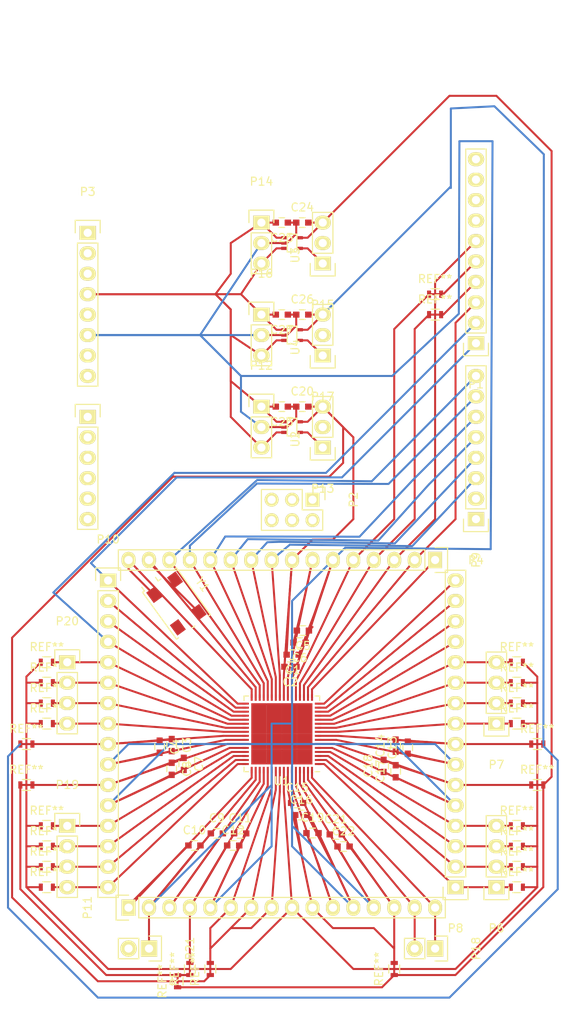
<source format=kicad_pcb>
(kicad_pcb (version 4) (host pcbnew 4.0.2+e4-6225~38~ubuntu14.04.1-stable)

  (general
    (links 212)
    (no_connects 32)
    (area 52.599999 29.499999 123.700001 156.700001)
    (thickness 1.6)
    (drawings 4)
    (tracks 507)
    (zones 0)
    (modules 79)
    (nets 80)
  )

  (page A4)
  (layers
    (0 F.Cu signal)
    (31 B.Cu signal)
    (33 F.Adhes user)
    (35 F.Paste user)
    (37 F.SilkS user)
    (39 F.Mask user)
    (40 Dwgs.User user)
    (41 Cmts.User user)
    (42 Eco1.User user)
    (43 Eco2.User user)
    (44 Edge.Cuts user)
    (45 Margin user)
    (47 F.CrtYd user)
    (49 F.Fab user)
  )

  (setup
    (last_trace_width 0.25)
    (trace_clearance 0.2)
    (zone_clearance 0.508)
    (zone_45_only no)
    (trace_min 0.2)
    (segment_width 0.2)
    (edge_width 0.15)
    (via_size 0.6)
    (via_drill 0.4)
    (via_min_size 0.4)
    (via_min_drill 0.3)
    (uvia_size 0.3)
    (uvia_drill 0.1)
    (uvias_allowed no)
    (uvia_min_size 0.2)
    (uvia_min_drill 0.1)
    (pcb_text_width 0.3)
    (pcb_text_size 1.5 1.5)
    (mod_edge_width 0.15)
    (mod_text_size 1 1)
    (mod_text_width 0.15)
    (pad_size 1.6 1.3)
    (pad_drill 0)
    (pad_to_mask_clearance 0.2)
    (aux_axis_origin 0 0)
    (visible_elements FFFFFFFF)
    (pcbplotparams
      (layerselection 0x00120_80000001)
      (usegerberextensions false)
      (excludeedgelayer true)
      (linewidth 0.100000)
      (plotframeref false)
      (viasonmask false)
      (mode 1)
      (useauxorigin false)
      (hpglpennumber 1)
      (hpglpenspeed 20)
      (hpglpendiameter 15)
      (hpglpenoverlay 2)
      (psnegative false)
      (psa4output false)
      (plotreference true)
      (plotvalue true)
      (plotinvisibletext false)
      (padsonsilk false)
      (subtractmaskfromsilk false)
      (outputformat 5)
      (mirror false)
      (drillshape 0)
      (scaleselection 1)
      (outputdirectory /home/dmitryneuro/git.neuroidss.local/FreeSmartEEG/KiCad/out/))
  )

  (net 0 "")
  (net 1 _IO11)
  (net 2 IO12)
  (net 3 IO13)
  (net 4 AVSS)
  (net 5 AREF)
  (net 6 SDA)
  (net 7 SCL)
  (net 8 5V)
  (net 9 RESET)
  (net 10 IOREF)
  (net 11 3.3V)
  (net 12 VIN)
  (net 13 RX)
  (net 14 TX)
  (net 15 A0)
  (net 16 A1)
  (net 17 A2)
  (net 18 A3)
  (net 19 A4)
  (net 20 A5)
  (net 21 AUXAIN-)
  (net 22 AIN0-)
  (net 23 AIN1-)
  (net 24 AIN2-)
  (net 25 AIN3-)
  (net 26 AIN4-)
  (net 27 AIN5-)
  (net 28 AIN6-)
  (net 29 AIN7-)
  (net 30 AUXAIN+)
  (net 31 AIN0+)
  (net 32 AIN1+)
  (net 33 AIN2+)
  (net 34 AIN3+)
  (net 35 AIN4+)
  (net 36 AIN5+)
  (net 37 AIN6+)
  (net 38 AIN7+)
  (net 39 "Net-(C5-Pad2)")
  (net 40 AVDD)
  (net 41 "Net-(U2-Pad4)")
  (net 42 "Net-(U3-Pad4)")
  (net 43 "Net-(U4-Pad4)")
  (net 44 START)
  (net 45 ADC_RESET)
  (net 46 CS)
  (net 47 SCLK)
  (net 48 MCU_RESET)
  (net 49 DRDY)
  (net 50 DCLK)
  (net 51 DOUT0)
  (net 52 DOUT1)
  (net 53 DOUT2)
  (net 54 DOUT3)
  (net 55 CLK_SEL)
  (net 56 "Net-(P9-Pad7)")
  (net 57 "Net-(P11-Pad3)")
  (net 58 "Net-(P11-Pad11)")
  (net 59 GPIO0)
  (net 60 GPIO1)
  (net 61 GPIO2)
  (net 62 ALERT)
  (net 63 XTAL1)
  (net 64 XTAL2)
  (net 65 SYNC_OUT)
  (net 66 SYNC_IN)
  (net 67 REF_OUT)
  (net 68 VCM)
  (net 69 OUT_VREF)
  (net 70 "Net-(P13-Pad1)")
  (net 71 "Net-(P13-Pad2)")
  (net 72 "Net-(P15-Pad1)")
  (net 73 "Net-(P15-Pad2)")
  (net 74 "Net-(P17-Pad1)")
  (net 75 "Net-(P17-Pad2)")
  (net 76 "Net-(C9-Pad2)")
  (net 77 "Net-(C19-Pad1)")
  (net 78 MOSI)
  (net 79 MISO)

  (net_class Default "This is the default net class."
    (clearance 0.2)
    (trace_width 0.25)
    (via_dia 0.6)
    (via_drill 0.4)
    (uvia_dia 0.3)
    (uvia_drill 0.1)
    (add_net 3.3V)
    (add_net 5V)
    (add_net A0)
    (add_net A1)
    (add_net A2)
    (add_net A3)
    (add_net A4)
    (add_net A5)
    (add_net ADC_RESET)
    (add_net AIN0+)
    (add_net AIN0-)
    (add_net AIN1+)
    (add_net AIN1-)
    (add_net AIN2+)
    (add_net AIN2-)
    (add_net AIN3+)
    (add_net AIN3-)
    (add_net AIN4+)
    (add_net AIN4-)
    (add_net AIN5+)
    (add_net AIN5-)
    (add_net AIN6+)
    (add_net AIN6-)
    (add_net AIN7+)
    (add_net AIN7-)
    (add_net ALERT)
    (add_net AREF)
    (add_net AUXAIN+)
    (add_net AUXAIN-)
    (add_net AVDD)
    (add_net AVSS)
    (add_net CLK_SEL)
    (add_net CS)
    (add_net DCLK)
    (add_net DOUT0)
    (add_net DOUT1)
    (add_net DOUT2)
    (add_net DOUT3)
    (add_net DRDY)
    (add_net GPIO0)
    (add_net GPIO1)
    (add_net GPIO2)
    (add_net IO12)
    (add_net IO13)
    (add_net IOREF)
    (add_net MCU_RESET)
    (add_net MISO)
    (add_net MOSI)
    (add_net "Net-(C19-Pad1)")
    (add_net "Net-(C5-Pad2)")
    (add_net "Net-(C9-Pad2)")
    (add_net "Net-(P11-Pad11)")
    (add_net "Net-(P11-Pad3)")
    (add_net "Net-(P13-Pad1)")
    (add_net "Net-(P13-Pad2)")
    (add_net "Net-(P15-Pad1)")
    (add_net "Net-(P15-Pad2)")
    (add_net "Net-(P17-Pad1)")
    (add_net "Net-(P17-Pad2)")
    (add_net "Net-(P9-Pad7)")
    (add_net "Net-(U2-Pad4)")
    (add_net "Net-(U3-Pad4)")
    (add_net "Net-(U4-Pad4)")
    (add_net OUT_VREF)
    (add_net REF_OUT)
    (add_net RESET)
    (add_net RX)
    (add_net SCL)
    (add_net SCLK)
    (add_net SDA)
    (add_net START)
    (add_net SYNC_IN)
    (add_net SYNC_OUT)
    (add_net TX)
    (add_net VCM)
    (add_net VIN)
    (add_net XTAL1)
    (add_net XTAL2)
    (add_net _IO11)
  )

  (module Resistors_SMD:R_0603 (layer F.Cu) (tedit 57839AA1) (tstamp 5787BF7D)
    (at 106.68 68.58)
    (descr "Resistor SMD 0603, reflow soldering, Vishay (see dcrcw.pdf)")
    (tags "resistor 0603")
    (attr smd)
    (fp_text reference REF** (at 0 -1.9) (layer F.SilkS)
      (effects (font (size 1 1) (thickness 0.15)))
    )
    (fp_text value 0 (at 0 1.9) (layer F.Fab)
      (effects (font (size 1 1) (thickness 0.15)))
    )
    (fp_line (start -1.3 -0.8) (end 1.3 -0.8) (layer F.CrtYd) (width 0.05))
    (fp_line (start -1.3 0.8) (end 1.3 0.8) (layer F.CrtYd) (width 0.05))
    (fp_line (start -1.3 -0.8) (end -1.3 0.8) (layer F.CrtYd) (width 0.05))
    (fp_line (start 1.3 -0.8) (end 1.3 0.8) (layer F.CrtYd) (width 0.05))
    (fp_line (start 0.5 0.675) (end -0.5 0.675) (layer F.SilkS) (width 0.15))
    (fp_line (start -0.5 -0.675) (end 0.5 -0.675) (layer F.SilkS) (width 0.15))
    (pad 1 smd rect (at -0.75 0) (size 0.5 0.9) (layers F.Cu F.Paste F.Mask))
    (pad 2 smd rect (at 0.75 0) (size 0.5 0.9) (layers F.Cu F.Paste F.Mask))
    (model Resistors_SMD.3dshapes/R_0603.wrl
      (at (xyz 0 0 0))
      (scale (xyz 1 1 1))
      (rotate (xyz 0 0 0))
    )
  )

  (module Resistors_SMD:R_0603 (layer F.Cu) (tedit 57839AA1) (tstamp 5787BF6F)
    (at 106.68 66.04)
    (descr "Resistor SMD 0603, reflow soldering, Vishay (see dcrcw.pdf)")
    (tags "resistor 0603")
    (attr smd)
    (fp_text reference REF** (at 0 -1.9) (layer F.SilkS)
      (effects (font (size 1 1) (thickness 0.15)))
    )
    (fp_text value 0 (at 0 1.9) (layer F.Fab)
      (effects (font (size 1 1) (thickness 0.15)))
    )
    (fp_line (start -1.3 -0.8) (end 1.3 -0.8) (layer F.CrtYd) (width 0.05))
    (fp_line (start -1.3 0.8) (end 1.3 0.8) (layer F.CrtYd) (width 0.05))
    (fp_line (start -1.3 -0.8) (end -1.3 0.8) (layer F.CrtYd) (width 0.05))
    (fp_line (start 1.3 -0.8) (end 1.3 0.8) (layer F.CrtYd) (width 0.05))
    (fp_line (start 0.5 0.675) (end -0.5 0.675) (layer F.SilkS) (width 0.15))
    (fp_line (start -0.5 -0.675) (end 0.5 -0.675) (layer F.SilkS) (width 0.15))
    (pad 1 smd rect (at -0.75 0) (size 0.5 0.9) (layers F.Cu F.Paste F.Mask))
    (pad 2 smd rect (at 0.75 0) (size 0.5 0.9) (layers F.Cu F.Paste F.Mask))
    (model Resistors_SMD.3dshapes/R_0603.wrl
      (at (xyz 0 0 0))
      (scale (xyz 1 1 1))
      (rotate (xyz 0 0 0))
    )
  )

  (module Resistors_SMD:R_0603 (layer F.Cu) (tedit 57839AA1) (tstamp 57843D6D)
    (at 74.676 151.384 90)
    (descr "Resistor SMD 0603, reflow soldering, Vishay (see dcrcw.pdf)")
    (tags "resistor 0603")
    (attr smd)
    (fp_text reference REF** (at 0 -1.9 90) (layer F.SilkS)
      (effects (font (size 1 1) (thickness 0.15)))
    )
    (fp_text value 0 (at 0 1.9 90) (layer F.Fab)
      (effects (font (size 1 1) (thickness 0.15)))
    )
    (fp_line (start -1.3 -0.8) (end 1.3 -0.8) (layer F.CrtYd) (width 0.05))
    (fp_line (start -1.3 0.8) (end 1.3 0.8) (layer F.CrtYd) (width 0.05))
    (fp_line (start -1.3 -0.8) (end -1.3 0.8) (layer F.CrtYd) (width 0.05))
    (fp_line (start 1.3 -0.8) (end 1.3 0.8) (layer F.CrtYd) (width 0.05))
    (fp_line (start 0.5 0.675) (end -0.5 0.675) (layer F.SilkS) (width 0.15))
    (fp_line (start -0.5 -0.675) (end 0.5 -0.675) (layer F.SilkS) (width 0.15))
    (pad 1 smd rect (at -0.75 0 90) (size 0.5 0.9) (layers F.Cu F.Paste F.Mask))
    (pad 2 smd rect (at 0.75 0 90) (size 0.5 0.9) (layers F.Cu F.Paste F.Mask))
    (model Resistors_SMD.3dshapes/R_0603.wrl
      (at (xyz 0 0 0))
      (scale (xyz 1 1 1))
      (rotate (xyz 0 0 0))
    )
  )

  (module Pin_Headers:Pin_Header_Straight_1x02 (layer F.Cu) (tedit 57878F16) (tstamp 578437EA)
    (at 71.12 147.32 270)
    (descr "Through hole pin header")
    (tags "pin header")
    (path /5787A49B)
    (fp_text reference P21 (at 0 -5.1 270) (layer F.SilkS)
      (effects (font (size 1 1) (thickness 0.15)))
    )
    (fp_text value GNDAIN (at 0 -3.1 270) (layer F.Fab)
      (effects (font (size 1 1) (thickness 0.15)))
    )
    (fp_line (start 1.27 1.27) (end 1.27 3.81) (layer F.SilkS) (width 0.15))
    (fp_line (start 1.55 -1.55) (end 1.55 0) (layer F.SilkS) (width 0.15))
    (fp_line (start -1.75 -1.75) (end -1.75 4.3) (layer F.CrtYd) (width 0.05))
    (fp_line (start 1.75 -1.75) (end 1.75 4.3) (layer F.CrtYd) (width 0.05))
    (fp_line (start -1.75 -1.75) (end 1.75 -1.75) (layer F.CrtYd) (width 0.05))
    (fp_line (start -1.75 4.3) (end 1.75 4.3) (layer F.CrtYd) (width 0.05))
    (fp_line (start 1.27 1.27) (end -1.27 1.27) (layer F.SilkS) (width 0.15))
    (fp_line (start -1.55 0) (end -1.55 -1.55) (layer F.SilkS) (width 0.15))
    (fp_line (start -1.55 -1.55) (end 1.55 -1.55) (layer F.SilkS) (width 0.15))
    (fp_line (start -1.27 1.27) (end -1.27 3.81) (layer F.SilkS) (width 0.15))
    (fp_line (start -1.27 3.81) (end 1.27 3.81) (layer F.SilkS) (width 0.15))
    (pad 1 thru_hole rect (at 0 0 270) (size 2.032 2.032) (drill 1.016) (layers *.Cu *.Mask F.SilkS)
      (net 4 AVSS))
    (pad 2 thru_hole oval (at 0 2.54 270) (size 2.032 2.032) (drill 1.016) (layers *.Cu *.Mask F.SilkS)
      (net 4 AVSS))
    (model Pin_Headers.3dshapes/Pin_Header_Straight_1x02.wrl
      (at (xyz 0 -0.05 0))
      (scale (xyz 1 1 1))
      (rotate (xyz 0 0 90))
    )
  )

  (module Resistors_SMD:R_0603 (layer F.Cu) (tedit 57839AA1) (tstamp 57839C28)
    (at 55.88 121.92)
    (descr "Resistor SMD 0603, reflow soldering, Vishay (see dcrcw.pdf)")
    (tags "resistor 0603")
    (attr smd)
    (fp_text reference REF** (at 0 -1.9) (layer F.SilkS)
      (effects (font (size 1 1) (thickness 0.15)))
    )
    (fp_text value 0 (at 0 1.9) (layer F.Fab)
      (effects (font (size 1 1) (thickness 0.15)))
    )
    (fp_line (start -1.3 -0.8) (end 1.3 -0.8) (layer F.CrtYd) (width 0.05))
    (fp_line (start -1.3 0.8) (end 1.3 0.8) (layer F.CrtYd) (width 0.05))
    (fp_line (start -1.3 -0.8) (end -1.3 0.8) (layer F.CrtYd) (width 0.05))
    (fp_line (start 1.3 -0.8) (end 1.3 0.8) (layer F.CrtYd) (width 0.05))
    (fp_line (start 0.5 0.675) (end -0.5 0.675) (layer F.SilkS) (width 0.15))
    (fp_line (start -0.5 -0.675) (end 0.5 -0.675) (layer F.SilkS) (width 0.15))
    (pad 1 smd rect (at -0.75 0) (size 0.5 0.9) (layers F.Cu F.Paste F.Mask))
    (pad 2 smd rect (at 0.75 0) (size 0.5 0.9) (layers F.Cu F.Paste F.Mask))
    (model Resistors_SMD.3dshapes/R_0603.wrl
      (at (xyz 0 0 0))
      (scale (xyz 1 1 1))
      (rotate (xyz 0 0 0))
    )
  )

  (module Resistors_SMD:R_0603 (layer F.Cu) (tedit 57839AA1) (tstamp 57839C1A)
    (at 119.38 121.92)
    (descr "Resistor SMD 0603, reflow soldering, Vishay (see dcrcw.pdf)")
    (tags "resistor 0603")
    (attr smd)
    (fp_text reference REF** (at 0 -1.9) (layer F.SilkS)
      (effects (font (size 1 1) (thickness 0.15)))
    )
    (fp_text value 0 (at 0 1.9) (layer F.Fab)
      (effects (font (size 1 1) (thickness 0.15)))
    )
    (fp_line (start -1.3 -0.8) (end 1.3 -0.8) (layer F.CrtYd) (width 0.05))
    (fp_line (start -1.3 0.8) (end 1.3 0.8) (layer F.CrtYd) (width 0.05))
    (fp_line (start -1.3 -0.8) (end -1.3 0.8) (layer F.CrtYd) (width 0.05))
    (fp_line (start 1.3 -0.8) (end 1.3 0.8) (layer F.CrtYd) (width 0.05))
    (fp_line (start 0.5 0.675) (end -0.5 0.675) (layer F.SilkS) (width 0.15))
    (fp_line (start -0.5 -0.675) (end 0.5 -0.675) (layer F.SilkS) (width 0.15))
    (pad 1 smd rect (at -0.75 0) (size 0.5 0.9) (layers F.Cu F.Paste F.Mask))
    (pad 2 smd rect (at 0.75 0) (size 0.5 0.9) (layers F.Cu F.Paste F.Mask))
    (model Resistors_SMD.3dshapes/R_0603.wrl
      (at (xyz 0 0 0))
      (scale (xyz 1 1 1))
      (rotate (xyz 0 0 0))
    )
  )

  (module Resistors_SMD:R_0603 (layer F.Cu) (tedit 57839AA1) (tstamp 57839C0D)
    (at 119.38 127)
    (descr "Resistor SMD 0603, reflow soldering, Vishay (see dcrcw.pdf)")
    (tags "resistor 0603")
    (attr smd)
    (fp_text reference REF** (at 0 -1.9) (layer F.SilkS)
      (effects (font (size 1 1) (thickness 0.15)))
    )
    (fp_text value 0 (at 0 1.9) (layer F.Fab)
      (effects (font (size 1 1) (thickness 0.15)))
    )
    (fp_line (start -1.3 -0.8) (end 1.3 -0.8) (layer F.CrtYd) (width 0.05))
    (fp_line (start -1.3 0.8) (end 1.3 0.8) (layer F.CrtYd) (width 0.05))
    (fp_line (start -1.3 -0.8) (end -1.3 0.8) (layer F.CrtYd) (width 0.05))
    (fp_line (start 1.3 -0.8) (end 1.3 0.8) (layer F.CrtYd) (width 0.05))
    (fp_line (start 0.5 0.675) (end -0.5 0.675) (layer F.SilkS) (width 0.15))
    (fp_line (start -0.5 -0.675) (end 0.5 -0.675) (layer F.SilkS) (width 0.15))
    (pad 1 smd rect (at -0.75 0) (size 0.5 0.9) (layers F.Cu F.Paste F.Mask))
    (pad 2 smd rect (at 0.75 0) (size 0.5 0.9) (layers F.Cu F.Paste F.Mask))
    (model Resistors_SMD.3dshapes/R_0603.wrl
      (at (xyz 0 0 0))
      (scale (xyz 1 1 1))
      (rotate (xyz 0 0 0))
    )
  )

  (module Resistors_SMD:R_0603 (layer F.Cu) (tedit 57839AA1) (tstamp 57839BCB)
    (at 55.88 127)
    (descr "Resistor SMD 0603, reflow soldering, Vishay (see dcrcw.pdf)")
    (tags "resistor 0603")
    (attr smd)
    (fp_text reference REF** (at 0 -1.9) (layer F.SilkS)
      (effects (font (size 1 1) (thickness 0.15)))
    )
    (fp_text value 0 (at 0 1.9) (layer F.Fab)
      (effects (font (size 1 1) (thickness 0.15)))
    )
    (fp_line (start -1.3 -0.8) (end 1.3 -0.8) (layer F.CrtYd) (width 0.05))
    (fp_line (start -1.3 0.8) (end 1.3 0.8) (layer F.CrtYd) (width 0.05))
    (fp_line (start -1.3 -0.8) (end -1.3 0.8) (layer F.CrtYd) (width 0.05))
    (fp_line (start 1.3 -0.8) (end 1.3 0.8) (layer F.CrtYd) (width 0.05))
    (fp_line (start 0.5 0.675) (end -0.5 0.675) (layer F.SilkS) (width 0.15))
    (fp_line (start -0.5 -0.675) (end 0.5 -0.675) (layer F.SilkS) (width 0.15))
    (pad 1 smd rect (at -0.75 0) (size 0.5 0.9) (layers F.Cu F.Paste F.Mask))
    (pad 2 smd rect (at 0.75 0) (size 0.5 0.9) (layers F.Cu F.Paste F.Mask))
    (model Resistors_SMD.3dshapes/R_0603.wrl
      (at (xyz 0 0 0))
      (scale (xyz 1 1 1))
      (rotate (xyz 0 0 0))
    )
  )

  (module Resistors_SMD:R_0603 (layer F.Cu) (tedit 57839AA1) (tstamp 57839B2D)
    (at 101.6 149.86 90)
    (descr "Resistor SMD 0603, reflow soldering, Vishay (see dcrcw.pdf)")
    (tags "resistor 0603")
    (attr smd)
    (fp_text reference REF** (at 0 -1.9 90) (layer F.SilkS)
      (effects (font (size 1 1) (thickness 0.15)))
    )
    (fp_text value 0 (at 0 1.9 90) (layer F.Fab)
      (effects (font (size 1 1) (thickness 0.15)))
    )
    (fp_line (start -1.3 -0.8) (end 1.3 -0.8) (layer F.CrtYd) (width 0.05))
    (fp_line (start -1.3 0.8) (end 1.3 0.8) (layer F.CrtYd) (width 0.05))
    (fp_line (start -1.3 -0.8) (end -1.3 0.8) (layer F.CrtYd) (width 0.05))
    (fp_line (start 1.3 -0.8) (end 1.3 0.8) (layer F.CrtYd) (width 0.05))
    (fp_line (start 0.5 0.675) (end -0.5 0.675) (layer F.SilkS) (width 0.15))
    (fp_line (start -0.5 -0.675) (end 0.5 -0.675) (layer F.SilkS) (width 0.15))
    (pad 1 smd rect (at -0.75 0 90) (size 0.5 0.9) (layers F.Cu F.Paste F.Mask))
    (pad 2 smd rect (at 0.75 0 90) (size 0.5 0.9) (layers F.Cu F.Paste F.Mask))
    (model Resistors_SMD.3dshapes/R_0603.wrl
      (at (xyz 0 0 0))
      (scale (xyz 1 1 1))
      (rotate (xyz 0 0 0))
    )
  )

  (module Resistors_SMD:R_0603 (layer F.Cu) (tedit 57839AA1) (tstamp 57839B21)
    (at 78.74 149.86 90)
    (descr "Resistor SMD 0603, reflow soldering, Vishay (see dcrcw.pdf)")
    (tags "resistor 0603")
    (attr smd)
    (fp_text reference REF** (at 0 -1.9 90) (layer F.SilkS)
      (effects (font (size 1 1) (thickness 0.15)))
    )
    (fp_text value 0 (at 0 1.9 90) (layer F.Fab)
      (effects (font (size 1 1) (thickness 0.15)))
    )
    (fp_line (start -1.3 -0.8) (end 1.3 -0.8) (layer F.CrtYd) (width 0.05))
    (fp_line (start -1.3 0.8) (end 1.3 0.8) (layer F.CrtYd) (width 0.05))
    (fp_line (start -1.3 -0.8) (end -1.3 0.8) (layer F.CrtYd) (width 0.05))
    (fp_line (start 1.3 -0.8) (end 1.3 0.8) (layer F.CrtYd) (width 0.05))
    (fp_line (start 0.5 0.675) (end -0.5 0.675) (layer F.SilkS) (width 0.15))
    (fp_line (start -0.5 -0.675) (end 0.5 -0.675) (layer F.SilkS) (width 0.15))
    (pad 1 smd rect (at -0.75 0 90) (size 0.5 0.9) (layers F.Cu F.Paste F.Mask))
    (pad 2 smd rect (at 0.75 0 90) (size 0.5 0.9) (layers F.Cu F.Paste F.Mask))
    (model Resistors_SMD.3dshapes/R_0603.wrl
      (at (xyz 0 0 0))
      (scale (xyz 1 1 1))
      (rotate (xyz 0 0 0))
    )
  )

  (module Resistors_SMD:R_0603 (layer F.Cu) (tedit 578393FA) (tstamp 57839336)
    (at 116.84 111.76)
    (descr "Resistor SMD 0603, reflow soldering, Vishay (see dcrcw.pdf)")
    (tags "resistor 0603")
    (attr smd)
    (fp_text reference REF** (at 0 -1.9) (layer F.SilkS)
      (effects (font (size 1 1) (thickness 0.15)))
    )
    (fp_text value 1k (at 0 1.9) (layer F.Fab)
      (effects (font (size 1 1) (thickness 0.15)))
    )
    (fp_line (start -1.3 -0.8) (end 1.3 -0.8) (layer F.CrtYd) (width 0.05))
    (fp_line (start -1.3 0.8) (end 1.3 0.8) (layer F.CrtYd) (width 0.05))
    (fp_line (start -1.3 -0.8) (end -1.3 0.8) (layer F.CrtYd) (width 0.05))
    (fp_line (start 1.3 -0.8) (end 1.3 0.8) (layer F.CrtYd) (width 0.05))
    (fp_line (start 0.5 0.675) (end -0.5 0.675) (layer F.SilkS) (width 0.15))
    (fp_line (start -0.5 -0.675) (end 0.5 -0.675) (layer F.SilkS) (width 0.15))
    (pad 1 smd rect (at -0.75 0) (size 0.5 0.9) (layers F.Cu F.Paste F.Mask))
    (pad 2 smd rect (at 0.75 0) (size 0.5 0.9) (layers F.Cu F.Paste F.Mask))
    (model Resistors_SMD.3dshapes/R_0603.wrl
      (at (xyz 0 0 0))
      (scale (xyz 1 1 1))
      (rotate (xyz 0 0 0))
    )
  )

  (module Resistors_SMD:R_0603 (layer F.Cu) (tedit 5783940A) (tstamp 5783932A)
    (at 116.84 114.3)
    (descr "Resistor SMD 0603, reflow soldering, Vishay (see dcrcw.pdf)")
    (tags "resistor 0603")
    (attr smd)
    (fp_text reference REF** (at 0 -1.9) (layer F.SilkS)
      (effects (font (size 1 1) (thickness 0.15)))
    )
    (fp_text value 1k (at 0 1.9) (layer F.Fab)
      (effects (font (size 1 1) (thickness 0.15)))
    )
    (fp_line (start -1.3 -0.8) (end 1.3 -0.8) (layer F.CrtYd) (width 0.05))
    (fp_line (start -1.3 0.8) (end 1.3 0.8) (layer F.CrtYd) (width 0.05))
    (fp_line (start -1.3 -0.8) (end -1.3 0.8) (layer F.CrtYd) (width 0.05))
    (fp_line (start 1.3 -0.8) (end 1.3 0.8) (layer F.CrtYd) (width 0.05))
    (fp_line (start 0.5 0.675) (end -0.5 0.675) (layer F.SilkS) (width 0.15))
    (fp_line (start -0.5 -0.675) (end 0.5 -0.675) (layer F.SilkS) (width 0.15))
    (pad 1 smd rect (at -0.75 0) (size 0.5 0.9) (layers F.Cu F.Paste F.Mask))
    (pad 2 smd rect (at 0.75 0) (size 0.5 0.9) (layers F.Cu F.Paste F.Mask))
    (model Resistors_SMD.3dshapes/R_0603.wrl
      (at (xyz 0 0 0))
      (scale (xyz 1 1 1))
      (rotate (xyz 0 0 0))
    )
  )

  (module Resistors_SMD:R_0603 (layer F.Cu) (tedit 57839411) (tstamp 5783931E)
    (at 116.84 116.84)
    (descr "Resistor SMD 0603, reflow soldering, Vishay (see dcrcw.pdf)")
    (tags "resistor 0603")
    (attr smd)
    (fp_text reference REF** (at 0 -1.9) (layer F.SilkS)
      (effects (font (size 1 1) (thickness 0.15)))
    )
    (fp_text value 1k (at 0 1.9) (layer F.Fab)
      (effects (font (size 1 1) (thickness 0.15)))
    )
    (fp_line (start -1.3 -0.8) (end 1.3 -0.8) (layer F.CrtYd) (width 0.05))
    (fp_line (start -1.3 0.8) (end 1.3 0.8) (layer F.CrtYd) (width 0.05))
    (fp_line (start -1.3 -0.8) (end -1.3 0.8) (layer F.CrtYd) (width 0.05))
    (fp_line (start 1.3 -0.8) (end 1.3 0.8) (layer F.CrtYd) (width 0.05))
    (fp_line (start 0.5 0.675) (end -0.5 0.675) (layer F.SilkS) (width 0.15))
    (fp_line (start -0.5 -0.675) (end 0.5 -0.675) (layer F.SilkS) (width 0.15))
    (pad 1 smd rect (at -0.75 0) (size 0.5 0.9) (layers F.Cu F.Paste F.Mask))
    (pad 2 smd rect (at 0.75 0) (size 0.5 0.9) (layers F.Cu F.Paste F.Mask))
    (model Resistors_SMD.3dshapes/R_0603.wrl
      (at (xyz 0 0 0))
      (scale (xyz 1 1 1))
      (rotate (xyz 0 0 0))
    )
  )

  (module Resistors_SMD:R_0603 (layer F.Cu) (tedit 57839417) (tstamp 57839312)
    (at 116.84 119.38)
    (descr "Resistor SMD 0603, reflow soldering, Vishay (see dcrcw.pdf)")
    (tags "resistor 0603")
    (attr smd)
    (fp_text reference REF** (at 0 -1.9) (layer F.SilkS)
      (effects (font (size 1 1) (thickness 0.15)))
    )
    (fp_text value 1k (at 0 1.9) (layer F.Fab)
      (effects (font (size 1 1) (thickness 0.15)))
    )
    (fp_line (start -1.3 -0.8) (end 1.3 -0.8) (layer F.CrtYd) (width 0.05))
    (fp_line (start -1.3 0.8) (end 1.3 0.8) (layer F.CrtYd) (width 0.05))
    (fp_line (start -1.3 -0.8) (end -1.3 0.8) (layer F.CrtYd) (width 0.05))
    (fp_line (start 1.3 -0.8) (end 1.3 0.8) (layer F.CrtYd) (width 0.05))
    (fp_line (start 0.5 0.675) (end -0.5 0.675) (layer F.SilkS) (width 0.15))
    (fp_line (start -0.5 -0.675) (end 0.5 -0.675) (layer F.SilkS) (width 0.15))
    (pad 1 smd rect (at -0.75 0) (size 0.5 0.9) (layers F.Cu F.Paste F.Mask))
    (pad 2 smd rect (at 0.75 0) (size 0.5 0.9) (layers F.Cu F.Paste F.Mask))
    (model Resistors_SMD.3dshapes/R_0603.wrl
      (at (xyz 0 0 0))
      (scale (xyz 1 1 1))
      (rotate (xyz 0 0 0))
    )
  )

  (module Resistors_SMD:R_0603 (layer F.Cu) (tedit 57878C87) (tstamp 57839304)
    (at 116.84 132.08)
    (descr "Resistor SMD 0603, reflow soldering, Vishay (see dcrcw.pdf)")
    (tags "resistor 0603")
    (attr smd)
    (fp_text reference REF** (at 0 -1.9) (layer F.SilkS)
      (effects (font (size 1 1) (thickness 0.15)))
    )
    (fp_text value 1k (at 0 1.9) (layer F.Fab)
      (effects (font (size 1 1) (thickness 0.15)))
    )
    (fp_line (start -1.3 -0.8) (end 1.3 -0.8) (layer F.CrtYd) (width 0.05))
    (fp_line (start -1.3 0.8) (end 1.3 0.8) (layer F.CrtYd) (width 0.05))
    (fp_line (start -1.3 -0.8) (end -1.3 0.8) (layer F.CrtYd) (width 0.05))
    (fp_line (start 1.3 -0.8) (end 1.3 0.8) (layer F.CrtYd) (width 0.05))
    (fp_line (start 0.5 0.675) (end -0.5 0.675) (layer F.SilkS) (width 0.15))
    (fp_line (start -0.5 -0.675) (end 0.5 -0.675) (layer F.SilkS) (width 0.15))
    (pad 1 smd rect (at -0.75 0) (size 0.5 0.9) (layers F.Cu F.Paste F.Mask))
    (pad 2 smd rect (at 0.75 0) (size 0.5 0.9) (layers F.Cu F.Paste F.Mask))
    (model Resistors_SMD.3dshapes/R_0603.wrl
      (at (xyz 0 0 0))
      (scale (xyz 1 1 1))
      (rotate (xyz 0 0 0))
    )
  )

  (module Resistors_SMD:R_0603 (layer F.Cu) (tedit 57839429) (tstamp 578392F8)
    (at 116.84 134.62)
    (descr "Resistor SMD 0603, reflow soldering, Vishay (see dcrcw.pdf)")
    (tags "resistor 0603")
    (attr smd)
    (fp_text reference REF** (at 0 -1.9) (layer F.SilkS)
      (effects (font (size 1 1) (thickness 0.15)))
    )
    (fp_text value 1k (at 0 1.9) (layer F.Fab)
      (effects (font (size 1 1) (thickness 0.15)))
    )
    (fp_line (start -1.3 -0.8) (end 1.3 -0.8) (layer F.CrtYd) (width 0.05))
    (fp_line (start -1.3 0.8) (end 1.3 0.8) (layer F.CrtYd) (width 0.05))
    (fp_line (start -1.3 -0.8) (end -1.3 0.8) (layer F.CrtYd) (width 0.05))
    (fp_line (start 1.3 -0.8) (end 1.3 0.8) (layer F.CrtYd) (width 0.05))
    (fp_line (start 0.5 0.675) (end -0.5 0.675) (layer F.SilkS) (width 0.15))
    (fp_line (start -0.5 -0.675) (end 0.5 -0.675) (layer F.SilkS) (width 0.15))
    (pad 1 smd rect (at -0.75 0) (size 0.5 0.9) (layers F.Cu F.Paste F.Mask))
    (pad 2 smd rect (at 0.75 0) (size 0.5 0.9) (layers F.Cu F.Paste F.Mask))
    (model Resistors_SMD.3dshapes/R_0603.wrl
      (at (xyz 0 0 0))
      (scale (xyz 1 1 1))
      (rotate (xyz 0 0 0))
    )
  )

  (module Resistors_SMD:R_0603 (layer F.Cu) (tedit 5783942E) (tstamp 578392EB)
    (at 116.84 137.16)
    (descr "Resistor SMD 0603, reflow soldering, Vishay (see dcrcw.pdf)")
    (tags "resistor 0603")
    (attr smd)
    (fp_text reference REF** (at 0 -1.9) (layer F.SilkS)
      (effects (font (size 1 1) (thickness 0.15)))
    )
    (fp_text value 1k (at 0 1.9) (layer F.Fab)
      (effects (font (size 1 1) (thickness 0.15)))
    )
    (fp_line (start -1.3 -0.8) (end 1.3 -0.8) (layer F.CrtYd) (width 0.05))
    (fp_line (start -1.3 0.8) (end 1.3 0.8) (layer F.CrtYd) (width 0.05))
    (fp_line (start -1.3 -0.8) (end -1.3 0.8) (layer F.CrtYd) (width 0.05))
    (fp_line (start 1.3 -0.8) (end 1.3 0.8) (layer F.CrtYd) (width 0.05))
    (fp_line (start 0.5 0.675) (end -0.5 0.675) (layer F.SilkS) (width 0.15))
    (fp_line (start -0.5 -0.675) (end 0.5 -0.675) (layer F.SilkS) (width 0.15))
    (pad 1 smd rect (at -0.75 0) (size 0.5 0.9) (layers F.Cu F.Paste F.Mask))
    (pad 2 smd rect (at 0.75 0) (size 0.5 0.9) (layers F.Cu F.Paste F.Mask))
    (model Resistors_SMD.3dshapes/R_0603.wrl
      (at (xyz 0 0 0))
      (scale (xyz 1 1 1))
      (rotate (xyz 0 0 0))
    )
  )

  (module Resistors_SMD:R_0603 (layer F.Cu) (tedit 57839469) (tstamp 578392DF)
    (at 116.84 139.7)
    (descr "Resistor SMD 0603, reflow soldering, Vishay (see dcrcw.pdf)")
    (tags "resistor 0603")
    (attr smd)
    (fp_text reference REF** (at 0 -1.9) (layer F.SilkS)
      (effects (font (size 1 1) (thickness 0.15)))
    )
    (fp_text value 1k (at 0 1.9) (layer F.Fab)
      (effects (font (size 1 1) (thickness 0.15)))
    )
    (fp_line (start -1.3 -0.8) (end 1.3 -0.8) (layer F.CrtYd) (width 0.05))
    (fp_line (start -1.3 0.8) (end 1.3 0.8) (layer F.CrtYd) (width 0.05))
    (fp_line (start -1.3 -0.8) (end -1.3 0.8) (layer F.CrtYd) (width 0.05))
    (fp_line (start 1.3 -0.8) (end 1.3 0.8) (layer F.CrtYd) (width 0.05))
    (fp_line (start 0.5 0.675) (end -0.5 0.675) (layer F.SilkS) (width 0.15))
    (fp_line (start -0.5 -0.675) (end 0.5 -0.675) (layer F.SilkS) (width 0.15))
    (pad 1 smd rect (at -0.75 0) (size 0.5 0.9) (layers F.Cu F.Paste F.Mask))
    (pad 2 smd rect (at 0.75 0) (size 0.5 0.9) (layers F.Cu F.Paste F.Mask))
    (model Resistors_SMD.3dshapes/R_0603.wrl
      (at (xyz 0 0 0))
      (scale (xyz 1 1 1))
      (rotate (xyz 0 0 0))
    )
  )

  (module Resistors_SMD:R_0603 (layer F.Cu) (tedit 57839456) (tstamp 578392D3)
    (at 58.42 111.76)
    (descr "Resistor SMD 0603, reflow soldering, Vishay (see dcrcw.pdf)")
    (tags "resistor 0603")
    (attr smd)
    (fp_text reference REF** (at 0 -1.9) (layer F.SilkS)
      (effects (font (size 1 1) (thickness 0.15)))
    )
    (fp_text value 1k (at 0 1.9) (layer F.Fab)
      (effects (font (size 1 1) (thickness 0.15)))
    )
    (fp_line (start -1.3 -0.8) (end 1.3 -0.8) (layer F.CrtYd) (width 0.05))
    (fp_line (start -1.3 0.8) (end 1.3 0.8) (layer F.CrtYd) (width 0.05))
    (fp_line (start -1.3 -0.8) (end -1.3 0.8) (layer F.CrtYd) (width 0.05))
    (fp_line (start 1.3 -0.8) (end 1.3 0.8) (layer F.CrtYd) (width 0.05))
    (fp_line (start 0.5 0.675) (end -0.5 0.675) (layer F.SilkS) (width 0.15))
    (fp_line (start -0.5 -0.675) (end 0.5 -0.675) (layer F.SilkS) (width 0.15))
    (pad 1 smd rect (at -0.75 0) (size 0.5 0.9) (layers F.Cu F.Paste F.Mask))
    (pad 2 smd rect (at 0.75 0) (size 0.5 0.9) (layers F.Cu F.Paste F.Mask))
    (model Resistors_SMD.3dshapes/R_0603.wrl
      (at (xyz 0 0 0))
      (scale (xyz 1 1 1))
      (rotate (xyz 0 0 0))
    )
  )

  (module Resistors_SMD:R_0603 (layer F.Cu) (tedit 57839452) (tstamp 578392C7)
    (at 58.42 114.3)
    (descr "Resistor SMD 0603, reflow soldering, Vishay (see dcrcw.pdf)")
    (tags "resistor 0603")
    (attr smd)
    (fp_text reference REF** (at 0 -1.9) (layer F.SilkS)
      (effects (font (size 1 1) (thickness 0.15)))
    )
    (fp_text value 1k (at 0 1.9) (layer F.Fab)
      (effects (font (size 1 1) (thickness 0.15)))
    )
    (fp_line (start -1.3 -0.8) (end 1.3 -0.8) (layer F.CrtYd) (width 0.05))
    (fp_line (start -1.3 0.8) (end 1.3 0.8) (layer F.CrtYd) (width 0.05))
    (fp_line (start -1.3 -0.8) (end -1.3 0.8) (layer F.CrtYd) (width 0.05))
    (fp_line (start 1.3 -0.8) (end 1.3 0.8) (layer F.CrtYd) (width 0.05))
    (fp_line (start 0.5 0.675) (end -0.5 0.675) (layer F.SilkS) (width 0.15))
    (fp_line (start -0.5 -0.675) (end 0.5 -0.675) (layer F.SilkS) (width 0.15))
    (pad 1 smd rect (at -0.75 0) (size 0.5 0.9) (layers F.Cu F.Paste F.Mask))
    (pad 2 smd rect (at 0.75 0) (size 0.5 0.9) (layers F.Cu F.Paste F.Mask))
    (model Resistors_SMD.3dshapes/R_0603.wrl
      (at (xyz 0 0 0))
      (scale (xyz 1 1 1))
      (rotate (xyz 0 0 0))
    )
  )

  (module Resistors_SMD:R_0603 (layer F.Cu) (tedit 5783944F) (tstamp 578392BB)
    (at 58.42 116.84)
    (descr "Resistor SMD 0603, reflow soldering, Vishay (see dcrcw.pdf)")
    (tags "resistor 0603")
    (attr smd)
    (fp_text reference REF** (at 0 -1.9) (layer F.SilkS)
      (effects (font (size 1 1) (thickness 0.15)))
    )
    (fp_text value 1k (at 0 1.9) (layer F.Fab)
      (effects (font (size 1 1) (thickness 0.15)))
    )
    (fp_line (start -1.3 -0.8) (end 1.3 -0.8) (layer F.CrtYd) (width 0.05))
    (fp_line (start -1.3 0.8) (end 1.3 0.8) (layer F.CrtYd) (width 0.05))
    (fp_line (start -1.3 -0.8) (end -1.3 0.8) (layer F.CrtYd) (width 0.05))
    (fp_line (start 1.3 -0.8) (end 1.3 0.8) (layer F.CrtYd) (width 0.05))
    (fp_line (start 0.5 0.675) (end -0.5 0.675) (layer F.SilkS) (width 0.15))
    (fp_line (start -0.5 -0.675) (end 0.5 -0.675) (layer F.SilkS) (width 0.15))
    (pad 1 smd rect (at -0.75 0) (size 0.5 0.9) (layers F.Cu F.Paste F.Mask))
    (pad 2 smd rect (at 0.75 0) (size 0.5 0.9) (layers F.Cu F.Paste F.Mask))
    (model Resistors_SMD.3dshapes/R_0603.wrl
      (at (xyz 0 0 0))
      (scale (xyz 1 1 1))
      (rotate (xyz 0 0 0))
    )
  )

  (module Resistors_SMD:R_0603 (layer F.Cu) (tedit 5783944B) (tstamp 578392AF)
    (at 58.42 119.38)
    (descr "Resistor SMD 0603, reflow soldering, Vishay (see dcrcw.pdf)")
    (tags "resistor 0603")
    (attr smd)
    (fp_text reference REF** (at 0 -1.9) (layer F.SilkS)
      (effects (font (size 1 1) (thickness 0.15)))
    )
    (fp_text value 1k (at 0 1.9) (layer F.Fab)
      (effects (font (size 1 1) (thickness 0.15)))
    )
    (fp_line (start -1.3 -0.8) (end 1.3 -0.8) (layer F.CrtYd) (width 0.05))
    (fp_line (start -1.3 0.8) (end 1.3 0.8) (layer F.CrtYd) (width 0.05))
    (fp_line (start -1.3 -0.8) (end -1.3 0.8) (layer F.CrtYd) (width 0.05))
    (fp_line (start 1.3 -0.8) (end 1.3 0.8) (layer F.CrtYd) (width 0.05))
    (fp_line (start 0.5 0.675) (end -0.5 0.675) (layer F.SilkS) (width 0.15))
    (fp_line (start -0.5 -0.675) (end 0.5 -0.675) (layer F.SilkS) (width 0.15))
    (pad 1 smd rect (at -0.75 0) (size 0.5 0.9) (layers F.Cu F.Paste F.Mask))
    (pad 2 smd rect (at 0.75 0) (size 0.5 0.9) (layers F.Cu F.Paste F.Mask))
    (model Resistors_SMD.3dshapes/R_0603.wrl
      (at (xyz 0 0 0))
      (scale (xyz 1 1 1))
      (rotate (xyz 0 0 0))
    )
  )

  (module Resistors_SMD:R_0603 (layer F.Cu) (tedit 57839447) (tstamp 578392A3)
    (at 58.42 132.08)
    (descr "Resistor SMD 0603, reflow soldering, Vishay (see dcrcw.pdf)")
    (tags "resistor 0603")
    (attr smd)
    (fp_text reference REF** (at 0 -1.9) (layer F.SilkS)
      (effects (font (size 1 1) (thickness 0.15)))
    )
    (fp_text value 1k (at 0 1.9) (layer F.Fab)
      (effects (font (size 1 1) (thickness 0.15)))
    )
    (fp_line (start -1.3 -0.8) (end 1.3 -0.8) (layer F.CrtYd) (width 0.05))
    (fp_line (start -1.3 0.8) (end 1.3 0.8) (layer F.CrtYd) (width 0.05))
    (fp_line (start -1.3 -0.8) (end -1.3 0.8) (layer F.CrtYd) (width 0.05))
    (fp_line (start 1.3 -0.8) (end 1.3 0.8) (layer F.CrtYd) (width 0.05))
    (fp_line (start 0.5 0.675) (end -0.5 0.675) (layer F.SilkS) (width 0.15))
    (fp_line (start -0.5 -0.675) (end 0.5 -0.675) (layer F.SilkS) (width 0.15))
    (pad 1 smd rect (at -0.75 0) (size 0.5 0.9) (layers F.Cu F.Paste F.Mask))
    (pad 2 smd rect (at 0.75 0) (size 0.5 0.9) (layers F.Cu F.Paste F.Mask))
    (model Resistors_SMD.3dshapes/R_0603.wrl
      (at (xyz 0 0 0))
      (scale (xyz 1 1 1))
      (rotate (xyz 0 0 0))
    )
  )

  (module Resistors_SMD:R_0603 (layer F.Cu) (tedit 5783943E) (tstamp 57839297)
    (at 58.42 134.62)
    (descr "Resistor SMD 0603, reflow soldering, Vishay (see dcrcw.pdf)")
    (tags "resistor 0603")
    (attr smd)
    (fp_text reference REF** (at 0 -1.9) (layer F.SilkS)
      (effects (font (size 1 1) (thickness 0.15)))
    )
    (fp_text value 1k (at 0 1.9) (layer F.Fab)
      (effects (font (size 1 1) (thickness 0.15)))
    )
    (fp_line (start -1.3 -0.8) (end 1.3 -0.8) (layer F.CrtYd) (width 0.05))
    (fp_line (start -1.3 0.8) (end 1.3 0.8) (layer F.CrtYd) (width 0.05))
    (fp_line (start -1.3 -0.8) (end -1.3 0.8) (layer F.CrtYd) (width 0.05))
    (fp_line (start 1.3 -0.8) (end 1.3 0.8) (layer F.CrtYd) (width 0.05))
    (fp_line (start 0.5 0.675) (end -0.5 0.675) (layer F.SilkS) (width 0.15))
    (fp_line (start -0.5 -0.675) (end 0.5 -0.675) (layer F.SilkS) (width 0.15))
    (pad 1 smd rect (at -0.75 0) (size 0.5 0.9) (layers F.Cu F.Paste F.Mask))
    (pad 2 smd rect (at 0.75 0) (size 0.5 0.9) (layers F.Cu F.Paste F.Mask))
    (model Resistors_SMD.3dshapes/R_0603.wrl
      (at (xyz 0 0 0))
      (scale (xyz 1 1 1))
      (rotate (xyz 0 0 0))
    )
  )

  (module Resistors_SMD:R_0603 (layer F.Cu) (tedit 5783943A) (tstamp 57839285)
    (at 58.42 137.16)
    (descr "Resistor SMD 0603, reflow soldering, Vishay (see dcrcw.pdf)")
    (tags "resistor 0603")
    (attr smd)
    (fp_text reference REF** (at 0 -1.9) (layer F.SilkS)
      (effects (font (size 1 1) (thickness 0.15)))
    )
    (fp_text value 1k (at 0 1.9) (layer F.Fab)
      (effects (font (size 1 1) (thickness 0.15)))
    )
    (fp_line (start -1.3 -0.8) (end 1.3 -0.8) (layer F.CrtYd) (width 0.05))
    (fp_line (start -1.3 0.8) (end 1.3 0.8) (layer F.CrtYd) (width 0.05))
    (fp_line (start -1.3 -0.8) (end -1.3 0.8) (layer F.CrtYd) (width 0.05))
    (fp_line (start 1.3 -0.8) (end 1.3 0.8) (layer F.CrtYd) (width 0.05))
    (fp_line (start 0.5 0.675) (end -0.5 0.675) (layer F.SilkS) (width 0.15))
    (fp_line (start -0.5 -0.675) (end 0.5 -0.675) (layer F.SilkS) (width 0.15))
    (pad 1 smd rect (at -0.75 0) (size 0.5 0.9) (layers F.Cu F.Paste F.Mask))
    (pad 2 smd rect (at 0.75 0) (size 0.5 0.9) (layers F.Cu F.Paste F.Mask))
    (model Resistors_SMD.3dshapes/R_0603.wrl
      (at (xyz 0 0 0))
      (scale (xyz 1 1 1))
      (rotate (xyz 0 0 0))
    )
  )

  (module Pin_Headers:Pin_Header_Straight_1x04 (layer F.Cu) (tedit 57878F52) (tstamp 57839197)
    (at 60.96 111.76)
    (descr "Through hole pin header")
    (tags "pin header")
    (path /57879DC2)
    (fp_text reference P20 (at 0 -5.1) (layer F.SilkS)
      (effects (font (size 1 1) (thickness 0.15)))
    )
    (fp_text value AIN67 (at 0 -3.1) (layer F.Fab)
      (effects (font (size 1 1) (thickness 0.15)))
    )
    (fp_line (start -1.75 -1.75) (end -1.75 9.4) (layer F.CrtYd) (width 0.05))
    (fp_line (start 1.75 -1.75) (end 1.75 9.4) (layer F.CrtYd) (width 0.05))
    (fp_line (start -1.75 -1.75) (end 1.75 -1.75) (layer F.CrtYd) (width 0.05))
    (fp_line (start -1.75 9.4) (end 1.75 9.4) (layer F.CrtYd) (width 0.05))
    (fp_line (start -1.27 1.27) (end -1.27 8.89) (layer F.SilkS) (width 0.15))
    (fp_line (start 1.27 1.27) (end 1.27 8.89) (layer F.SilkS) (width 0.15))
    (fp_line (start 1.55 -1.55) (end 1.55 0) (layer F.SilkS) (width 0.15))
    (fp_line (start -1.27 8.89) (end 1.27 8.89) (layer F.SilkS) (width 0.15))
    (fp_line (start 1.27 1.27) (end -1.27 1.27) (layer F.SilkS) (width 0.15))
    (fp_line (start -1.55 0) (end -1.55 -1.55) (layer F.SilkS) (width 0.15))
    (fp_line (start -1.55 -1.55) (end 1.55 -1.55) (layer F.SilkS) (width 0.15))
    (pad 1 thru_hole rect (at 0 0) (size 2.032 1.7272) (drill 1.016) (layers *.Cu *.Mask F.SilkS)
      (net 38 AIN7+))
    (pad 2 thru_hole oval (at 0 2.54) (size 2.032 1.7272) (drill 1.016) (layers *.Cu *.Mask F.SilkS)
      (net 29 AIN7-))
    (pad 3 thru_hole oval (at 0 5.08) (size 2.032 1.7272) (drill 1.016) (layers *.Cu *.Mask F.SilkS)
      (net 37 AIN6+))
    (pad 4 thru_hole oval (at 0 7.62) (size 2.032 1.7272) (drill 1.016) (layers *.Cu *.Mask F.SilkS)
      (net 28 AIN6-))
    (model Pin_Headers.3dshapes/Pin_Header_Straight_1x04.wrl
      (at (xyz 0 -0.15 0))
      (scale (xyz 1 1 1))
      (rotate (xyz 0 0 90))
    )
  )

  (module Pin_Headers:Pin_Header_Straight_1x04 (layer F.Cu) (tedit 57878F4D) (tstamp 57839149)
    (at 60.96 132.08)
    (descr "Through hole pin header")
    (tags "pin header")
    (path /57879A6B)
    (fp_text reference P19 (at 0 -5.1) (layer F.SilkS)
      (effects (font (size 1 1) (thickness 0.15)))
    )
    (fp_text value AIN45 (at 0 -3.1) (layer F.Fab)
      (effects (font (size 1 1) (thickness 0.15)))
    )
    (fp_line (start -1.75 -1.75) (end -1.75 9.4) (layer F.CrtYd) (width 0.05))
    (fp_line (start 1.75 -1.75) (end 1.75 9.4) (layer F.CrtYd) (width 0.05))
    (fp_line (start -1.75 -1.75) (end 1.75 -1.75) (layer F.CrtYd) (width 0.05))
    (fp_line (start -1.75 9.4) (end 1.75 9.4) (layer F.CrtYd) (width 0.05))
    (fp_line (start -1.27 1.27) (end -1.27 8.89) (layer F.SilkS) (width 0.15))
    (fp_line (start 1.27 1.27) (end 1.27 8.89) (layer F.SilkS) (width 0.15))
    (fp_line (start 1.55 -1.55) (end 1.55 0) (layer F.SilkS) (width 0.15))
    (fp_line (start -1.27 8.89) (end 1.27 8.89) (layer F.SilkS) (width 0.15))
    (fp_line (start 1.27 1.27) (end -1.27 1.27) (layer F.SilkS) (width 0.15))
    (fp_line (start -1.55 0) (end -1.55 -1.55) (layer F.SilkS) (width 0.15))
    (fp_line (start -1.55 -1.55) (end 1.55 -1.55) (layer F.SilkS) (width 0.15))
    (pad 1 thru_hole rect (at 0 0) (size 2.032 1.7272) (drill 1.016) (layers *.Cu *.Mask F.SilkS)
      (net 36 AIN5+))
    (pad 2 thru_hole oval (at 0 2.54) (size 2.032 1.7272) (drill 1.016) (layers *.Cu *.Mask F.SilkS)
      (net 27 AIN5-))
    (pad 3 thru_hole oval (at 0 5.08) (size 2.032 1.7272) (drill 1.016) (layers *.Cu *.Mask F.SilkS)
      (net 35 AIN4+))
    (pad 4 thru_hole oval (at 0 7.62) (size 2.032 1.7272) (drill 1.016) (layers *.Cu *.Mask F.SilkS)
      (net 26 AIN4-))
    (model Pin_Headers.3dshapes/Pin_Header_Straight_1x04.wrl
      (at (xyz 0 -0.15 0))
      (scale (xyz 1 1 1))
      (rotate (xyz 0 0 90))
    )
  )

  (module Pin_Headers:Pin_Header_Straight_1x04 (layer F.Cu) (tedit 57878EEF) (tstamp 5783905E)
    (at 114.3 139.7 180)
    (descr "Through hole pin header")
    (tags "pin header")
    (path /5787A0C5)
    (fp_text reference P6 (at 0 -5.1 180) (layer F.SilkS)
      (effects (font (size 1 1) (thickness 0.15)))
    )
    (fp_text value AIN01 (at 0 -3.1 180) (layer F.Fab)
      (effects (font (size 1 1) (thickness 0.15)))
    )
    (fp_line (start -1.75 -1.75) (end -1.75 9.4) (layer F.CrtYd) (width 0.05))
    (fp_line (start 1.75 -1.75) (end 1.75 9.4) (layer F.CrtYd) (width 0.05))
    (fp_line (start -1.75 -1.75) (end 1.75 -1.75) (layer F.CrtYd) (width 0.05))
    (fp_line (start -1.75 9.4) (end 1.75 9.4) (layer F.CrtYd) (width 0.05))
    (fp_line (start -1.27 1.27) (end -1.27 8.89) (layer F.SilkS) (width 0.15))
    (fp_line (start 1.27 1.27) (end 1.27 8.89) (layer F.SilkS) (width 0.15))
    (fp_line (start 1.55 -1.55) (end 1.55 0) (layer F.SilkS) (width 0.15))
    (fp_line (start -1.27 8.89) (end 1.27 8.89) (layer F.SilkS) (width 0.15))
    (fp_line (start 1.27 1.27) (end -1.27 1.27) (layer F.SilkS) (width 0.15))
    (fp_line (start -1.55 0) (end -1.55 -1.55) (layer F.SilkS) (width 0.15))
    (fp_line (start -1.55 -1.55) (end 1.55 -1.55) (layer F.SilkS) (width 0.15))
    (pad 1 thru_hole rect (at 0 0 180) (size 2.032 1.7272) (drill 1.016) (layers *.Cu *.Mask F.SilkS)
      (net 22 AIN0-))
    (pad 2 thru_hole oval (at 0 2.54 180) (size 2.032 1.7272) (drill 1.016) (layers *.Cu *.Mask F.SilkS)
      (net 31 AIN0+))
    (pad 3 thru_hole oval (at 0 5.08 180) (size 2.032 1.7272) (drill 1.016) (layers *.Cu *.Mask F.SilkS)
      (net 23 AIN1-))
    (pad 4 thru_hole oval (at 0 7.62 180) (size 2.032 1.7272) (drill 1.016) (layers *.Cu *.Mask F.SilkS)
      (net 32 AIN1+))
    (model Pin_Headers.3dshapes/Pin_Header_Straight_1x04.wrl
      (at (xyz 0 -0.15 0))
      (scale (xyz 1 1 1))
      (rotate (xyz 0 0 90))
    )
  )

  (module LFCSP-64-1EP_9x9mm_Pitch0.5mm (layer F.Cu) (tedit 57821FA2) (tstamp 57804CFA)
    (at 87.63 120.65 180)
    (descr "64-Lead Plastic Quad Flat, No Lead Package (MR) - 9x9x0.9 mm Body [QFN]; (see Microchip Packaging Specification 00000049BS.pdf)")
    (tags "64-pin LFCSP 0.5")
    (path /577FE1B1)
    (attr smd)
    (fp_text reference U1 (at 0 -5.875 180) (layer F.SilkS)
      (effects (font (size 1 1) (thickness 0.15)))
    )
    (fp_text value AD7779 (at 0 5.875 180) (layer F.Fab)
      (effects (font (size 1 1) (thickness 0.15)))
    )
    (fp_line (start -5.15 -5.15) (end -5.15 5.15) (layer F.CrtYd) (width 0.05))
    (fp_line (start 5.15 -5.15) (end 5.15 5.15) (layer F.CrtYd) (width 0.05))
    (fp_line (start -5.15 -5.15) (end 5.15 -5.15) (layer F.CrtYd) (width 0.05))
    (fp_line (start -5.15 5.15) (end 5.15 5.15) (layer F.CrtYd) (width 0.05))
    (fp_line (start 4.7 -4.7) (end 4.7 -4.125) (layer F.SilkS) (width 0.15))
    (fp_line (start -4.7 4.7) (end -4.7 4.125) (layer F.SilkS) (width 0.15))
    (fp_line (start 4.7 4.7) (end 4.7 4.125) (layer F.SilkS) (width 0.15))
    (fp_line (start -4.7 -4.7) (end -4.125 -4.7) (layer F.SilkS) (width 0.15))
    (fp_line (start -4.7 4.7) (end -4.125 4.7) (layer F.SilkS) (width 0.15))
    (fp_line (start 4.7 4.7) (end 4.125 4.7) (layer F.SilkS) (width 0.15))
    (fp_line (start 4.7 -4.7) (end 4.125 -4.7) (layer F.SilkS) (width 0.15))
    (pad 1 smd rect (at -4.5 -3.75 180) (size 0.8 0.25) (layers F.Cu F.Paste F.Mask)
      (net 22 AIN0-))
    (pad 2 smd rect (at -4.5 -3.25 180) (size 0.8 0.25) (layers F.Cu F.Paste F.Mask)
      (net 31 AIN0+))
    (pad 3 smd rect (at -4.5 -2.75 180) (size 0.8 0.25) (layers F.Cu F.Paste F.Mask)
      (net 23 AIN1-))
    (pad 4 smd rect (at -4.5 -2.25 180) (size 0.8 0.25) (layers F.Cu F.Paste F.Mask)
      (net 32 AIN1+))
    (pad 5 smd rect (at -4.5 -1.75 180) (size 0.8 0.25) (layers F.Cu F.Paste F.Mask)
      (net 4 AVSS))
    (pad 6 smd rect (at -4.5 -1.25 180) (size 0.8 0.25) (layers F.Cu F.Paste F.Mask)
      (net 40 AVDD))
    (pad 7 smd rect (at -4.5 -0.75 180) (size 0.8 0.25) (layers F.Cu F.Paste F.Mask)
      (net 4 AVSS))
    (pad 8 smd rect (at -4.5 -0.25 180) (size 0.8 0.25) (layers F.Cu F.Paste F.Mask)
      (net 69 OUT_VREF))
    (pad 9 smd rect (at -4.5 0.25 180) (size 0.8 0.25) (layers F.Cu F.Paste F.Mask)
      (net 24 AIN2-))
    (pad 10 smd rect (at -4.5 0.75 180) (size 0.8 0.25) (layers F.Cu F.Paste F.Mask)
      (net 33 AIN2+))
    (pad 11 smd rect (at -4.5 1.25 180) (size 0.8 0.25) (layers F.Cu F.Paste F.Mask)
      (net 25 AIN3-))
    (pad 12 smd rect (at -4.5 1.75 180) (size 0.8 0.25) (layers F.Cu F.Paste F.Mask)
      (net 34 AIN3+))
    (pad 13 smd rect (at -4.5 2.25 180) (size 0.8 0.25) (layers F.Cu F.Paste F.Mask)
      (net 59 GPIO0))
    (pad 14 smd rect (at -4.5 2.75 180) (size 0.8 0.25) (layers F.Cu F.Paste F.Mask)
      (net 60 GPIO1))
    (pad 15 smd rect (at -4.5 3.25 180) (size 0.8 0.25) (layers F.Cu F.Paste F.Mask)
      (net 61 GPIO2))
    (pad 16 smd rect (at -4.5 3.75 180) (size 0.8 0.25) (layers F.Cu F.Paste F.Mask)
      (net 62 ALERT))
    (pad 17 smd rect (at -3.75 4.5 270) (size 0.8 0.25) (layers F.Cu F.Paste F.Mask)
      (net 55 CLK_SEL))
    (pad 18 smd rect (at -3.25 4.5 270) (size 0.8 0.25) (layers F.Cu F.Paste F.Mask)
      (net 46 CS))
    (pad 19 smd rect (at -2.75 4.5 270) (size 0.8 0.25) (layers F.Cu F.Paste F.Mask)
      (net 47 SCLK))
    (pad 20 smd rect (at -2.25 4.5 270) (size 0.8 0.25) (layers F.Cu F.Paste F.Mask)
      (net 78 MOSI))
    (pad 21 smd rect (at -1.75 4.5 270) (size 0.8 0.25) (layers F.Cu F.Paste F.Mask)
      (net 79 MISO))
    (pad 22 smd rect (at -1.25 4.5 270) (size 0.8 0.25) (layers F.Cu F.Paste F.Mask)
      (net 4 AVSS))
    (pad 23 smd rect (at -0.75 4.5 270) (size 0.8 0.25) (layers F.Cu F.Paste F.Mask)
      (net 39 "Net-(C5-Pad2)"))
    (pad 24 smd rect (at -0.25 4.5 270) (size 0.8 0.25) (layers F.Cu F.Paste F.Mask)
      (net 55 CLK_SEL))
    (pad 25 smd rect (at 0.25 4.5 270) (size 0.8 0.25) (layers F.Cu F.Paste F.Mask)
      (net 54 DOUT3))
    (pad 26 smd rect (at 0.75 4.5 270) (size 0.8 0.25) (layers F.Cu F.Paste F.Mask)
      (net 53 DOUT2))
    (pad 27 smd rect (at 1.25 4.5 270) (size 0.8 0.25) (layers F.Cu F.Paste F.Mask)
      (net 52 DOUT1))
    (pad 28 smd rect (at 1.75 4.5 270) (size 0.8 0.25) (layers F.Cu F.Paste F.Mask)
      (net 51 DOUT0))
    (pad 29 smd rect (at 2.25 4.5 270) (size 0.8 0.25) (layers F.Cu F.Paste F.Mask)
      (net 50 DCLK))
    (pad 30 smd rect (at 2.75 4.5 270) (size 0.8 0.25) (layers F.Cu F.Paste F.Mask)
      (net 49 DRDY))
    (pad 31 smd rect (at 3.25 4.5 270) (size 0.8 0.25) (layers F.Cu F.Paste F.Mask)
      (net 63 XTAL1))
    (pad 32 smd rect (at 3.75 4.5 270) (size 0.8 0.25) (layers F.Cu F.Paste F.Mask)
      (net 64 XTAL2))
    (pad 33 smd rect (at 4.5 3.75 180) (size 0.8 0.25) (layers F.Cu F.Paste F.Mask)
      (net 44 START))
    (pad 34 smd rect (at 4.5 3.25 180) (size 0.8 0.25) (layers F.Cu F.Paste F.Mask)
      (net 65 SYNC_OUT))
    (pad 35 smd rect (at 4.5 2.75 180) (size 0.8 0.25) (layers F.Cu F.Paste F.Mask)
      (net 66 SYNC_IN))
    (pad 36 smd rect (at 4.5 2.25 180) (size 0.8 0.25) (layers F.Cu F.Paste F.Mask)
      (net 45 ADC_RESET))
    (pad 37 smd rect (at 4.5 1.75 180) (size 0.8 0.25) (layers F.Cu F.Paste F.Mask)
      (net 38 AIN7+))
    (pad 38 smd rect (at 4.5 1.25 180) (size 0.8 0.25) (layers F.Cu F.Paste F.Mask)
      (net 29 AIN7-))
    (pad 39 smd rect (at 4.5 0.75 180) (size 0.8 0.25) (layers F.Cu F.Paste F.Mask)
      (net 37 AIN6+))
    (pad 40 smd rect (at 4.5 0.25 180) (size 0.8 0.25) (layers F.Cu F.Paste F.Mask)
      (net 28 AIN6-))
    (pad 41 smd rect (at 4.5 -0.25 180) (size 0.8 0.25) (layers F.Cu F.Paste F.Mask)
      (net 69 OUT_VREF))
    (pad 42 smd rect (at 4.5 -0.75 180) (size 0.8 0.25) (layers F.Cu F.Paste F.Mask)
      (net 4 AVSS))
    (pad 43 smd rect (at 4.5 -1.25 180) (size 0.8 0.25) (layers F.Cu F.Paste F.Mask)
      (net 40 AVDD))
    (pad 44 smd rect (at 4.5 -1.75 180) (size 0.8 0.25) (layers F.Cu F.Paste F.Mask)
      (net 4 AVSS))
    (pad 45 smd rect (at 4.5 -2.25 180) (size 0.8 0.25) (layers F.Cu F.Paste F.Mask)
      (net 36 AIN5+))
    (pad 46 smd rect (at 4.5 -2.75 180) (size 0.8 0.25) (layers F.Cu F.Paste F.Mask)
      (net 27 AIN5-))
    (pad 47 smd rect (at 4.5 -3.25 180) (size 0.8 0.25) (layers F.Cu F.Paste F.Mask)
      (net 35 AIN4+))
    (pad 48 smd rect (at 4.5 -3.75 180) (size 0.8 0.25) (layers F.Cu F.Paste F.Mask)
      (net 26 AIN4-))
    (pad 49 smd rect (at 3.75 -4.5 270) (size 0.8 0.25) (layers F.Cu F.Paste F.Mask)
      (net 67 REF_OUT))
    (pad 50 smd rect (at 3.25 -4.5 270) (size 0.8 0.25) (layers F.Cu F.Paste F.Mask)
      (net 4 AVSS))
    (pad 51 smd rect (at 2.75 -4.5 270) (size 0.8 0.25) (layers F.Cu F.Paste F.Mask)
      (net 76 "Net-(C9-Pad2)"))
    (pad 52 smd rect (at 2.25 -4.5 270) (size 0.8 0.25) (layers F.Cu F.Paste F.Mask)
      (net 40 AVDD))
    (pad 53 smd rect (at 1.75 -4.5 270) (size 0.8 0.25) (layers F.Cu F.Paste F.Mask)
      (net 4 AVSS))
    (pad 54 smd rect (at 1.25 -4.5 270) (size 0.8 0.25) (layers F.Cu F.Paste F.Mask)
      (net 55 CLK_SEL))
    (pad 55 smd rect (at 0.75 -4.5 270) (size 0.8 0.25) (layers F.Cu F.Paste F.Mask)
      (net 55 CLK_SEL))
    (pad 56 smd rect (at 0.25 -4.5 270) (size 0.8 0.25) (layers F.Cu F.Paste F.Mask)
      (net 55 CLK_SEL))
    (pad 57 smd rect (at -0.25 -4.5 270) (size 0.8 0.25) (layers F.Cu F.Paste F.Mask)
      (net 68 VCM))
    (pad 58 smd rect (at -0.75 -4.5 270) (size 0.8 0.25) (layers F.Cu F.Paste F.Mask)
      (net 40 AVDD))
    (pad 59 smd rect (at -1.25 -4.5 270) (size 0.8 0.25) (layers F.Cu F.Paste F.Mask)
      (net 77 "Net-(C19-Pad1)"))
    (pad 60 smd rect (at -1.75 -4.5 270) (size 0.8 0.25) (layers F.Cu F.Paste F.Mask)
      (net 4 AVSS))
    (pad 61 smd rect (at -2.25 -4.5 270) (size 0.8 0.25) (layers F.Cu F.Paste F.Mask)
      (net 4 AVSS))
    (pad 62 smd rect (at -2.75 -4.5 270) (size 0.8 0.25) (layers F.Cu F.Paste F.Mask)
      (net 40 AVDD))
    (pad 63 smd rect (at -3.25 -4.5 270) (size 0.8 0.25) (layers F.Cu F.Paste F.Mask)
      (net 30 AUXAIN+))
    (pad 64 smd rect (at -3.75 -4.5 270) (size 0.8 0.25) (layers F.Cu F.Paste F.Mask)
      (net 21 AUXAIN-))
    (pad 65 smd rect (at 2.85 2.85 180) (size 1.9 1.9) (layers F.Cu F.Paste F.Mask)
      (net 4 AVSS) (solder_paste_margin_ratio -0.2))
    (pad 65 smd rect (at 2.85 0.95 180) (size 1.9 1.9) (layers F.Cu F.Paste F.Mask)
      (net 4 AVSS) (solder_paste_margin_ratio -0.2))
    (pad 65 smd rect (at 2.85 -0.95 180) (size 1.9 1.9) (layers F.Cu F.Paste F.Mask)
      (net 4 AVSS) (solder_paste_margin_ratio -0.2))
    (pad 65 smd rect (at 2.85 -2.85 180) (size 1.9 1.9) (layers F.Cu F.Paste F.Mask)
      (net 4 AVSS) (solder_paste_margin_ratio -0.2))
    (pad 65 smd rect (at 0.95 2.85 180) (size 1.9 1.9) (layers F.Cu F.Paste F.Mask)
      (net 4 AVSS) (solder_paste_margin_ratio -0.2))
    (pad 65 smd rect (at 0.95 0.95 180) (size 1.9 1.9) (layers F.Cu F.Paste F.Mask)
      (net 4 AVSS) (solder_paste_margin_ratio -0.2))
    (pad 65 smd rect (at 0.95 -0.95 180) (size 1.9 1.9) (layers F.Cu F.Paste F.Mask)
      (net 4 AVSS) (solder_paste_margin_ratio -0.2))
    (pad 65 smd rect (at 0.95 -2.85 180) (size 1.9 1.9) (layers F.Cu F.Paste F.Mask)
      (net 4 AVSS) (solder_paste_margin_ratio -0.2))
    (pad 65 smd rect (at -0.95 2.85 180) (size 1.9 1.9) (layers F.Cu F.Paste F.Mask)
      (net 4 AVSS) (solder_paste_margin_ratio -0.2))
    (pad 65 smd rect (at -0.95 0.95 180) (size 1.9 1.9) (layers F.Cu F.Paste F.Mask)
      (net 4 AVSS) (solder_paste_margin_ratio -0.2))
    (pad 65 smd rect (at -0.95 -0.95 180) (size 1.9 1.9) (layers F.Cu F.Paste F.Mask)
      (net 4 AVSS) (solder_paste_margin_ratio -0.2))
    (pad 65 smd rect (at -0.95 -2.85 180) (size 1.9 1.9) (layers F.Cu F.Paste F.Mask)
      (net 4 AVSS) (solder_paste_margin_ratio -0.2))
    (pad 65 smd rect (at -2.85 2.85 180) (size 1.9 1.9) (layers F.Cu F.Paste F.Mask)
      (net 4 AVSS) (solder_paste_margin_ratio -0.2))
    (pad 65 smd rect (at -2.85 0.95 180) (size 1.9 1.9) (layers F.Cu F.Paste F.Mask)
      (net 4 AVSS) (solder_paste_margin_ratio -0.2))
    (pad 65 smd rect (at -2.85 -0.95 180) (size 1.9 1.9) (layers F.Cu F.Paste F.Mask)
      (net 4 AVSS) (solder_paste_margin_ratio -0.2))
    (pad 65 smd rect (at -2.85 -2.85 180) (size 1.9 1.9) (layers F.Cu F.Paste F.Mask)
      (net 4 AVSS) (solder_paste_margin_ratio -0.2))
    (model Housings_DFN_QFN.3dshapes/QFN-64-1EP_9x9mm_Pitch0.5mm.wrl
      (at (xyz 0 0 0))
      (scale (xyz 1 1 1))
      (rotate (xyz 0 0 0))
    )
  )

  (module Pin_Headers:Pin_Header_Straight_1x03 (layer F.Cu) (tedit 5780FED9) (tstamp 57833DD7)
    (at 92.71 73.66 180)
    (descr "Through hole pin header")
    (tags "pin header")
    (path /5783DBCD)
    (fp_text reference P17 (at 0 -5.1 180) (layer F.SilkS)
      (effects (font (size 1 1) (thickness 0.15)))
    )
    (fp_text value CONN_01X03 (at 0 -3.1 180) (layer F.Fab)
      (effects (font (size 1 1) (thickness 0.15)))
    )
    (fp_line (start -1.75 -1.75) (end -1.75 6.85) (layer F.CrtYd) (width 0.05))
    (fp_line (start 1.75 -1.75) (end 1.75 6.85) (layer F.CrtYd) (width 0.05))
    (fp_line (start -1.75 -1.75) (end 1.75 -1.75) (layer F.CrtYd) (width 0.05))
    (fp_line (start -1.75 6.85) (end 1.75 6.85) (layer F.CrtYd) (width 0.05))
    (fp_line (start -1.27 1.27) (end -1.27 6.35) (layer F.SilkS) (width 0.15))
    (fp_line (start -1.27 6.35) (end 1.27 6.35) (layer F.SilkS) (width 0.15))
    (fp_line (start 1.27 6.35) (end 1.27 1.27) (layer F.SilkS) (width 0.15))
    (fp_line (start 1.55 -1.55) (end 1.55 0) (layer F.SilkS) (width 0.15))
    (fp_line (start 1.27 1.27) (end -1.27 1.27) (layer F.SilkS) (width 0.15))
    (fp_line (start -1.55 0) (end -1.55 -1.55) (layer F.SilkS) (width 0.15))
    (fp_line (start -1.55 -1.55) (end 1.55 -1.55) (layer F.SilkS) (width 0.15))
    (pad 1 thru_hole rect (at 0 0 180) (size 2.032 1.7272) (drill 1.016) (layers *.Cu *.Mask F.SilkS)
      (net 74 "Net-(P17-Pad1)"))
    (pad 2 thru_hole oval (at 0 2.54 180) (size 2.032 1.7272) (drill 1.016) (layers *.Cu *.Mask F.SilkS)
      (net 75 "Net-(P17-Pad2)"))
    (pad 3 thru_hole oval (at 0 5.08 180) (size 2.032 1.7272) (drill 1.016) (layers *.Cu *.Mask F.SilkS)
      (net 69 OUT_VREF))
    (model Pin_Headers.3dshapes/Pin_Header_Straight_1x03.wrl
      (at (xyz 0 -0.1 0))
      (scale (xyz 1 1 1))
      (rotate (xyz 0 0 90))
    )
  )

  (module Pin_Headers:Pin_Header_Straight_1x03 (layer F.Cu) (tedit 5780FED1) (tstamp 57833DC6)
    (at 85.09 68.58)
    (descr "Through hole pin header")
    (tags "pin header")
    (path /5783DB30)
    (fp_text reference P16 (at 0 -5.1) (layer F.SilkS)
      (effects (font (size 1 1) (thickness 0.15)))
    )
    (fp_text value CONN_01X03 (at 0 -3.1) (layer F.Fab)
      (effects (font (size 1 1) (thickness 0.15)))
    )
    (fp_line (start -1.75 -1.75) (end -1.75 6.85) (layer F.CrtYd) (width 0.05))
    (fp_line (start 1.75 -1.75) (end 1.75 6.85) (layer F.CrtYd) (width 0.05))
    (fp_line (start -1.75 -1.75) (end 1.75 -1.75) (layer F.CrtYd) (width 0.05))
    (fp_line (start -1.75 6.85) (end 1.75 6.85) (layer F.CrtYd) (width 0.05))
    (fp_line (start -1.27 1.27) (end -1.27 6.35) (layer F.SilkS) (width 0.15))
    (fp_line (start -1.27 6.35) (end 1.27 6.35) (layer F.SilkS) (width 0.15))
    (fp_line (start 1.27 6.35) (end 1.27 1.27) (layer F.SilkS) (width 0.15))
    (fp_line (start 1.55 -1.55) (end 1.55 0) (layer F.SilkS) (width 0.15))
    (fp_line (start 1.27 1.27) (end -1.27 1.27) (layer F.SilkS) (width 0.15))
    (fp_line (start -1.55 0) (end -1.55 -1.55) (layer F.SilkS) (width 0.15))
    (fp_line (start -1.55 -1.55) (end 1.55 -1.55) (layer F.SilkS) (width 0.15))
    (pad 1 thru_hole rect (at 0 0) (size 2.032 1.7272) (drill 1.016) (layers *.Cu *.Mask F.SilkS)
      (net 11 3.3V))
    (pad 2 thru_hole oval (at 0 2.54) (size 2.032 1.7272) (drill 1.016) (layers *.Cu *.Mask F.SilkS)
      (net 4 AVSS))
    (pad 3 thru_hole oval (at 0 5.08) (size 2.032 1.7272) (drill 1.016) (layers *.Cu *.Mask F.SilkS)
      (net 11 3.3V))
    (model Pin_Headers.3dshapes/Pin_Header_Straight_1x03.wrl
      (at (xyz 0 -0.1 0))
      (scale (xyz 1 1 1))
      (rotate (xyz 0 0 90))
    )
  )

  (module Pin_Headers:Pin_Header_Straight_1x03 (layer F.Cu) (tedit 5780FECB) (tstamp 57833DB5)
    (at 92.71 62.23 180)
    (descr "Through hole pin header")
    (tags "pin header")
    (path /5783DA96)
    (fp_text reference P15 (at 0 -5.1 180) (layer F.SilkS)
      (effects (font (size 1 1) (thickness 0.15)))
    )
    (fp_text value CONN_01X03 (at 0 -3.1 180) (layer F.Fab)
      (effects (font (size 1 1) (thickness 0.15)))
    )
    (fp_line (start -1.75 -1.75) (end -1.75 6.85) (layer F.CrtYd) (width 0.05))
    (fp_line (start 1.75 -1.75) (end 1.75 6.85) (layer F.CrtYd) (width 0.05))
    (fp_line (start -1.75 -1.75) (end 1.75 -1.75) (layer F.CrtYd) (width 0.05))
    (fp_line (start -1.75 6.85) (end 1.75 6.85) (layer F.CrtYd) (width 0.05))
    (fp_line (start -1.27 1.27) (end -1.27 6.35) (layer F.SilkS) (width 0.15))
    (fp_line (start -1.27 6.35) (end 1.27 6.35) (layer F.SilkS) (width 0.15))
    (fp_line (start 1.27 6.35) (end 1.27 1.27) (layer F.SilkS) (width 0.15))
    (fp_line (start 1.55 -1.55) (end 1.55 0) (layer F.SilkS) (width 0.15))
    (fp_line (start 1.27 1.27) (end -1.27 1.27) (layer F.SilkS) (width 0.15))
    (fp_line (start -1.55 0) (end -1.55 -1.55) (layer F.SilkS) (width 0.15))
    (fp_line (start -1.55 -1.55) (end 1.55 -1.55) (layer F.SilkS) (width 0.15))
    (pad 1 thru_hole rect (at 0 0 180) (size 2.032 1.7272) (drill 1.016) (layers *.Cu *.Mask F.SilkS)
      (net 72 "Net-(P15-Pad1)"))
    (pad 2 thru_hole oval (at 0 2.54 180) (size 2.032 1.7272) (drill 1.016) (layers *.Cu *.Mask F.SilkS)
      (net 73 "Net-(P15-Pad2)"))
    (pad 3 thru_hole oval (at 0 5.08 180) (size 2.032 1.7272) (drill 1.016) (layers *.Cu *.Mask F.SilkS)
      (net 40 AVDD))
    (model Pin_Headers.3dshapes/Pin_Header_Straight_1x03.wrl
      (at (xyz 0 -0.1 0))
      (scale (xyz 1 1 1))
      (rotate (xyz 0 0 90))
    )
  )

  (module Pin_Headers:Pin_Header_Straight_1x03 (layer F.Cu) (tedit 5780FEC5) (tstamp 57833DA4)
    (at 85.09 57.15)
    (descr "Through hole pin header")
    (tags "pin header")
    (path /5783D9FF)
    (fp_text reference P14 (at 0 -5.1) (layer F.SilkS)
      (effects (font (size 1 1) (thickness 0.15)))
    )
    (fp_text value CONN_01X03 (at 0 -3.1) (layer F.Fab)
      (effects (font (size 1 1) (thickness 0.15)))
    )
    (fp_line (start -1.75 -1.75) (end -1.75 6.85) (layer F.CrtYd) (width 0.05))
    (fp_line (start 1.75 -1.75) (end 1.75 6.85) (layer F.CrtYd) (width 0.05))
    (fp_line (start -1.75 -1.75) (end 1.75 -1.75) (layer F.CrtYd) (width 0.05))
    (fp_line (start -1.75 6.85) (end 1.75 6.85) (layer F.CrtYd) (width 0.05))
    (fp_line (start -1.27 1.27) (end -1.27 6.35) (layer F.SilkS) (width 0.15))
    (fp_line (start -1.27 6.35) (end 1.27 6.35) (layer F.SilkS) (width 0.15))
    (fp_line (start 1.27 6.35) (end 1.27 1.27) (layer F.SilkS) (width 0.15))
    (fp_line (start 1.55 -1.55) (end 1.55 0) (layer F.SilkS) (width 0.15))
    (fp_line (start 1.27 1.27) (end -1.27 1.27) (layer F.SilkS) (width 0.15))
    (fp_line (start -1.55 0) (end -1.55 -1.55) (layer F.SilkS) (width 0.15))
    (fp_line (start -1.55 -1.55) (end 1.55 -1.55) (layer F.SilkS) (width 0.15))
    (pad 1 thru_hole rect (at 0 0) (size 2.032 1.7272) (drill 1.016) (layers *.Cu *.Mask F.SilkS)
      (net 11 3.3V))
    (pad 2 thru_hole oval (at 0 2.54) (size 2.032 1.7272) (drill 1.016) (layers *.Cu *.Mask F.SilkS)
      (net 4 AVSS))
    (pad 3 thru_hole oval (at 0 5.08) (size 2.032 1.7272) (drill 1.016) (layers *.Cu *.Mask F.SilkS)
      (net 11 3.3V))
    (model Pin_Headers.3dshapes/Pin_Header_Straight_1x03.wrl
      (at (xyz 0 -0.1 0))
      (scale (xyz 1 1 1))
      (rotate (xyz 0 0 90))
    )
  )

  (module Pin_Headers:Pin_Header_Straight_1x03 (layer F.Cu) (tedit 5780FE32) (tstamp 57833D93)
    (at 92.71 85.09 180)
    (descr "Through hole pin header")
    (tags "pin header")
    (path /5783D91F)
    (fp_text reference P13 (at 0 -5.1 180) (layer F.SilkS)
      (effects (font (size 1 1) (thickness 0.15)))
    )
    (fp_text value CONN_01X03 (at 0 -3.1 180) (layer F.Fab)
      (effects (font (size 1 1) (thickness 0.15)))
    )
    (fp_line (start -1.75 -1.75) (end -1.75 6.85) (layer F.CrtYd) (width 0.05))
    (fp_line (start 1.75 -1.75) (end 1.75 6.85) (layer F.CrtYd) (width 0.05))
    (fp_line (start -1.75 -1.75) (end 1.75 -1.75) (layer F.CrtYd) (width 0.05))
    (fp_line (start -1.75 6.85) (end 1.75 6.85) (layer F.CrtYd) (width 0.05))
    (fp_line (start -1.27 1.27) (end -1.27 6.35) (layer F.SilkS) (width 0.15))
    (fp_line (start -1.27 6.35) (end 1.27 6.35) (layer F.SilkS) (width 0.15))
    (fp_line (start 1.27 6.35) (end 1.27 1.27) (layer F.SilkS) (width 0.15))
    (fp_line (start 1.55 -1.55) (end 1.55 0) (layer F.SilkS) (width 0.15))
    (fp_line (start 1.27 1.27) (end -1.27 1.27) (layer F.SilkS) (width 0.15))
    (fp_line (start -1.55 0) (end -1.55 -1.55) (layer F.SilkS) (width 0.15))
    (fp_line (start -1.55 -1.55) (end 1.55 -1.55) (layer F.SilkS) (width 0.15))
    (pad 1 thru_hole rect (at 0 0 180) (size 2.032 1.7272) (drill 1.016) (layers *.Cu *.Mask F.SilkS)
      (net 70 "Net-(P13-Pad1)"))
    (pad 2 thru_hole oval (at 0 2.54 180) (size 2.032 1.7272) (drill 1.016) (layers *.Cu *.Mask F.SilkS)
      (net 71 "Net-(P13-Pad2)"))
    (pad 3 thru_hole oval (at 0 5.08 180) (size 2.032 1.7272) (drill 1.016) (layers *.Cu *.Mask F.SilkS)
      (net 55 CLK_SEL))
    (model Pin_Headers.3dshapes/Pin_Header_Straight_1x03.wrl
      (at (xyz 0 -0.1 0))
      (scale (xyz 1 1 1))
      (rotate (xyz 0 0 90))
    )
  )

  (module Pin_Headers:Pin_Header_Straight_1x16 (layer F.Cu) (tedit 5782C5FA) (tstamp 57833B8C)
    (at 68.58 142.24 90)
    (descr "Through hole pin header")
    (tags "pin header")
    (path /57830FDE)
    (fp_text reference P11 (at 0 -5.1 90) (layer F.SilkS)
      (effects (font (size 1 1) (thickness 0.15)))
    )
    (fp_text value CONN_01X16 (at 0 -3.1 90) (layer F.Fab)
      (effects (font (size 1 1) (thickness 0.15)))
    )
    (fp_line (start -1.75 -1.75) (end -1.75 39.85) (layer F.CrtYd) (width 0.05))
    (fp_line (start 1.75 -1.75) (end 1.75 39.85) (layer F.CrtYd) (width 0.05))
    (fp_line (start -1.75 -1.75) (end 1.75 -1.75) (layer F.CrtYd) (width 0.05))
    (fp_line (start -1.75 39.85) (end 1.75 39.85) (layer F.CrtYd) (width 0.05))
    (fp_line (start -1.27 1.27) (end -1.27 39.37) (layer F.SilkS) (width 0.15))
    (fp_line (start -1.27 39.37) (end 1.27 39.37) (layer F.SilkS) (width 0.15))
    (fp_line (start 1.27 39.37) (end 1.27 1.27) (layer F.SilkS) (width 0.15))
    (fp_line (start 1.55 -1.55) (end 1.55 0) (layer F.SilkS) (width 0.15))
    (fp_line (start 1.27 1.27) (end -1.27 1.27) (layer F.SilkS) (width 0.15))
    (fp_line (start -1.55 0) (end -1.55 -1.55) (layer F.SilkS) (width 0.15))
    (fp_line (start -1.55 -1.55) (end 1.55 -1.55) (layer F.SilkS) (width 0.15))
    (pad 1 thru_hole rect (at 0 0 90) (size 2.032 1.7272) (drill 1.016) (layers *.Cu *.Mask F.SilkS)
      (net 67 REF_OUT))
    (pad 2 thru_hole oval (at 0 2.54 90) (size 2.032 1.7272) (drill 1.016) (layers *.Cu *.Mask F.SilkS)
      (net 4 AVSS))
    (pad 3 thru_hole oval (at 0 5.08 90) (size 2.032 1.7272) (drill 1.016) (layers *.Cu *.Mask F.SilkS)
      (net 57 "Net-(P11-Pad3)"))
    (pad 4 thru_hole oval (at 0 7.62 90) (size 2.032 1.7272) (drill 1.016) (layers *.Cu *.Mask F.SilkS)
      (net 40 AVDD))
    (pad 5 thru_hole oval (at 0 10.16 90) (size 2.032 1.7272) (drill 1.016) (layers *.Cu *.Mask F.SilkS)
      (net 4 AVSS))
    (pad 6 thru_hole oval (at 0 12.7 90) (size 2.032 1.7272) (drill 1.016) (layers *.Cu *.Mask F.SilkS)
      (net 55 CLK_SEL))
    (pad 7 thru_hole oval (at 0 15.24 90) (size 2.032 1.7272) (drill 1.016) (layers *.Cu *.Mask F.SilkS)
      (net 55 CLK_SEL))
    (pad 8 thru_hole oval (at 0 17.78 90) (size 2.032 1.7272) (drill 1.016) (layers *.Cu *.Mask F.SilkS)
      (net 55 CLK_SEL))
    (pad 9 thru_hole oval (at 0 20.32 90) (size 2.032 1.7272) (drill 1.016) (layers *.Cu *.Mask F.SilkS)
      (net 68 VCM))
    (pad 10 thru_hole oval (at 0 22.86 90) (size 2.032 1.7272) (drill 1.016) (layers *.Cu *.Mask F.SilkS)
      (net 40 AVDD))
    (pad 11 thru_hole oval (at 0 25.4 90) (size 2.032 1.7272) (drill 1.016) (layers *.Cu *.Mask F.SilkS)
      (net 58 "Net-(P11-Pad11)"))
    (pad 12 thru_hole oval (at 0 27.94 90) (size 2.032 1.7272) (drill 1.016) (layers *.Cu *.Mask F.SilkS)
      (net 4 AVSS))
    (pad 13 thru_hole oval (at 0 30.48 90) (size 2.032 1.7272) (drill 1.016) (layers *.Cu *.Mask F.SilkS)
      (net 4 AVSS))
    (pad 14 thru_hole oval (at 0 33.02 90) (size 2.032 1.7272) (drill 1.016) (layers *.Cu *.Mask F.SilkS)
      (net 40 AVDD))
    (pad 15 thru_hole oval (at 0 35.56 90) (size 2.032 1.7272) (drill 1.016) (layers *.Cu *.Mask F.SilkS)
      (net 30 AUXAIN+))
    (pad 16 thru_hole oval (at 0 38.1 90) (size 2.032 1.7272) (drill 1.016) (layers *.Cu *.Mask F.SilkS)
      (net 21 AUXAIN-))
    (model Pin_Headers.3dshapes/Pin_Header_Straight_1x16.wrl
      (at (xyz 0 -0.75 0))
      (scale (xyz 1 1 1))
      (rotate (xyz 0 0 90))
    )
  )

  (module Pin_Headers:Pin_Header_Straight_1x16 (layer F.Cu) (tedit 5782C5F2) (tstamp 57833B6E)
    (at 66.04 101.6)
    (descr "Through hole pin header")
    (tags "pin header")
    (path /57830EE7)
    (fp_text reference P10 (at 0 -5.1) (layer F.SilkS)
      (effects (font (size 1 1) (thickness 0.15)))
    )
    (fp_text value CONN_01X16 (at 0 -3.1) (layer F.Fab)
      (effects (font (size 1 1) (thickness 0.15)))
    )
    (fp_line (start -1.75 -1.75) (end -1.75 39.85) (layer F.CrtYd) (width 0.05))
    (fp_line (start 1.75 -1.75) (end 1.75 39.85) (layer F.CrtYd) (width 0.05))
    (fp_line (start -1.75 -1.75) (end 1.75 -1.75) (layer F.CrtYd) (width 0.05))
    (fp_line (start -1.75 39.85) (end 1.75 39.85) (layer F.CrtYd) (width 0.05))
    (fp_line (start -1.27 1.27) (end -1.27 39.37) (layer F.SilkS) (width 0.15))
    (fp_line (start -1.27 39.37) (end 1.27 39.37) (layer F.SilkS) (width 0.15))
    (fp_line (start 1.27 39.37) (end 1.27 1.27) (layer F.SilkS) (width 0.15))
    (fp_line (start 1.55 -1.55) (end 1.55 0) (layer F.SilkS) (width 0.15))
    (fp_line (start 1.27 1.27) (end -1.27 1.27) (layer F.SilkS) (width 0.15))
    (fp_line (start -1.55 0) (end -1.55 -1.55) (layer F.SilkS) (width 0.15))
    (fp_line (start -1.55 -1.55) (end 1.55 -1.55) (layer F.SilkS) (width 0.15))
    (pad 1 thru_hole rect (at 0 0) (size 2.032 1.7272) (drill 1.016) (layers *.Cu *.Mask F.SilkS)
      (net 44 START))
    (pad 2 thru_hole oval (at 0 2.54) (size 2.032 1.7272) (drill 1.016) (layers *.Cu *.Mask F.SilkS)
      (net 65 SYNC_OUT))
    (pad 3 thru_hole oval (at 0 5.08) (size 2.032 1.7272) (drill 1.016) (layers *.Cu *.Mask F.SilkS)
      (net 66 SYNC_IN))
    (pad 4 thru_hole oval (at 0 7.62) (size 2.032 1.7272) (drill 1.016) (layers *.Cu *.Mask F.SilkS)
      (net 45 ADC_RESET))
    (pad 5 thru_hole oval (at 0 10.16) (size 2.032 1.7272) (drill 1.016) (layers *.Cu *.Mask F.SilkS)
      (net 38 AIN7+))
    (pad 6 thru_hole oval (at 0 12.7) (size 2.032 1.7272) (drill 1.016) (layers *.Cu *.Mask F.SilkS)
      (net 29 AIN7-))
    (pad 7 thru_hole oval (at 0 15.24) (size 2.032 1.7272) (drill 1.016) (layers *.Cu *.Mask F.SilkS)
      (net 37 AIN6+))
    (pad 8 thru_hole oval (at 0 17.78) (size 2.032 1.7272) (drill 1.016) (layers *.Cu *.Mask F.SilkS)
      (net 28 AIN6-))
    (pad 9 thru_hole oval (at 0 20.32) (size 2.032 1.7272) (drill 1.016) (layers *.Cu *.Mask F.SilkS)
      (net 69 OUT_VREF))
    (pad 10 thru_hole oval (at 0 22.86) (size 2.032 1.7272) (drill 1.016) (layers *.Cu *.Mask F.SilkS)
      (net 4 AVSS))
    (pad 11 thru_hole oval (at 0 25.4) (size 2.032 1.7272) (drill 1.016) (layers *.Cu *.Mask F.SilkS)
      (net 40 AVDD))
    (pad 12 thru_hole oval (at 0 27.94) (size 2.032 1.7272) (drill 1.016) (layers *.Cu *.Mask F.SilkS)
      (net 4 AVSS))
    (pad 13 thru_hole oval (at 0 30.48) (size 2.032 1.7272) (drill 1.016) (layers *.Cu *.Mask F.SilkS)
      (net 36 AIN5+))
    (pad 14 thru_hole oval (at 0 33.02) (size 2.032 1.7272) (drill 1.016) (layers *.Cu *.Mask F.SilkS)
      (net 27 AIN5-))
    (pad 15 thru_hole oval (at 0 35.56) (size 2.032 1.7272) (drill 1.016) (layers *.Cu *.Mask F.SilkS)
      (net 35 AIN4+))
    (pad 16 thru_hole oval (at 0 38.1) (size 2.032 1.7272) (drill 1.016) (layers *.Cu *.Mask F.SilkS)
      (net 26 AIN4-))
    (model Pin_Headers.3dshapes/Pin_Header_Straight_1x16.wrl
      (at (xyz 0 -0.75 0))
      (scale (xyz 1 1 1))
      (rotate (xyz 0 0 90))
    )
  )

  (module Pin_Headers:Pin_Header_Straight_1x16 (layer F.Cu) (tedit 5782C5EB) (tstamp 57833B50)
    (at 106.68 99.06 270)
    (descr "Through hole pin header")
    (tags "pin header")
    (path /57830E1B)
    (fp_text reference P9 (at 0 -5.1 270) (layer F.SilkS)
      (effects (font (size 1 1) (thickness 0.15)))
    )
    (fp_text value CONN_01X16 (at 0 -3.1 270) (layer F.Fab)
      (effects (font (size 1 1) (thickness 0.15)))
    )
    (fp_line (start -1.75 -1.75) (end -1.75 39.85) (layer F.CrtYd) (width 0.05))
    (fp_line (start 1.75 -1.75) (end 1.75 39.85) (layer F.CrtYd) (width 0.05))
    (fp_line (start -1.75 -1.75) (end 1.75 -1.75) (layer F.CrtYd) (width 0.05))
    (fp_line (start -1.75 39.85) (end 1.75 39.85) (layer F.CrtYd) (width 0.05))
    (fp_line (start -1.27 1.27) (end -1.27 39.37) (layer F.SilkS) (width 0.15))
    (fp_line (start -1.27 39.37) (end 1.27 39.37) (layer F.SilkS) (width 0.15))
    (fp_line (start 1.27 39.37) (end 1.27 1.27) (layer F.SilkS) (width 0.15))
    (fp_line (start 1.55 -1.55) (end 1.55 0) (layer F.SilkS) (width 0.15))
    (fp_line (start 1.27 1.27) (end -1.27 1.27) (layer F.SilkS) (width 0.15))
    (fp_line (start -1.55 0) (end -1.55 -1.55) (layer F.SilkS) (width 0.15))
    (fp_line (start -1.55 -1.55) (end 1.55 -1.55) (layer F.SilkS) (width 0.15))
    (pad 1 thru_hole rect (at 0 0 270) (size 2.032 1.7272) (drill 1.016) (layers *.Cu *.Mask F.SilkS)
      (net 55 CLK_SEL))
    (pad 2 thru_hole oval (at 0 2.54 270) (size 2.032 1.7272) (drill 1.016) (layers *.Cu *.Mask F.SilkS)
      (net 46 CS))
    (pad 3 thru_hole oval (at 0 5.08 270) (size 2.032 1.7272) (drill 1.016) (layers *.Cu *.Mask F.SilkS)
      (net 47 SCLK))
    (pad 4 thru_hole oval (at 0 7.62 270) (size 2.032 1.7272) (drill 1.016) (layers *.Cu *.Mask F.SilkS)
      (net 78 MOSI))
    (pad 5 thru_hole oval (at 0 10.16 270) (size 2.032 1.7272) (drill 1.016) (layers *.Cu *.Mask F.SilkS)
      (net 79 MISO))
    (pad 6 thru_hole oval (at 0 12.7 270) (size 2.032 1.7272) (drill 1.016) (layers *.Cu *.Mask F.SilkS)
      (net 4 AVSS))
    (pad 7 thru_hole oval (at 0 15.24 270) (size 2.032 1.7272) (drill 1.016) (layers *.Cu *.Mask F.SilkS)
      (net 56 "Net-(P9-Pad7)"))
    (pad 8 thru_hole oval (at 0 17.78 270) (size 2.032 1.7272) (drill 1.016) (layers *.Cu *.Mask F.SilkS)
      (net 55 CLK_SEL))
    (pad 9 thru_hole oval (at 0 20.32 270) (size 2.032 1.7272) (drill 1.016) (layers *.Cu *.Mask F.SilkS)
      (net 54 DOUT3))
    (pad 10 thru_hole oval (at 0 22.86 270) (size 2.032 1.7272) (drill 1.016) (layers *.Cu *.Mask F.SilkS)
      (net 53 DOUT2))
    (pad 11 thru_hole oval (at 0 25.4 270) (size 2.032 1.7272) (drill 1.016) (layers *.Cu *.Mask F.SilkS)
      (net 52 DOUT1))
    (pad 12 thru_hole oval (at 0 27.94 270) (size 2.032 1.7272) (drill 1.016) (layers *.Cu *.Mask F.SilkS)
      (net 51 DOUT0))
    (pad 13 thru_hole oval (at 0 30.48 270) (size 2.032 1.7272) (drill 1.016) (layers *.Cu *.Mask F.SilkS)
      (net 50 DCLK))
    (pad 14 thru_hole oval (at 0 33.02 270) (size 2.032 1.7272) (drill 1.016) (layers *.Cu *.Mask F.SilkS)
      (net 49 DRDY))
    (pad 15 thru_hole oval (at 0 35.56 270) (size 2.032 1.7272) (drill 1.016) (layers *.Cu *.Mask F.SilkS)
      (net 63 XTAL1))
    (pad 16 thru_hole oval (at 0 38.1 270) (size 2.032 1.7272) (drill 1.016) (layers *.Cu *.Mask F.SilkS)
      (net 64 XTAL2))
    (model Pin_Headers.3dshapes/Pin_Header_Straight_1x16.wrl
      (at (xyz 0 -0.75 0))
      (scale (xyz 1 1 1))
      (rotate (xyz 0 0 90))
    )
  )

  (module TO_SOT_Packages_SMD:SC-70-5 (layer F.Cu) (tedit 57804FF2) (tstamp 57833A2E)
    (at 88.9 82.55 270)
    (descr "SC70-5 SOT323-5")
    (path /577FE273)
    (attr smd)
    (fp_text reference U2 (at 1.5 -0.4 270) (layer F.SilkS)
      (effects (font (size 1 1) (thickness 0.15)))
    )
    (fp_text value LP5907QMFX-3.3Q1 (at 2.2 0.3 270) (layer F.Fab)
      (effects (font (size 1 1) (thickness 0.15)))
    )
    (fp_line (start -1.1 0.3) (end -0.8 0.3) (layer F.SilkS) (width 0.15))
    (fp_line (start -0.8 0.3) (end -0.8 0.6) (layer F.SilkS) (width 0.15))
    (fp_line (start 1.1 -0.6) (end -1.1 -0.6) (layer F.SilkS) (width 0.15))
    (fp_line (start -1.1 -0.6) (end -1.1 0.6) (layer F.SilkS) (width 0.15))
    (fp_line (start -1.1 0.6) (end 1.1 0.6) (layer F.SilkS) (width 0.15))
    (fp_line (start 1.1 0.6) (end 1.1 -0.6) (layer F.SilkS) (width 0.15))
    (pad 1 smd rect (at -0.6604 1.016 270) (size 0.4064 0.6604) (layers F.Cu F.Paste F.Mask)
      (net 11 3.3V))
    (pad 3 smd rect (at 0.6604 1.016 270) (size 0.4064 0.6604) (layers F.Cu F.Paste F.Mask)
      (net 11 3.3V))
    (pad 2 smd rect (at 0 1.016 270) (size 0.4064 0.6604) (layers F.Cu F.Paste F.Mask)
      (net 4 AVSS))
    (pad 4 smd rect (at 0.6604 -1.016 270) (size 0.4064 0.6604) (layers F.Cu F.Paste F.Mask)
      (net 41 "Net-(U2-Pad4)"))
    (pad 5 smd rect (at -0.6604 -1.016 270) (size 0.4064 0.6604) (layers F.Cu F.Paste F.Mask)
      (net 55 CLK_SEL))
    (model TO_SOT_Packages_SMD.3dshapes/SC-70-5.wrl
      (at (xyz 0 0 0))
      (scale (xyz 1 1 1))
      (rotate (xyz 0 0 0))
    )
  )

  (module TO_SOT_Packages_SMD:SC-70-5 (layer F.Cu) (tedit 57804FF9) (tstamp 57833A20)
    (at 88.9 59.69 270)
    (descr "SC70-5 SOT323-5")
    (path /577FE246)
    (attr smd)
    (fp_text reference U3 (at 1.5 -0.4 270) (layer F.SilkS)
      (effects (font (size 1 1) (thickness 0.15)))
    )
    (fp_text value LP5907QMFX-3.3Q1 (at 2.2 0.3 270) (layer F.Fab)
      (effects (font (size 1 1) (thickness 0.15)))
    )
    (fp_line (start -1.1 0.3) (end -0.8 0.3) (layer F.SilkS) (width 0.15))
    (fp_line (start -0.8 0.3) (end -0.8 0.6) (layer F.SilkS) (width 0.15))
    (fp_line (start 1.1 -0.6) (end -1.1 -0.6) (layer F.SilkS) (width 0.15))
    (fp_line (start -1.1 -0.6) (end -1.1 0.6) (layer F.SilkS) (width 0.15))
    (fp_line (start -1.1 0.6) (end 1.1 0.6) (layer F.SilkS) (width 0.15))
    (fp_line (start 1.1 0.6) (end 1.1 -0.6) (layer F.SilkS) (width 0.15))
    (pad 1 smd rect (at -0.6604 1.016 270) (size 0.4064 0.6604) (layers F.Cu F.Paste F.Mask)
      (net 11 3.3V))
    (pad 3 smd rect (at 0.6604 1.016 270) (size 0.4064 0.6604) (layers F.Cu F.Paste F.Mask)
      (net 11 3.3V))
    (pad 2 smd rect (at 0 1.016 270) (size 0.4064 0.6604) (layers F.Cu F.Paste F.Mask)
      (net 4 AVSS))
    (pad 4 smd rect (at 0.6604 -1.016 270) (size 0.4064 0.6604) (layers F.Cu F.Paste F.Mask)
      (net 42 "Net-(U3-Pad4)"))
    (pad 5 smd rect (at -0.6604 -1.016 270) (size 0.4064 0.6604) (layers F.Cu F.Paste F.Mask)
      (net 40 AVDD))
    (model TO_SOT_Packages_SMD.3dshapes/SC-70-5.wrl
      (at (xyz 0 0 0))
      (scale (xyz 1 1 1))
      (rotate (xyz 0 0 0))
    )
  )

  (module Pin_Headers:Pin_Header_Straight_1x10 (layer F.Cu) (tedit 0) (tstamp 57804D34)
    (at 111.76 72.136 180)
    (descr "Through hole pin header")
    (tags "pin header")
    (path /577FE5A9)
    (fp_text reference P1 (at 0 -5.1 180) (layer F.SilkS)
      (effects (font (size 1 1) (thickness 0.15)))
    )
    (fp_text value "DIGITAL(_PWM)" (at 0 -3.1 180) (layer F.Fab)
      (effects (font (size 1 1) (thickness 0.15)))
    )
    (fp_line (start -1.75 -1.75) (end -1.75 24.65) (layer F.CrtYd) (width 0.05))
    (fp_line (start 1.75 -1.75) (end 1.75 24.65) (layer F.CrtYd) (width 0.05))
    (fp_line (start -1.75 -1.75) (end 1.75 -1.75) (layer F.CrtYd) (width 0.05))
    (fp_line (start -1.75 24.65) (end 1.75 24.65) (layer F.CrtYd) (width 0.05))
    (fp_line (start 1.27 1.27) (end 1.27 24.13) (layer F.SilkS) (width 0.15))
    (fp_line (start 1.27 24.13) (end -1.27 24.13) (layer F.SilkS) (width 0.15))
    (fp_line (start -1.27 24.13) (end -1.27 1.27) (layer F.SilkS) (width 0.15))
    (fp_line (start 1.55 -1.55) (end 1.55 0) (layer F.SilkS) (width 0.15))
    (fp_line (start 1.27 1.27) (end -1.27 1.27) (layer F.SilkS) (width 0.15))
    (fp_line (start -1.55 0) (end -1.55 -1.55) (layer F.SilkS) (width 0.15))
    (fp_line (start -1.55 -1.55) (end 1.55 -1.55) (layer F.SilkS) (width 0.15))
    (pad 1 thru_hole rect (at 0 0 180) (size 2.032 1.7272) (drill 1.016) (layers *.Cu *.Mask F.SilkS)
      (net 44 START))
    (pad 2 thru_hole oval (at 0 2.54 180) (size 2.032 1.7272) (drill 1.016) (layers *.Cu *.Mask F.SilkS)
      (net 45 ADC_RESET))
    (pad 3 thru_hole oval (at 0 5.08 180) (size 2.032 1.7272) (drill 1.016) (layers *.Cu *.Mask F.SilkS)
      (net 46 CS))
    (pad 4 thru_hole oval (at 0 7.62 180) (size 2.032 1.7272) (drill 1.016) (layers *.Cu *.Mask F.SilkS)
      (net 78 MOSI))
    (pad 5 thru_hole oval (at 0 10.16 180) (size 2.032 1.7272) (drill 1.016) (layers *.Cu *.Mask F.SilkS)
      (net 79 MISO))
    (pad 6 thru_hole oval (at 0 12.7 180) (size 2.032 1.7272) (drill 1.016) (layers *.Cu *.Mask F.SilkS)
      (net 47 SCLK))
    (pad 7 thru_hole oval (at 0 15.24 180) (size 2.032 1.7272) (drill 1.016) (layers *.Cu *.Mask F.SilkS)
      (net 4 AVSS))
    (pad 8 thru_hole oval (at 0 17.78 180) (size 2.032 1.7272) (drill 1.016) (layers *.Cu *.Mask F.SilkS)
      (net 5 AREF))
    (pad 9 thru_hole oval (at 0 20.32 180) (size 2.032 1.7272) (drill 1.016) (layers *.Cu *.Mask F.SilkS)
      (net 6 SDA))
    (pad 10 thru_hole oval (at 0 22.86 180) (size 2.032 1.7272) (drill 1.016) (layers *.Cu *.Mask F.SilkS)
      (net 7 SCL))
    (model Pin_Headers.3dshapes/Pin_Header_Straight_1x10.wrl
      (at (xyz 0 -0.45 0))
      (scale (xyz 1 1 1))
      (rotate (xyz 0 0 90))
    )
  )

  (module Pin_Headers:Pin_Header_Straight_2x03 (layer F.Cu) (tedit 54EA0A4B) (tstamp 57804D3E)
    (at 91.44 91.567 270)
    (descr "Through hole pin header")
    (tags "pin header")
    (path /57801C6A)
    (fp_text reference P2 (at 0 -5.1 270) (layer F.SilkS)
      (effects (font (size 1 1) (thickness 0.15)))
    )
    (fp_text value ICSP (at 0 -3.1 270) (layer F.Fab)
      (effects (font (size 1 1) (thickness 0.15)))
    )
    (fp_line (start -1.27 1.27) (end -1.27 6.35) (layer F.SilkS) (width 0.15))
    (fp_line (start -1.55 -1.55) (end 0 -1.55) (layer F.SilkS) (width 0.15))
    (fp_line (start -1.75 -1.75) (end -1.75 6.85) (layer F.CrtYd) (width 0.05))
    (fp_line (start 4.3 -1.75) (end 4.3 6.85) (layer F.CrtYd) (width 0.05))
    (fp_line (start -1.75 -1.75) (end 4.3 -1.75) (layer F.CrtYd) (width 0.05))
    (fp_line (start -1.75 6.85) (end 4.3 6.85) (layer F.CrtYd) (width 0.05))
    (fp_line (start 1.27 -1.27) (end 1.27 1.27) (layer F.SilkS) (width 0.15))
    (fp_line (start 1.27 1.27) (end -1.27 1.27) (layer F.SilkS) (width 0.15))
    (fp_line (start -1.27 6.35) (end 3.81 6.35) (layer F.SilkS) (width 0.15))
    (fp_line (start 3.81 6.35) (end 3.81 1.27) (layer F.SilkS) (width 0.15))
    (fp_line (start -1.55 -1.55) (end -1.55 0) (layer F.SilkS) (width 0.15))
    (fp_line (start 3.81 -1.27) (end 1.27 -1.27) (layer F.SilkS) (width 0.15))
    (fp_line (start 3.81 1.27) (end 3.81 -1.27) (layer F.SilkS) (width 0.15))
    (pad 1 thru_hole rect (at 0 0 270) (size 1.7272 1.7272) (drill 1.016) (layers *.Cu *.Mask F.SilkS)
      (net 2 IO12))
    (pad 2 thru_hole oval (at 2.54 0 270) (size 1.7272 1.7272) (drill 1.016) (layers *.Cu *.Mask F.SilkS)
      (net 8 5V))
    (pad 3 thru_hole oval (at 0 2.54 270) (size 1.7272 1.7272) (drill 1.016) (layers *.Cu *.Mask F.SilkS)
      (net 3 IO13))
    (pad 4 thru_hole oval (at 2.54 2.54 270) (size 1.7272 1.7272) (drill 1.016) (layers *.Cu *.Mask F.SilkS)
      (net 1 _IO11))
    (pad 5 thru_hole oval (at 0 5.08 270) (size 1.7272 1.7272) (drill 1.016) (layers *.Cu *.Mask F.SilkS)
      (net 9 RESET))
    (pad 6 thru_hole oval (at 2.54 5.08 270) (size 1.7272 1.7272) (drill 1.016) (layers *.Cu *.Mask F.SilkS)
      (net 4 AVSS))
    (model Pin_Headers.3dshapes/Pin_Header_Straight_2x03.wrl
      (at (xyz 0.05 -0.1 0))
      (scale (xyz 1 1 1))
      (rotate (xyz 0 0 90))
    )
  )

  (module Pin_Headers:Pin_Header_Straight_1x08 (layer F.Cu) (tedit 0) (tstamp 57804D4A)
    (at 63.5 58.42)
    (descr "Through hole pin header")
    (tags "pin header")
    (path /577FE40C)
    (fp_text reference P3 (at 0 -5.1) (layer F.SilkS)
      (effects (font (size 1 1) (thickness 0.15)))
    )
    (fp_text value POWER (at 0 -3.1) (layer F.Fab)
      (effects (font (size 1 1) (thickness 0.15)))
    )
    (fp_line (start -1.75 -1.75) (end -1.75 19.55) (layer F.CrtYd) (width 0.05))
    (fp_line (start 1.75 -1.75) (end 1.75 19.55) (layer F.CrtYd) (width 0.05))
    (fp_line (start -1.75 -1.75) (end 1.75 -1.75) (layer F.CrtYd) (width 0.05))
    (fp_line (start -1.75 19.55) (end 1.75 19.55) (layer F.CrtYd) (width 0.05))
    (fp_line (start 1.27 1.27) (end 1.27 19.05) (layer F.SilkS) (width 0.15))
    (fp_line (start 1.27 19.05) (end -1.27 19.05) (layer F.SilkS) (width 0.15))
    (fp_line (start -1.27 19.05) (end -1.27 1.27) (layer F.SilkS) (width 0.15))
    (fp_line (start 1.55 -1.55) (end 1.55 0) (layer F.SilkS) (width 0.15))
    (fp_line (start 1.27 1.27) (end -1.27 1.27) (layer F.SilkS) (width 0.15))
    (fp_line (start -1.55 0) (end -1.55 -1.55) (layer F.SilkS) (width 0.15))
    (fp_line (start -1.55 -1.55) (end 1.55 -1.55) (layer F.SilkS) (width 0.15))
    (pad 1 thru_hole rect (at 0 0) (size 2.032 1.7272) (drill 1.016) (layers *.Cu *.Mask F.SilkS)
      (net 5 AREF))
    (pad 2 thru_hole oval (at 0 2.54) (size 2.032 1.7272) (drill 1.016) (layers *.Cu *.Mask F.SilkS)
      (net 10 IOREF))
    (pad 3 thru_hole oval (at 0 5.08) (size 2.032 1.7272) (drill 1.016) (layers *.Cu *.Mask F.SilkS)
      (net 48 MCU_RESET))
    (pad 4 thru_hole oval (at 0 7.62) (size 2.032 1.7272) (drill 1.016) (layers *.Cu *.Mask F.SilkS)
      (net 11 3.3V))
    (pad 5 thru_hole oval (at 0 10.16) (size 2.032 1.7272) (drill 1.016) (layers *.Cu *.Mask F.SilkS)
      (net 8 5V))
    (pad 6 thru_hole oval (at 0 12.7) (size 2.032 1.7272) (drill 1.016) (layers *.Cu *.Mask F.SilkS)
      (net 4 AVSS))
    (pad 7 thru_hole oval (at 0 15.24) (size 2.032 1.7272) (drill 1.016) (layers *.Cu *.Mask F.SilkS)
      (net 4 AVSS))
    (pad 8 thru_hole oval (at 0 17.78) (size 2.032 1.7272) (drill 1.016) (layers *.Cu *.Mask F.SilkS)
      (net 12 VIN))
    (model Pin_Headers.3dshapes/Pin_Header_Straight_1x08.wrl
      (at (xyz 0 -0.35 0))
      (scale (xyz 1 1 1))
      (rotate (xyz 0 0 90))
    )
  )

  (module Pin_Headers:Pin_Header_Straight_1x08 (layer F.Cu) (tedit 0) (tstamp 57804D56)
    (at 111.76 93.98 180)
    (descr "Through hole pin header")
    (tags "pin header")
    (path /577FE497)
    (fp_text reference P4 (at 0 -5.1 180) (layer F.SilkS)
      (effects (font (size 1 1) (thickness 0.15)))
    )
    (fp_text value "DIGITAL(_PWM)" (at 0 -3.1 180) (layer F.Fab)
      (effects (font (size 1 1) (thickness 0.15)))
    )
    (fp_line (start -1.75 -1.75) (end -1.75 19.55) (layer F.CrtYd) (width 0.05))
    (fp_line (start 1.75 -1.75) (end 1.75 19.55) (layer F.CrtYd) (width 0.05))
    (fp_line (start -1.75 -1.75) (end 1.75 -1.75) (layer F.CrtYd) (width 0.05))
    (fp_line (start -1.75 19.55) (end 1.75 19.55) (layer F.CrtYd) (width 0.05))
    (fp_line (start 1.27 1.27) (end 1.27 19.05) (layer F.SilkS) (width 0.15))
    (fp_line (start 1.27 19.05) (end -1.27 19.05) (layer F.SilkS) (width 0.15))
    (fp_line (start -1.27 19.05) (end -1.27 1.27) (layer F.SilkS) (width 0.15))
    (fp_line (start 1.55 -1.55) (end 1.55 0) (layer F.SilkS) (width 0.15))
    (fp_line (start 1.27 1.27) (end -1.27 1.27) (layer F.SilkS) (width 0.15))
    (fp_line (start -1.55 0) (end -1.55 -1.55) (layer F.SilkS) (width 0.15))
    (fp_line (start -1.55 -1.55) (end 1.55 -1.55) (layer F.SilkS) (width 0.15))
    (pad 1 thru_hole rect (at 0 0 180) (size 2.032 1.7272) (drill 1.016) (layers *.Cu *.Mask F.SilkS)
      (net 13 RX))
    (pad 2 thru_hole oval (at 0 2.54 180) (size 2.032 1.7272) (drill 1.016) (layers *.Cu *.Mask F.SilkS)
      (net 14 TX))
    (pad 3 thru_hole oval (at 0 5.08 180) (size 2.032 1.7272) (drill 1.016) (layers *.Cu *.Mask F.SilkS)
      (net 54 DOUT3))
    (pad 4 thru_hole oval (at 0 7.62 180) (size 2.032 1.7272) (drill 1.016) (layers *.Cu *.Mask F.SilkS)
      (net 53 DOUT2))
    (pad 5 thru_hole oval (at 0 10.16 180) (size 2.032 1.7272) (drill 1.016) (layers *.Cu *.Mask F.SilkS)
      (net 52 DOUT1))
    (pad 6 thru_hole oval (at 0 12.7 180) (size 2.032 1.7272) (drill 1.016) (layers *.Cu *.Mask F.SilkS)
      (net 51 DOUT0))
    (pad 7 thru_hole oval (at 0 15.24 180) (size 2.032 1.7272) (drill 1.016) (layers *.Cu *.Mask F.SilkS)
      (net 50 DCLK))
    (pad 8 thru_hole oval (at 0 17.78 180) (size 2.032 1.7272) (drill 1.016) (layers *.Cu *.Mask F.SilkS)
      (net 49 DRDY))
    (model Pin_Headers.3dshapes/Pin_Header_Straight_1x08.wrl
      (at (xyz 0 -0.35 0))
      (scale (xyz 1 1 1))
      (rotate (xyz 0 0 90))
    )
  )

  (module Pin_Headers:Pin_Header_Straight_1x06 (layer F.Cu) (tedit 0) (tstamp 57804D60)
    (at 63.5 81.28)
    (descr "Through hole pin header")
    (tags "pin header")
    (path /57800D6E)
    (fp_text reference P5 (at 0 -5.1) (layer F.SilkS)
      (effects (font (size 1 1) (thickness 0.15)))
    )
    (fp_text value ANALOG_IN (at 0 -3.1) (layer F.Fab)
      (effects (font (size 1 1) (thickness 0.15)))
    )
    (fp_line (start -1.75 -1.75) (end -1.75 14.45) (layer F.CrtYd) (width 0.05))
    (fp_line (start 1.75 -1.75) (end 1.75 14.45) (layer F.CrtYd) (width 0.05))
    (fp_line (start -1.75 -1.75) (end 1.75 -1.75) (layer F.CrtYd) (width 0.05))
    (fp_line (start -1.75 14.45) (end 1.75 14.45) (layer F.CrtYd) (width 0.05))
    (fp_line (start 1.27 1.27) (end 1.27 13.97) (layer F.SilkS) (width 0.15))
    (fp_line (start 1.27 13.97) (end -1.27 13.97) (layer F.SilkS) (width 0.15))
    (fp_line (start -1.27 13.97) (end -1.27 1.27) (layer F.SilkS) (width 0.15))
    (fp_line (start 1.55 -1.55) (end 1.55 0) (layer F.SilkS) (width 0.15))
    (fp_line (start 1.27 1.27) (end -1.27 1.27) (layer F.SilkS) (width 0.15))
    (fp_line (start -1.55 0) (end -1.55 -1.55) (layer F.SilkS) (width 0.15))
    (fp_line (start -1.55 -1.55) (end 1.55 -1.55) (layer F.SilkS) (width 0.15))
    (pad 1 thru_hole rect (at 0 0) (size 2.032 1.7272) (drill 1.016) (layers *.Cu *.Mask F.SilkS)
      (net 15 A0))
    (pad 2 thru_hole oval (at 0 2.54) (size 2.032 1.7272) (drill 1.016) (layers *.Cu *.Mask F.SilkS)
      (net 16 A1))
    (pad 3 thru_hole oval (at 0 5.08) (size 2.032 1.7272) (drill 1.016) (layers *.Cu *.Mask F.SilkS)
      (net 17 A2))
    (pad 4 thru_hole oval (at 0 7.62) (size 2.032 1.7272) (drill 1.016) (layers *.Cu *.Mask F.SilkS)
      (net 18 A3))
    (pad 5 thru_hole oval (at 0 10.16) (size 2.032 1.7272) (drill 1.016) (layers *.Cu *.Mask F.SilkS)
      (net 19 A4))
    (pad 6 thru_hole oval (at 0 12.7) (size 2.032 1.7272) (drill 1.016) (layers *.Cu *.Mask F.SilkS)
      (net 20 A5))
    (model Pin_Headers.3dshapes/Pin_Header_Straight_1x06.wrl
      (at (xyz 0 -0.25 0))
      (scale (xyz 1 1 1))
      (rotate (xyz 0 0 90))
    )
  )

  (module TO_SOT_Packages_SMD:SC-70-5 (layer F.Cu) (tedit 57805000) (tstamp 578050B1)
    (at 88.9 71.12 270)
    (descr "SC70-5 SOT323-5")
    (path /577FE314)
    (attr smd)
    (fp_text reference U4 (at 1.5 -0.4 270) (layer F.SilkS)
      (effects (font (size 1 1) (thickness 0.15)))
    )
    (fp_text value LP5907QMFX-2.5Q1 (at 2.2 0.3 270) (layer F.Fab)
      (effects (font (size 1 1) (thickness 0.15)))
    )
    (fp_line (start -1.1 0.3) (end -0.8 0.3) (layer F.SilkS) (width 0.15))
    (fp_line (start -0.8 0.3) (end -0.8 0.6) (layer F.SilkS) (width 0.15))
    (fp_line (start 1.1 -0.6) (end -1.1 -0.6) (layer F.SilkS) (width 0.15))
    (fp_line (start -1.1 -0.6) (end -1.1 0.6) (layer F.SilkS) (width 0.15))
    (fp_line (start -1.1 0.6) (end 1.1 0.6) (layer F.SilkS) (width 0.15))
    (fp_line (start 1.1 0.6) (end 1.1 -0.6) (layer F.SilkS) (width 0.15))
    (pad 1 smd rect (at -0.6604 1.016 270) (size 0.4064 0.6604) (layers F.Cu F.Paste F.Mask)
      (net 11 3.3V))
    (pad 3 smd rect (at 0.6604 1.016 270) (size 0.4064 0.6604) (layers F.Cu F.Paste F.Mask)
      (net 11 3.3V))
    (pad 2 smd rect (at 0 1.016 270) (size 0.4064 0.6604) (layers F.Cu F.Paste F.Mask)
      (net 4 AVSS))
    (pad 4 smd rect (at 0.6604 -1.016 270) (size 0.4064 0.6604) (layers F.Cu F.Paste F.Mask)
      (net 43 "Net-(U4-Pad4)"))
    (pad 5 smd rect (at -0.6604 -1.016 270) (size 0.4064 0.6604) (layers F.Cu F.Paste F.Mask)
      (net 69 OUT_VREF))
    (model TO_SOT_Packages_SMD.3dshapes/SC-70-5.wrl
      (at (xyz 0 0 0))
      (scale (xyz 1 1 1))
      (rotate (xyz 0 0 0))
    )
  )

  (module Pin_Headers:Pin_Header_Straight_1x16 (layer F.Cu) (tedit 5782C5DD) (tstamp 5780E56E)
    (at 109.22 139.7 180)
    (descr "Through hole pin header")
    (tags "pin header")
    (path /57830D69)
    (fp_text reference P8 (at 0 -5.1 180) (layer F.SilkS)
      (effects (font (size 1 1) (thickness 0.15)))
    )
    (fp_text value CONN_01X16 (at 0 -3.1 180) (layer F.Fab)
      (effects (font (size 1 1) (thickness 0.15)))
    )
    (fp_line (start -1.75 -1.75) (end -1.75 39.85) (layer F.CrtYd) (width 0.05))
    (fp_line (start 1.75 -1.75) (end 1.75 39.85) (layer F.CrtYd) (width 0.05))
    (fp_line (start -1.75 -1.75) (end 1.75 -1.75) (layer F.CrtYd) (width 0.05))
    (fp_line (start -1.75 39.85) (end 1.75 39.85) (layer F.CrtYd) (width 0.05))
    (fp_line (start -1.27 1.27) (end -1.27 39.37) (layer F.SilkS) (width 0.15))
    (fp_line (start -1.27 39.37) (end 1.27 39.37) (layer F.SilkS) (width 0.15))
    (fp_line (start 1.27 39.37) (end 1.27 1.27) (layer F.SilkS) (width 0.15))
    (fp_line (start 1.55 -1.55) (end 1.55 0) (layer F.SilkS) (width 0.15))
    (fp_line (start 1.27 1.27) (end -1.27 1.27) (layer F.SilkS) (width 0.15))
    (fp_line (start -1.55 0) (end -1.55 -1.55) (layer F.SilkS) (width 0.15))
    (fp_line (start -1.55 -1.55) (end 1.55 -1.55) (layer F.SilkS) (width 0.15))
    (pad 1 thru_hole rect (at 0 0 180) (size 2.032 1.7272) (drill 1.016) (layers *.Cu *.Mask F.SilkS)
      (net 22 AIN0-))
    (pad 2 thru_hole oval (at 0 2.54 180) (size 2.032 1.7272) (drill 1.016) (layers *.Cu *.Mask F.SilkS)
      (net 31 AIN0+))
    (pad 3 thru_hole oval (at 0 5.08 180) (size 2.032 1.7272) (drill 1.016) (layers *.Cu *.Mask F.SilkS)
      (net 23 AIN1-))
    (pad 4 thru_hole oval (at 0 7.62 180) (size 2.032 1.7272) (drill 1.016) (layers *.Cu *.Mask F.SilkS)
      (net 32 AIN1+))
    (pad 5 thru_hole oval (at 0 10.16 180) (size 2.032 1.7272) (drill 1.016) (layers *.Cu *.Mask F.SilkS)
      (net 4 AVSS))
    (pad 6 thru_hole oval (at 0 12.7 180) (size 2.032 1.7272) (drill 1.016) (layers *.Cu *.Mask F.SilkS)
      (net 40 AVDD))
    (pad 7 thru_hole oval (at 0 15.24 180) (size 2.032 1.7272) (drill 1.016) (layers *.Cu *.Mask F.SilkS)
      (net 4 AVSS))
    (pad 8 thru_hole oval (at 0 17.78 180) (size 2.032 1.7272) (drill 1.016) (layers *.Cu *.Mask F.SilkS)
      (net 69 OUT_VREF))
    (pad 9 thru_hole oval (at 0 20.32 180) (size 2.032 1.7272) (drill 1.016) (layers *.Cu *.Mask F.SilkS)
      (net 24 AIN2-))
    (pad 10 thru_hole oval (at 0 22.86 180) (size 2.032 1.7272) (drill 1.016) (layers *.Cu *.Mask F.SilkS)
      (net 33 AIN2+))
    (pad 11 thru_hole oval (at 0 25.4 180) (size 2.032 1.7272) (drill 1.016) (layers *.Cu *.Mask F.SilkS)
      (net 25 AIN3-))
    (pad 12 thru_hole oval (at 0 27.94 180) (size 2.032 1.7272) (drill 1.016) (layers *.Cu *.Mask F.SilkS)
      (net 34 AIN3+))
    (pad 13 thru_hole oval (at 0 30.48 180) (size 2.032 1.7272) (drill 1.016) (layers *.Cu *.Mask F.SilkS)
      (net 59 GPIO0))
    (pad 14 thru_hole oval (at 0 33.02 180) (size 2.032 1.7272) (drill 1.016) (layers *.Cu *.Mask F.SilkS)
      (net 60 GPIO1))
    (pad 15 thru_hole oval (at 0 35.56 180) (size 2.032 1.7272) (drill 1.016) (layers *.Cu *.Mask F.SilkS)
      (net 61 GPIO2))
    (pad 16 thru_hole oval (at 0 38.1 180) (size 2.032 1.7272) (drill 1.016) (layers *.Cu *.Mask F.SilkS)
      (net 62 ALERT))
    (model Pin_Headers.3dshapes/Pin_Header_Straight_1x16.wrl
      (at (xyz 0 -0.75 0))
      (scale (xyz 1 1 1))
      (rotate (xyz 0 0 90))
    )
  )

  (module Pin_Headers:Pin_Header_Straight_1x03 (layer F.Cu) (tedit 5780FE12) (tstamp 5780FD8A)
    (at 85.09 80.01)
    (descr "Through hole pin header")
    (tags "pin header")
    (path /5783D841)
    (fp_text reference P12 (at 0 -5.1) (layer F.SilkS)
      (effects (font (size 1 1) (thickness 0.15)))
    )
    (fp_text value CONN_01X03 (at 0 -3.1) (layer F.Fab)
      (effects (font (size 1 1) (thickness 0.15)))
    )
    (fp_line (start -1.75 -1.75) (end -1.75 6.85) (layer F.CrtYd) (width 0.05))
    (fp_line (start 1.75 -1.75) (end 1.75 6.85) (layer F.CrtYd) (width 0.05))
    (fp_line (start -1.75 -1.75) (end 1.75 -1.75) (layer F.CrtYd) (width 0.05))
    (fp_line (start -1.75 6.85) (end 1.75 6.85) (layer F.CrtYd) (width 0.05))
    (fp_line (start -1.27 1.27) (end -1.27 6.35) (layer F.SilkS) (width 0.15))
    (fp_line (start -1.27 6.35) (end 1.27 6.35) (layer F.SilkS) (width 0.15))
    (fp_line (start 1.27 6.35) (end 1.27 1.27) (layer F.SilkS) (width 0.15))
    (fp_line (start 1.55 -1.55) (end 1.55 0) (layer F.SilkS) (width 0.15))
    (fp_line (start 1.27 1.27) (end -1.27 1.27) (layer F.SilkS) (width 0.15))
    (fp_line (start -1.55 0) (end -1.55 -1.55) (layer F.SilkS) (width 0.15))
    (fp_line (start -1.55 -1.55) (end 1.55 -1.55) (layer F.SilkS) (width 0.15))
    (pad 1 thru_hole rect (at 0 0) (size 2.032 1.7272) (drill 1.016) (layers *.Cu *.Mask F.SilkS)
      (net 11 3.3V))
    (pad 2 thru_hole oval (at 0 2.54) (size 2.032 1.7272) (drill 1.016) (layers *.Cu *.Mask F.SilkS)
      (net 4 AVSS))
    (pad 3 thru_hole oval (at 0 5.08) (size 2.032 1.7272) (drill 1.016) (layers *.Cu *.Mask F.SilkS)
      (net 11 3.3V))
    (model Pin_Headers.3dshapes/Pin_Header_Straight_1x03.wrl
      (at (xyz 0 -0.1 0))
      (scale (xyz 1 1 1))
      (rotate (xyz 0 0 90))
    )
  )

  (module Capacitors_SMD:C_0603 (layer F.Cu) (tedit 5415D631) (tstamp 57804F9D)
    (at 91.44 132.969)
    (descr "Capacitor SMD 0603, reflow soldering, AVX (see smccp.pdf)")
    (tags "capacitor 0603")
    (path /5780EAA6)
    (attr smd)
    (fp_text reference C19 (at 0 -1.9) (layer F.SilkS)
      (effects (font (size 1 1) (thickness 0.15)))
    )
    (fp_text value 100pF (at 0 1.9) (layer F.Fab)
      (effects (font (size 1 1) (thickness 0.15)))
    )
    (fp_line (start -1.45 -0.75) (end 1.45 -0.75) (layer F.CrtYd) (width 0.05))
    (fp_line (start -1.45 0.75) (end 1.45 0.75) (layer F.CrtYd) (width 0.05))
    (fp_line (start -1.45 -0.75) (end -1.45 0.75) (layer F.CrtYd) (width 0.05))
    (fp_line (start 1.45 -0.75) (end 1.45 0.75) (layer F.CrtYd) (width 0.05))
    (fp_line (start -0.35 -0.6) (end 0.35 -0.6) (layer F.SilkS) (width 0.15))
    (fp_line (start 0.35 0.6) (end -0.35 0.6) (layer F.SilkS) (width 0.15))
    (pad 1 smd rect (at -0.75 0) (size 0.8 0.75) (layers F.Cu F.Paste F.Mask)
      (net 77 "Net-(C19-Pad1)"))
    (pad 2 smd rect (at 0.75 0) (size 0.8 0.75) (layers F.Cu F.Paste F.Mask)
      (net 4 AVSS))
    (model Capacitors_SMD.3dshapes/C_0603.wrl
      (at (xyz 0 0 0))
      (scale (xyz 1 1 1))
      (rotate (xyz 0 0 0))
    )
  )

  (module Capacitors_SMD:C_0603 (layer F.Cu) (tedit 5415D631) (tstamp 57804F82)
    (at 100.2792 124.6378 90)
    (descr "Capacitor SMD 0603, reflow soldering, AVX (see smccp.pdf)")
    (tags "capacitor 0603")
    (path /5780DE66)
    (attr smd)
    (fp_text reference C18 (at 0 -1.9 90) (layer F.SilkS)
      (effects (font (size 1 1) (thickness 0.15)))
    )
    (fp_text value 100pF (at 0 1.9 90) (layer F.Fab)
      (effects (font (size 1 1) (thickness 0.15)))
    )
    (fp_line (start -1.45 -0.75) (end 1.45 -0.75) (layer F.CrtYd) (width 0.05))
    (fp_line (start -1.45 0.75) (end 1.45 0.75) (layer F.CrtYd) (width 0.05))
    (fp_line (start -1.45 -0.75) (end -1.45 0.75) (layer F.CrtYd) (width 0.05))
    (fp_line (start 1.45 -0.75) (end 1.45 0.75) (layer F.CrtYd) (width 0.05))
    (fp_line (start -0.35 -0.6) (end 0.35 -0.6) (layer F.SilkS) (width 0.15))
    (fp_line (start 0.35 0.6) (end -0.35 0.6) (layer F.SilkS) (width 0.15))
    (pad 1 smd rect (at -0.75 0 90) (size 0.8 0.75) (layers F.Cu F.Paste F.Mask)
      (net 4 AVSS))
    (pad 2 smd rect (at 0.75 0 90) (size 0.8 0.75) (layers F.Cu F.Paste F.Mask)
      (net 40 AVDD))
    (model Capacitors_SMD.3dshapes/C_0603.wrl
      (at (xyz 0 0 0))
      (scale (xyz 1 1 1))
      (rotate (xyz 0 0 0))
    )
  )

  (module Capacitors_SMD:C_0603 (layer F.Cu) (tedit 5415D631) (tstamp 57804F68)
    (at 89.535 129.2352)
    (descr "Capacitor SMD 0603, reflow soldering, AVX (see smccp.pdf)")
    (tags "capacitor 0603")
    (path /5780FBDF)
    (attr smd)
    (fp_text reference C15 (at 0 -1.9) (layer F.SilkS)
      (effects (font (size 1 1) (thickness 0.15)))
    )
    (fp_text value 100pF (at 0 1.9) (layer F.Fab)
      (effects (font (size 1 1) (thickness 0.15)))
    )
    (fp_line (start -1.45 -0.75) (end 1.45 -0.75) (layer F.CrtYd) (width 0.05))
    (fp_line (start -1.45 0.75) (end 1.45 0.75) (layer F.CrtYd) (width 0.05))
    (fp_line (start -1.45 -0.75) (end -1.45 0.75) (layer F.CrtYd) (width 0.05))
    (fp_line (start 1.45 -0.75) (end 1.45 0.75) (layer F.CrtYd) (width 0.05))
    (fp_line (start -0.35 -0.6) (end 0.35 -0.6) (layer F.SilkS) (width 0.15))
    (fp_line (start 0.35 0.6) (end -0.35 0.6) (layer F.SilkS) (width 0.15))
    (pad 1 smd rect (at -0.75 0) (size 0.8 0.75) (layers F.Cu F.Paste F.Mask)
      (net 40 AVDD))
    (pad 2 smd rect (at 0.75 0) (size 0.8 0.75) (layers F.Cu F.Paste F.Mask)
      (net 4 AVSS))
    (model Capacitors_SMD.3dshapes/C_0603.wrl
      (at (xyz 0 0 0))
      (scale (xyz 1 1 1))
      (rotate (xyz 0 0 0))
    )
  )

  (module Capacitors_SMD:C_0603 (layer F.Cu) (tedit 5415D631) (tstamp 57804F50)
    (at 101.7778 122.1232 90)
    (descr "Capacitor SMD 0603, reflow soldering, AVX (see smccp.pdf)")
    (tags "capacitor 0603")
    (path /5780D089)
    (attr smd)
    (fp_text reference C14 (at 0 -1.9 90) (layer F.SilkS)
      (effects (font (size 1 1) (thickness 0.15)))
    )
    (fp_text value 100pF (at 0 1.9 90) (layer F.Fab)
      (effects (font (size 1 1) (thickness 0.15)))
    )
    (fp_line (start -1.45 -0.75) (end 1.45 -0.75) (layer F.CrtYd) (width 0.05))
    (fp_line (start -1.45 0.75) (end 1.45 0.75) (layer F.CrtYd) (width 0.05))
    (fp_line (start -1.45 -0.75) (end -1.45 0.75) (layer F.CrtYd) (width 0.05))
    (fp_line (start 1.45 -0.75) (end 1.45 0.75) (layer F.CrtYd) (width 0.05))
    (fp_line (start -0.35 -0.6) (end 0.35 -0.6) (layer F.SilkS) (width 0.15))
    (fp_line (start 0.35 0.6) (end -0.35 0.6) (layer F.SilkS) (width 0.15))
    (pad 1 smd rect (at -0.75 0 90) (size 0.8 0.75) (layers F.Cu F.Paste F.Mask)
      (net 4 AVSS))
    (pad 2 smd rect (at 0.75 0 90) (size 0.8 0.75) (layers F.Cu F.Paste F.Mask)
      (net 69 OUT_VREF))
    (model Capacitors_SMD.3dshapes/C_0603.wrl
      (at (xyz 0 0 0))
      (scale (xyz 1 1 1))
      (rotate (xyz 0 0 0))
    )
  )

  (module Capacitors_SMD:C_0603 (layer F.Cu) (tedit 5415D631) (tstamp 57804F38)
    (at 82.4484 133.0198)
    (descr "Capacitor SMD 0603, reflow soldering, AVX (see smccp.pdf)")
    (tags "capacitor 0603")
    (path /5781025B)
    (attr smd)
    (fp_text reference C11 (at 0 -1.9) (layer F.SilkS)
      (effects (font (size 1 1) (thickness 0.15)))
    )
    (fp_text value 100pF (at 0 1.9) (layer F.Fab)
      (effects (font (size 1 1) (thickness 0.15)))
    )
    (fp_line (start -1.45 -0.75) (end 1.45 -0.75) (layer F.CrtYd) (width 0.05))
    (fp_line (start -1.45 0.75) (end 1.45 0.75) (layer F.CrtYd) (width 0.05))
    (fp_line (start -1.45 -0.75) (end -1.45 0.75) (layer F.CrtYd) (width 0.05))
    (fp_line (start 1.45 -0.75) (end 1.45 0.75) (layer F.CrtYd) (width 0.05))
    (fp_line (start -0.35 -0.6) (end 0.35 -0.6) (layer F.SilkS) (width 0.15))
    (fp_line (start 0.35 0.6) (end -0.35 0.6) (layer F.SilkS) (width 0.15))
    (pad 1 smd rect (at -0.75 0) (size 0.8 0.75) (layers F.Cu F.Paste F.Mask)
      (net 40 AVDD))
    (pad 2 smd rect (at 0.75 0) (size 0.8 0.75) (layers F.Cu F.Paste F.Mask)
      (net 4 AVSS))
    (model Capacitors_SMD.3dshapes/C_0603.wrl
      (at (xyz 0 0 0))
      (scale (xyz 1 1 1))
      (rotate (xyz 0 0 0))
    )
  )

  (module Capacitors_SMD:C_0603 (layer F.Cu) (tedit 5415D631) (tstamp 57804F2A)
    (at 79.5528 133.01726)
    (descr "Capacitor SMD 0603, reflow soldering, AVX (see smccp.pdf)")
    (tags "capacitor 0603")
    (path /57810352)
    (attr smd)
    (fp_text reference C9 (at 0 -1.9) (layer F.SilkS)
      (effects (font (size 1 1) (thickness 0.15)))
    )
    (fp_text value 100pF (at 0 1.9) (layer F.Fab)
      (effects (font (size 1 1) (thickness 0.15)))
    )
    (fp_line (start -1.45 -0.75) (end 1.45 -0.75) (layer F.CrtYd) (width 0.05))
    (fp_line (start -1.45 0.75) (end 1.45 0.75) (layer F.CrtYd) (width 0.05))
    (fp_line (start -1.45 -0.75) (end -1.45 0.75) (layer F.CrtYd) (width 0.05))
    (fp_line (start 1.45 -0.75) (end 1.45 0.75) (layer F.CrtYd) (width 0.05))
    (fp_line (start -0.35 -0.6) (end 0.35 -0.6) (layer F.SilkS) (width 0.15))
    (fp_line (start 0.35 0.6) (end -0.35 0.6) (layer F.SilkS) (width 0.15))
    (pad 1 smd rect (at -0.75 0) (size 0.8 0.75) (layers F.Cu F.Paste F.Mask)
      (net 4 AVSS))
    (pad 2 smd rect (at 0.75 0) (size 0.8 0.75) (layers F.Cu F.Paste F.Mask)
      (net 76 "Net-(C9-Pad2)"))
    (model Capacitors_SMD.3dshapes/C_0603.wrl
      (at (xyz 0 0 0))
      (scale (xyz 1 1 1))
      (rotate (xyz 0 0 0))
    )
  )

  (module Capacitors_SMD:C_0603 (layer F.Cu) (tedit 5415D631) (tstamp 57804F1E)
    (at 75.438 124.3838 270)
    (descr "Capacitor SMD 0603, reflow soldering, AVX (see smccp.pdf)")
    (tags "capacitor 0603")
    (path /578108CA)
    (attr smd)
    (fp_text reference C7 (at 0 -1.9 270) (layer F.SilkS)
      (effects (font (size 1 1) (thickness 0.15)))
    )
    (fp_text value 100pF (at 0 1.9 270) (layer F.Fab)
      (effects (font (size 1 1) (thickness 0.15)))
    )
    (fp_line (start -1.45 -0.75) (end 1.45 -0.75) (layer F.CrtYd) (width 0.05))
    (fp_line (start -1.45 0.75) (end 1.45 0.75) (layer F.CrtYd) (width 0.05))
    (fp_line (start -1.45 -0.75) (end -1.45 0.75) (layer F.CrtYd) (width 0.05))
    (fp_line (start 1.45 -0.75) (end 1.45 0.75) (layer F.CrtYd) (width 0.05))
    (fp_line (start -0.35 -0.6) (end 0.35 -0.6) (layer F.SilkS) (width 0.15))
    (fp_line (start 0.35 0.6) (end -0.35 0.6) (layer F.SilkS) (width 0.15))
    (pad 1 smd rect (at -0.75 0 270) (size 0.8 0.75) (layers F.Cu F.Paste F.Mask)
      (net 40 AVDD))
    (pad 2 smd rect (at 0.75 0 270) (size 0.8 0.75) (layers F.Cu F.Paste F.Mask)
      (net 4 AVSS))
    (model Capacitors_SMD.3dshapes/C_0603.wrl
      (at (xyz 0 0 0))
      (scale (xyz 1 1 1))
      (rotate (xyz 0 0 0))
    )
  )

  (module Capacitors_SMD:C_0603 (layer F.Cu) (tedit 5415D631) (tstamp 57804F06)
    (at 73.9394 122.047 270)
    (descr "Capacitor SMD 0603, reflow soldering, AVX (see smccp.pdf)")
    (tags "capacitor 0603")
    (path /57810A46)
    (attr smd)
    (fp_text reference C3 (at 0 -1.9 270) (layer F.SilkS)
      (effects (font (size 1 1) (thickness 0.15)))
    )
    (fp_text value 100pF (at 0 1.9 270) (layer F.Fab)
      (effects (font (size 1 1) (thickness 0.15)))
    )
    (fp_line (start -1.45 -0.75) (end 1.45 -0.75) (layer F.CrtYd) (width 0.05))
    (fp_line (start -1.45 0.75) (end 1.45 0.75) (layer F.CrtYd) (width 0.05))
    (fp_line (start -1.45 -0.75) (end -1.45 0.75) (layer F.CrtYd) (width 0.05))
    (fp_line (start 1.45 -0.75) (end 1.45 0.75) (layer F.CrtYd) (width 0.05))
    (fp_line (start -0.35 -0.6) (end 0.35 -0.6) (layer F.SilkS) (width 0.15))
    (fp_line (start 0.35 0.6) (end -0.35 0.6) (layer F.SilkS) (width 0.15))
    (pad 1 smd rect (at -0.75 0 270) (size 0.8 0.75) (layers F.Cu F.Paste F.Mask)
      (net 69 OUT_VREF))
    (pad 2 smd rect (at 0.75 0 270) (size 0.8 0.75) (layers F.Cu F.Paste F.Mask)
      (net 4 AVSS))
    (model Capacitors_SMD.3dshapes/C_0603.wrl
      (at (xyz 0 0 0))
      (scale (xyz 1 1 1))
      (rotate (xyz 0 0 0))
    )
  )

  (module Capacitors_SMD:C_0603 (layer F.Cu) (tedit 5415D631) (tstamp 57804EEE)
    (at 94.3356 133.1468)
    (descr "Capacitor SMD 0603, reflow soldering, AVX (see smccp.pdf)")
    (tags "capacitor 0603")
    (path /5780FF65)
    (attr smd)
    (fp_text reference C21 (at 0 -1.9) (layer F.SilkS)
      (effects (font (size 1 1) (thickness 0.15)))
    )
    (fp_text value 100pF (at 0 1.9) (layer F.Fab)
      (effects (font (size 1 1) (thickness 0.15)))
    )
    (fp_line (start -1.45 -0.75) (end 1.45 -0.75) (layer F.CrtYd) (width 0.05))
    (fp_line (start -1.45 0.75) (end 1.45 0.75) (layer F.CrtYd) (width 0.05))
    (fp_line (start -1.45 -0.75) (end -1.45 0.75) (layer F.CrtYd) (width 0.05))
    (fp_line (start 1.45 -0.75) (end 1.45 0.75) (layer F.CrtYd) (width 0.05))
    (fp_line (start -0.35 -0.6) (end 0.35 -0.6) (layer F.SilkS) (width 0.15))
    (fp_line (start 0.35 0.6) (end -0.35 0.6) (layer F.SilkS) (width 0.15))
    (pad 1 smd rect (at -0.75 0) (size 0.8 0.75) (layers F.Cu F.Paste F.Mask)
      (net 4 AVSS))
    (pad 2 smd rect (at 0.75 0) (size 0.8 0.75) (layers F.Cu F.Paste F.Mask)
      (net 40 AVDD))
    (model Capacitors_SMD.3dshapes/C_0603.wrl
      (at (xyz 0 0 0))
      (scale (xyz 1 1 1))
      (rotate (xyz 0 0 0))
    )
  )

  (module Capacitors_SMD:C_0603 (layer F.Cu) (tedit 5415D631) (tstamp 57804ED6)
    (at 76.76388 134.51586)
    (descr "Capacitor SMD 0603, reflow soldering, AVX (see smccp.pdf)")
    (tags "capacitor 0603")
    (path /578103BF)
    (attr smd)
    (fp_text reference C10 (at 0 -1.9) (layer F.SilkS)
      (effects (font (size 1 1) (thickness 0.15)))
    )
    (fp_text value 100pF (at 0 1.9) (layer F.Fab)
      (effects (font (size 1 1) (thickness 0.15)))
    )
    (fp_line (start -1.45 -0.75) (end 1.45 -0.75) (layer F.CrtYd) (width 0.05))
    (fp_line (start -1.45 0.75) (end 1.45 0.75) (layer F.CrtYd) (width 0.05))
    (fp_line (start -1.45 -0.75) (end -1.45 0.75) (layer F.CrtYd) (width 0.05))
    (fp_line (start 1.45 -0.75) (end 1.45 0.75) (layer F.CrtYd) (width 0.05))
    (fp_line (start -0.35 -0.6) (end 0.35 -0.6) (layer F.SilkS) (width 0.15))
    (fp_line (start 0.35 0.6) (end -0.35 0.6) (layer F.SilkS) (width 0.15))
    (pad 1 smd rect (at -0.75 0) (size 0.8 0.75) (layers F.Cu F.Paste F.Mask)
      (net 67 REF_OUT))
    (pad 2 smd rect (at 0.75 0) (size 0.8 0.75) (layers F.Cu F.Paste F.Mask)
      (net 4 AVSS))
    (model Capacitors_SMD.3dshapes/C_0603.wrl
      (at (xyz 0 0 0))
      (scale (xyz 1 1 1))
      (rotate (xyz 0 0 0))
    )
  )

  (module Capacitors_SMD:C_0603 (layer F.Cu) (tedit 5415D631) (tstamp 57804EBC)
    (at 89.8398 109.3216 180)
    (descr "Capacitor SMD 0603, reflow soldering, AVX (see smccp.pdf)")
    (tags "capacitor 0603")
    (path /5780CC33)
    (attr smd)
    (fp_text reference C6 (at 0 -1.9 180) (layer F.SilkS)
      (effects (font (size 1 1) (thickness 0.15)))
    )
    (fp_text value 100pF (at 0 1.9 180) (layer F.Fab)
      (effects (font (size 1 1) (thickness 0.15)))
    )
    (fp_line (start -1.45 -0.75) (end 1.45 -0.75) (layer F.CrtYd) (width 0.05))
    (fp_line (start -1.45 0.75) (end 1.45 0.75) (layer F.CrtYd) (width 0.05))
    (fp_line (start -1.45 -0.75) (end -1.45 0.75) (layer F.CrtYd) (width 0.05))
    (fp_line (start 1.45 -0.75) (end 1.45 0.75) (layer F.CrtYd) (width 0.05))
    (fp_line (start -0.35 -0.6) (end 0.35 -0.6) (layer F.SilkS) (width 0.15))
    (fp_line (start 0.35 0.6) (end -0.35 0.6) (layer F.SilkS) (width 0.15))
    (pad 1 smd rect (at -0.75 0 180) (size 0.8 0.75) (layers F.Cu F.Paste F.Mask)
      (net 4 AVSS))
    (pad 2 smd rect (at 0.75 0 180) (size 0.8 0.75) (layers F.Cu F.Paste F.Mask)
      (net 39 "Net-(C5-Pad2)"))
    (model Capacitors_SMD.3dshapes/C_0603.wrl
      (at (xyz 0 0 0))
      (scale (xyz 1 1 1))
      (rotate (xyz 0 0 0))
    )
  )

  (module Capacitors_SMD:C_0603 (layer F.Cu) (tedit 5415D631) (tstamp 57804E9D)
    (at 88.6968 112.3188 180)
    (descr "Capacitor SMD 0603, reflow soldering, AVX (see smccp.pdf)")
    (tags "capacitor 0603")
    (path /5780CC6E)
    (attr smd)
    (fp_text reference C2 (at 0 -1.9 180) (layer F.SilkS)
      (effects (font (size 1 1) (thickness 0.15)))
    )
    (fp_text value 100pF (at 0 1.9 180) (layer F.Fab)
      (effects (font (size 1 1) (thickness 0.15)))
    )
    (fp_line (start -1.45 -0.75) (end 1.45 -0.75) (layer F.CrtYd) (width 0.05))
    (fp_line (start -1.45 0.75) (end 1.45 0.75) (layer F.CrtYd) (width 0.05))
    (fp_line (start -1.45 -0.75) (end -1.45 0.75) (layer F.CrtYd) (width 0.05))
    (fp_line (start 1.45 -0.75) (end 1.45 0.75) (layer F.CrtYd) (width 0.05))
    (fp_line (start -0.35 -0.6) (end 0.35 -0.6) (layer F.SilkS) (width 0.15))
    (fp_line (start 0.35 0.6) (end -0.35 0.6) (layer F.SilkS) (width 0.15))
    (pad 1 smd rect (at -0.75 0 180) (size 0.8 0.75) (layers F.Cu F.Paste F.Mask)
      (net 4 AVSS))
    (pad 2 smd rect (at 0.75 0 180) (size 0.8 0.75) (layers F.Cu F.Paste F.Mask)
      (net 55 CLK_SEL))
    (model Capacitors_SMD.3dshapes/C_0603.wrl
      (at (xyz 0 0 0))
      (scale (xyz 1 1 1))
      (rotate (xyz 0 0 0))
    )
  )

  (module Capacitors_SMD:C_0603 (layer F.Cu) (tedit 5415D631) (tstamp 57804F74)
    (at 101.7778 125.2982 90)
    (descr "Capacitor SMD 0603, reflow soldering, AVX (see smccp.pdf)")
    (tags "capacitor 0603")
    (path /5780DE17)
    (attr smd)
    (fp_text reference C17 (at 0 -1.9 90) (layer F.SilkS)
      (effects (font (size 1 1) (thickness 0.15)))
    )
    (fp_text value "C 1uF" (at 0 1.9 90) (layer F.Fab)
      (effects (font (size 1 1) (thickness 0.15)))
    )
    (fp_line (start -1.45 -0.75) (end 1.45 -0.75) (layer F.CrtYd) (width 0.05))
    (fp_line (start -1.45 0.75) (end 1.45 0.75) (layer F.CrtYd) (width 0.05))
    (fp_line (start -1.45 -0.75) (end -1.45 0.75) (layer F.CrtYd) (width 0.05))
    (fp_line (start 1.45 -0.75) (end 1.45 0.75) (layer F.CrtYd) (width 0.05))
    (fp_line (start -0.35 -0.6) (end 0.35 -0.6) (layer F.SilkS) (width 0.15))
    (fp_line (start 0.35 0.6) (end -0.35 0.6) (layer F.SilkS) (width 0.15))
    (pad 1 smd rect (at -0.75 0 90) (size 0.8 0.75) (layers F.Cu F.Paste F.Mask)
      (net 4 AVSS))
    (pad 2 smd rect (at 0.75 0 90) (size 0.8 0.75) (layers F.Cu F.Paste F.Mask)
      (net 40 AVDD))
    (model Capacitors_SMD.3dshapes/C_0603.wrl
      (at (xyz 0 0 0))
      (scale (xyz 1 1 1))
      (rotate (xyz 0 0 0))
    )
  )

  (module Capacitors_SMD:C_0603 (layer F.Cu) (tedit 5415D631) (tstamp 57804F44)
    (at 103.2764 122.3772 90)
    (descr "Capacitor SMD 0603, reflow soldering, AVX (see smccp.pdf)")
    (tags "capacitor 0603")
    (path /5780DDD1)
    (attr smd)
    (fp_text reference C13 (at 0 -1.9 90) (layer F.SilkS)
      (effects (font (size 1 1) (thickness 0.15)))
    )
    (fp_text value "C 1uF" (at 0 1.9 90) (layer F.Fab)
      (effects (font (size 1 1) (thickness 0.15)))
    )
    (fp_line (start -1.45 -0.75) (end 1.45 -0.75) (layer F.CrtYd) (width 0.05))
    (fp_line (start -1.45 0.75) (end 1.45 0.75) (layer F.CrtYd) (width 0.05))
    (fp_line (start -1.45 -0.75) (end -1.45 0.75) (layer F.CrtYd) (width 0.05))
    (fp_line (start 1.45 -0.75) (end 1.45 0.75) (layer F.CrtYd) (width 0.05))
    (fp_line (start -0.35 -0.6) (end 0.35 -0.6) (layer F.SilkS) (width 0.15))
    (fp_line (start 0.35 0.6) (end -0.35 0.6) (layer F.SilkS) (width 0.15))
    (pad 1 smd rect (at -0.75 0 90) (size 0.8 0.75) (layers F.Cu F.Paste F.Mask)
      (net 4 AVSS))
    (pad 2 smd rect (at 0.75 0 90) (size 0.8 0.75) (layers F.Cu F.Paste F.Mask)
      (net 69 OUT_VREF))
    (model Capacitors_SMD.3dshapes/C_0603.wrl
      (at (xyz 0 0 0))
      (scale (xyz 1 1 1))
      (rotate (xyz 0 0 0))
    )
  )

  (module Capacitors_SMD:C_0603 (layer F.Cu) (tedit 5415D631) (tstamp 57804F12)
    (at 90.2462 107.823 180)
    (descr "Capacitor SMD 0603, reflow soldering, AVX (see smccp.pdf)")
    (tags "capacitor 0603")
    (path /5780C539)
    (attr smd)
    (fp_text reference C5 (at 0 -1.9 180) (layer F.SilkS)
      (effects (font (size 1 1) (thickness 0.15)))
    )
    (fp_text value "C 1uF" (at 0 1.9 180) (layer F.Fab)
      (effects (font (size 1 1) (thickness 0.15)))
    )
    (fp_line (start -1.45 -0.75) (end 1.45 -0.75) (layer F.CrtYd) (width 0.05))
    (fp_line (start -1.45 0.75) (end 1.45 0.75) (layer F.CrtYd) (width 0.05))
    (fp_line (start -1.45 -0.75) (end -1.45 0.75) (layer F.CrtYd) (width 0.05))
    (fp_line (start 1.45 -0.75) (end 1.45 0.75) (layer F.CrtYd) (width 0.05))
    (fp_line (start -0.35 -0.6) (end 0.35 -0.6) (layer F.SilkS) (width 0.15))
    (fp_line (start 0.35 0.6) (end -0.35 0.6) (layer F.SilkS) (width 0.15))
    (pad 1 smd rect (at -0.75 0 180) (size 0.8 0.75) (layers F.Cu F.Paste F.Mask)
      (net 4 AVSS))
    (pad 2 smd rect (at 0.75 0 180) (size 0.8 0.75) (layers F.Cu F.Paste F.Mask)
      (net 39 "Net-(C5-Pad2)"))
    (model Capacitors_SMD.3dshapes/C_0603.wrl
      (at (xyz 0 0 0))
      (scale (xyz 1 1 1))
      (rotate (xyz 0 0 0))
    )
  )

  (module Capacitors_SMD:C_0603 (layer F.Cu) (tedit 5415D631) (tstamp 57804EFA)
    (at 88.9762 110.8202 180)
    (descr "Capacitor SMD 0603, reflow soldering, AVX (see smccp.pdf)")
    (tags "capacitor 0603")
    (path /57803D35)
    (attr smd)
    (fp_text reference C1 (at 0 -1.9 180) (layer F.SilkS)
      (effects (font (size 1 1) (thickness 0.15)))
    )
    (fp_text value "C 1uF" (at 0 1.9 180) (layer F.Fab)
      (effects (font (size 1 1) (thickness 0.15)))
    )
    (fp_line (start -1.45 -0.75) (end 1.45 -0.75) (layer F.CrtYd) (width 0.05))
    (fp_line (start -1.45 0.75) (end 1.45 0.75) (layer F.CrtYd) (width 0.05))
    (fp_line (start -1.45 -0.75) (end -1.45 0.75) (layer F.CrtYd) (width 0.05))
    (fp_line (start 1.45 -0.75) (end 1.45 0.75) (layer F.CrtYd) (width 0.05))
    (fp_line (start -0.35 -0.6) (end 0.35 -0.6) (layer F.SilkS) (width 0.15))
    (fp_line (start 0.35 0.6) (end -0.35 0.6) (layer F.SilkS) (width 0.15))
    (pad 1 smd rect (at -0.75 0 180) (size 0.8 0.75) (layers F.Cu F.Paste F.Mask)
      (net 4 AVSS))
    (pad 2 smd rect (at 0.75 0 180) (size 0.8 0.75) (layers F.Cu F.Paste F.Mask)
      (net 55 CLK_SEL))
    (model Capacitors_SMD.3dshapes/C_0603.wrl
      (at (xyz 0 0 0))
      (scale (xyz 1 1 1))
      (rotate (xyz 0 0 0))
    )
  )

  (module Capacitors_SMD:C_0603 (layer F.Cu) (tedit 5415D631) (tstamp 57818BA9)
    (at 87.63 80.01 180)
    (descr "Capacitor SMD 0603, reflow soldering, AVX (see smccp.pdf)")
    (tags "capacitor 0603")
    (path /5784635D)
    (attr smd)
    (fp_text reference C23 (at 0 -1.9 180) (layer F.SilkS)
      (effects (font (size 1 1) (thickness 0.15)))
    )
    (fp_text value 1uF (at 0 1.9 180) (layer F.Fab)
      (effects (font (size 1 1) (thickness 0.15)))
    )
    (fp_line (start -1.45 -0.75) (end 1.45 -0.75) (layer F.CrtYd) (width 0.05))
    (fp_line (start -1.45 0.75) (end 1.45 0.75) (layer F.CrtYd) (width 0.05))
    (fp_line (start -1.45 -0.75) (end -1.45 0.75) (layer F.CrtYd) (width 0.05))
    (fp_line (start 1.45 -0.75) (end 1.45 0.75) (layer F.CrtYd) (width 0.05))
    (fp_line (start -0.35 -0.6) (end 0.35 -0.6) (layer F.SilkS) (width 0.15))
    (fp_line (start 0.35 0.6) (end -0.35 0.6) (layer F.SilkS) (width 0.15))
    (pad 1 smd rect (at -0.75 0 180) (size 0.8 0.75) (layers F.Cu F.Paste F.Mask)
      (net 4 AVSS))
    (pad 2 smd rect (at 0.75 0 180) (size 0.8 0.75) (layers F.Cu F.Paste F.Mask)
      (net 11 3.3V))
    (model Capacitors_SMD.3dshapes/C_0603.wrl
      (at (xyz 0 0 0))
      (scale (xyz 1 1 1))
      (rotate (xyz 0 0 0))
    )
  )

  (module Capacitors_SMD:C_0603 (layer F.Cu) (tedit 5415D631) (tstamp 57818BAF)
    (at 90.17 57.15)
    (descr "Capacitor SMD 0603, reflow soldering, AVX (see smccp.pdf)")
    (tags "capacitor 0603")
    (path /578461F6)
    (attr smd)
    (fp_text reference C24 (at 0 -1.9) (layer F.SilkS)
      (effects (font (size 1 1) (thickness 0.15)))
    )
    (fp_text value 1uF (at 0 1.9) (layer F.Fab)
      (effects (font (size 1 1) (thickness 0.15)))
    )
    (fp_line (start -1.45 -0.75) (end 1.45 -0.75) (layer F.CrtYd) (width 0.05))
    (fp_line (start -1.45 0.75) (end 1.45 0.75) (layer F.CrtYd) (width 0.05))
    (fp_line (start -1.45 -0.75) (end -1.45 0.75) (layer F.CrtYd) (width 0.05))
    (fp_line (start 1.45 -0.75) (end 1.45 0.75) (layer F.CrtYd) (width 0.05))
    (fp_line (start -0.35 -0.6) (end 0.35 -0.6) (layer F.SilkS) (width 0.15))
    (fp_line (start 0.35 0.6) (end -0.35 0.6) (layer F.SilkS) (width 0.15))
    (pad 1 smd rect (at -0.75 0) (size 0.8 0.75) (layers F.Cu F.Paste F.Mask)
      (net 4 AVSS))
    (pad 2 smd rect (at 0.75 0) (size 0.8 0.75) (layers F.Cu F.Paste F.Mask)
      (net 40 AVDD))
    (model Capacitors_SMD.3dshapes/C_0603.wrl
      (at (xyz 0 0 0))
      (scale (xyz 1 1 1))
      (rotate (xyz 0 0 0))
    )
  )

  (module Capacitors_SMD:C_0603 (layer F.Cu) (tedit 5415D631) (tstamp 57818BB5)
    (at 87.63 57.15 180)
    (descr "Capacitor SMD 0603, reflow soldering, AVX (see smccp.pdf)")
    (tags "capacitor 0603")
    (path /5784673C)
    (attr smd)
    (fp_text reference C25 (at 0 -1.9 180) (layer F.SilkS)
      (effects (font (size 1 1) (thickness 0.15)))
    )
    (fp_text value 1uF (at 0 1.9 180) (layer F.Fab)
      (effects (font (size 1 1) (thickness 0.15)))
    )
    (fp_line (start -1.45 -0.75) (end 1.45 -0.75) (layer F.CrtYd) (width 0.05))
    (fp_line (start -1.45 0.75) (end 1.45 0.75) (layer F.CrtYd) (width 0.05))
    (fp_line (start -1.45 -0.75) (end -1.45 0.75) (layer F.CrtYd) (width 0.05))
    (fp_line (start 1.45 -0.75) (end 1.45 0.75) (layer F.CrtYd) (width 0.05))
    (fp_line (start -0.35 -0.6) (end 0.35 -0.6) (layer F.SilkS) (width 0.15))
    (fp_line (start 0.35 0.6) (end -0.35 0.6) (layer F.SilkS) (width 0.15))
    (pad 1 smd rect (at -0.75 0 180) (size 0.8 0.75) (layers F.Cu F.Paste F.Mask)
      (net 4 AVSS))
    (pad 2 smd rect (at 0.75 0 180) (size 0.8 0.75) (layers F.Cu F.Paste F.Mask)
      (net 11 3.3V))
    (model Capacitors_SMD.3dshapes/C_0603.wrl
      (at (xyz 0 0 0))
      (scale (xyz 1 1 1))
      (rotate (xyz 0 0 0))
    )
  )

  (module Capacitors_SMD:C_0603 (layer F.Cu) (tedit 5415D631) (tstamp 57818BBB)
    (at 90.17 68.58)
    (descr "Capacitor SMD 0603, reflow soldering, AVX (see smccp.pdf)")
    (tags "capacitor 0603")
    (path /578462B7)
    (attr smd)
    (fp_text reference C26 (at 0 -1.9) (layer F.SilkS)
      (effects (font (size 1 1) (thickness 0.15)))
    )
    (fp_text value 1uF (at 0 1.9) (layer F.Fab)
      (effects (font (size 1 1) (thickness 0.15)))
    )
    (fp_line (start -1.45 -0.75) (end 1.45 -0.75) (layer F.CrtYd) (width 0.05))
    (fp_line (start -1.45 0.75) (end 1.45 0.75) (layer F.CrtYd) (width 0.05))
    (fp_line (start -1.45 -0.75) (end -1.45 0.75) (layer F.CrtYd) (width 0.05))
    (fp_line (start 1.45 -0.75) (end 1.45 0.75) (layer F.CrtYd) (width 0.05))
    (fp_line (start -0.35 -0.6) (end 0.35 -0.6) (layer F.SilkS) (width 0.15))
    (fp_line (start 0.35 0.6) (end -0.35 0.6) (layer F.SilkS) (width 0.15))
    (pad 1 smd rect (at -0.75 0) (size 0.8 0.75) (layers F.Cu F.Paste F.Mask)
      (net 4 AVSS))
    (pad 2 smd rect (at 0.75 0) (size 0.8 0.75) (layers F.Cu F.Paste F.Mask)
      (net 69 OUT_VREF))
    (model Capacitors_SMD.3dshapes/C_0603.wrl
      (at (xyz 0 0 0))
      (scale (xyz 1 1 1))
      (rotate (xyz 0 0 0))
    )
  )

  (module Capacitors_SMD:C_0603 (layer F.Cu) (tedit 5415D631) (tstamp 57818BC1)
    (at 87.63 68.58 180)
    (descr "Capacitor SMD 0603, reflow soldering, AVX (see smccp.pdf)")
    (tags "capacitor 0603")
    (path /57846404)
    (attr smd)
    (fp_text reference C27 (at 0 -1.9 180) (layer F.SilkS)
      (effects (font (size 1 1) (thickness 0.15)))
    )
    (fp_text value 1uF (at 0 1.9 180) (layer F.Fab)
      (effects (font (size 1 1) (thickness 0.15)))
    )
    (fp_line (start -1.45 -0.75) (end 1.45 -0.75) (layer F.CrtYd) (width 0.05))
    (fp_line (start -1.45 0.75) (end 1.45 0.75) (layer F.CrtYd) (width 0.05))
    (fp_line (start -1.45 -0.75) (end -1.45 0.75) (layer F.CrtYd) (width 0.05))
    (fp_line (start 1.45 -0.75) (end 1.45 0.75) (layer F.CrtYd) (width 0.05))
    (fp_line (start -0.35 -0.6) (end 0.35 -0.6) (layer F.SilkS) (width 0.15))
    (fp_line (start 0.35 0.6) (end -0.35 0.6) (layer F.SilkS) (width 0.15))
    (pad 1 smd rect (at -0.75 0 180) (size 0.8 0.75) (layers F.Cu F.Paste F.Mask)
      (net 4 AVSS))
    (pad 2 smd rect (at 0.75 0 180) (size 0.8 0.75) (layers F.Cu F.Paste F.Mask)
      (net 11 3.3V))
    (model Capacitors_SMD.3dshapes/C_0603.wrl
      (at (xyz 0 0 0))
      (scale (xyz 1 1 1))
      (rotate (xyz 0 0 0))
    )
  )

  (module Capacitors_SMD:C_0603 (layer F.Cu) (tedit 5415D631) (tstamp 57804CEE)
    (at 95.3008 134.6454)
    (descr "Capacitor SMD 0603, reflow soldering, AVX (see smccp.pdf)")
    (tags "capacitor 0603")
    (path /5780FFD0)
    (attr smd)
    (fp_text reference C22 (at 0 -1.9) (layer F.SilkS)
      (effects (font (size 1 1) (thickness 0.15)))
    )
    (fp_text value 1uF (at 0 1.9) (layer F.Fab)
      (effects (font (size 1 1) (thickness 0.15)))
    )
    (fp_line (start -1.45 -0.75) (end 1.45 -0.75) (layer F.CrtYd) (width 0.05))
    (fp_line (start -1.45 0.75) (end 1.45 0.75) (layer F.CrtYd) (width 0.05))
    (fp_line (start -1.45 -0.75) (end -1.45 0.75) (layer F.CrtYd) (width 0.05))
    (fp_line (start 1.45 -0.75) (end 1.45 0.75) (layer F.CrtYd) (width 0.05))
    (fp_line (start -0.35 -0.6) (end 0.35 -0.6) (layer F.SilkS) (width 0.15))
    (fp_line (start 0.35 0.6) (end -0.35 0.6) (layer F.SilkS) (width 0.15))
    (pad 1 smd rect (at -0.75 0) (size 0.8 0.75) (layers F.Cu F.Paste F.Mask)
      (net 4 AVSS))
    (pad 2 smd rect (at 0.75 0) (size 0.8 0.75) (layers F.Cu F.Paste F.Mask)
      (net 40 AVDD))
    (model Capacitors_SMD.3dshapes/C_0603.wrl
      (at (xyz 0 0 0))
      (scale (xyz 1 1 1))
      (rotate (xyz 0 0 0))
    )
  )

  (module Capacitors_SMD:C_0603 (layer F.Cu) (tedit 5415D631) (tstamp 57804EAC)
    (at 72.4408 122.2502 270)
    (descr "Capacitor SMD 0603, reflow soldering, AVX (see smccp.pdf)")
    (tags "capacitor 0603")
    (path /578109CD)
    (attr smd)
    (fp_text reference C4 (at 0 -1.9 270) (layer F.SilkS)
      (effects (font (size 1 1) (thickness 0.15)))
    )
    (fp_text value 1uF (at 0 1.9 270) (layer F.Fab)
      (effects (font (size 1 1) (thickness 0.15)))
    )
    (fp_line (start -1.45 -0.75) (end 1.45 -0.75) (layer F.CrtYd) (width 0.05))
    (fp_line (start -1.45 0.75) (end 1.45 0.75) (layer F.CrtYd) (width 0.05))
    (fp_line (start -1.45 -0.75) (end -1.45 0.75) (layer F.CrtYd) (width 0.05))
    (fp_line (start 1.45 -0.75) (end 1.45 0.75) (layer F.CrtYd) (width 0.05))
    (fp_line (start -0.35 -0.6) (end 0.35 -0.6) (layer F.SilkS) (width 0.15))
    (fp_line (start 0.35 0.6) (end -0.35 0.6) (layer F.SilkS) (width 0.15))
    (pad 1 smd rect (at -0.75 0 270) (size 0.8 0.75) (layers F.Cu F.Paste F.Mask)
      (net 69 OUT_VREF))
    (pad 2 smd rect (at 0.75 0 270) (size 0.8 0.75) (layers F.Cu F.Paste F.Mask)
      (net 4 AVSS))
    (model Capacitors_SMD.3dshapes/C_0603.wrl
      (at (xyz 0 0 0))
      (scale (xyz 1 1 1))
      (rotate (xyz 0 0 0))
    )
  )

  (module Capacitors_SMD:C_0603 (layer F.Cu) (tedit 5415D631) (tstamp 57804EC8)
    (at 73.9394 124.9934 270)
    (descr "Capacitor SMD 0603, reflow soldering, AVX (see smccp.pdf)")
    (tags "capacitor 0603")
    (path /5781095F)
    (attr smd)
    (fp_text reference C8 (at 0 -1.9 270) (layer F.SilkS)
      (effects (font (size 1 1) (thickness 0.15)))
    )
    (fp_text value 1uF (at 0 1.9 270) (layer F.Fab)
      (effects (font (size 1 1) (thickness 0.15)))
    )
    (fp_line (start -1.45 -0.75) (end 1.45 -0.75) (layer F.CrtYd) (width 0.05))
    (fp_line (start -1.45 0.75) (end 1.45 0.75) (layer F.CrtYd) (width 0.05))
    (fp_line (start -1.45 -0.75) (end -1.45 0.75) (layer F.CrtYd) (width 0.05))
    (fp_line (start 1.45 -0.75) (end 1.45 0.75) (layer F.CrtYd) (width 0.05))
    (fp_line (start -0.35 -0.6) (end 0.35 -0.6) (layer F.SilkS) (width 0.15))
    (fp_line (start 0.35 0.6) (end -0.35 0.6) (layer F.SilkS) (width 0.15))
    (pad 1 smd rect (at -0.75 0 270) (size 0.8 0.75) (layers F.Cu F.Paste F.Mask)
      (net 40 AVDD))
    (pad 2 smd rect (at 0.75 0 270) (size 0.8 0.75) (layers F.Cu F.Paste F.Mask)
      (net 4 AVSS))
    (model Capacitors_SMD.3dshapes/C_0603.wrl
      (at (xyz 0 0 0))
      (scale (xyz 1 1 1))
      (rotate (xyz 0 0 0))
    )
  )

  (module Capacitors_SMD:C_0603 (layer F.Cu) (tedit 5415D631) (tstamp 57804EE2)
    (at 81.5848 134.5184)
    (descr "Capacitor SMD 0603, reflow soldering, AVX (see smccp.pdf)")
    (tags "capacitor 0603")
    (path /578102EE)
    (attr smd)
    (fp_text reference C12 (at 0 -1.9) (layer F.SilkS)
      (effects (font (size 1 1) (thickness 0.15)))
    )
    (fp_text value 1uF (at 0 1.9) (layer F.Fab)
      (effects (font (size 1 1) (thickness 0.15)))
    )
    (fp_line (start -1.45 -0.75) (end 1.45 -0.75) (layer F.CrtYd) (width 0.05))
    (fp_line (start -1.45 0.75) (end 1.45 0.75) (layer F.CrtYd) (width 0.05))
    (fp_line (start -1.45 -0.75) (end -1.45 0.75) (layer F.CrtYd) (width 0.05))
    (fp_line (start 1.45 -0.75) (end 1.45 0.75) (layer F.CrtYd) (width 0.05))
    (fp_line (start -0.35 -0.6) (end 0.35 -0.6) (layer F.SilkS) (width 0.15))
    (fp_line (start 0.35 0.6) (end -0.35 0.6) (layer F.SilkS) (width 0.15))
    (pad 1 smd rect (at -0.75 0) (size 0.8 0.75) (layers F.Cu F.Paste F.Mask)
      (net 40 AVDD))
    (pad 2 smd rect (at 0.75 0) (size 0.8 0.75) (layers F.Cu F.Paste F.Mask)
      (net 4 AVSS))
    (model Capacitors_SMD.3dshapes/C_0603.wrl
      (at (xyz 0 0 0))
      (scale (xyz 1 1 1))
      (rotate (xyz 0 0 0))
    )
  )

  (module Capacitors_SMD:C_0603 (layer F.Cu) (tedit 5415D631) (tstamp 57804F5C)
    (at 90.043 130.7338)
    (descr "Capacitor SMD 0603, reflow soldering, AVX (see smccp.pdf)")
    (tags "capacitor 0603")
    (path /5780FC4A)
    (attr smd)
    (fp_text reference C16 (at 0 -1.9) (layer F.SilkS)
      (effects (font (size 1 1) (thickness 0.15)))
    )
    (fp_text value 1uF (at 0 1.9) (layer F.Fab)
      (effects (font (size 1 1) (thickness 0.15)))
    )
    (fp_line (start -1.45 -0.75) (end 1.45 -0.75) (layer F.CrtYd) (width 0.05))
    (fp_line (start -1.45 0.75) (end 1.45 0.75) (layer F.CrtYd) (width 0.05))
    (fp_line (start -1.45 -0.75) (end -1.45 0.75) (layer F.CrtYd) (width 0.05))
    (fp_line (start 1.45 -0.75) (end 1.45 0.75) (layer F.CrtYd) (width 0.05))
    (fp_line (start -0.35 -0.6) (end 0.35 -0.6) (layer F.SilkS) (width 0.15))
    (fp_line (start 0.35 0.6) (end -0.35 0.6) (layer F.SilkS) (width 0.15))
    (pad 1 smd rect (at -0.75 0) (size 0.8 0.75) (layers F.Cu F.Paste F.Mask)
      (net 40 AVDD))
    (pad 2 smd rect (at 0.75 0) (size 0.8 0.75) (layers F.Cu F.Paste F.Mask)
      (net 4 AVSS))
    (model Capacitors_SMD.3dshapes/C_0603.wrl
      (at (xyz 0 0 0))
      (scale (xyz 1 1 1))
      (rotate (xyz 0 0 0))
    )
  )

  (module Capacitors_SMD:C_0603 (layer F.Cu) (tedit 5415D631) (tstamp 57804F8F)
    (at 90.17 80.01)
    (descr "Capacitor SMD 0603, reflow soldering, AVX (see smccp.pdf)")
    (tags "capacitor 0603")
    (path /57846078)
    (attr smd)
    (fp_text reference C20 (at 0 -1.9) (layer F.SilkS)
      (effects (font (size 1 1) (thickness 0.15)))
    )
    (fp_text value 1uF (at 0 1.9) (layer F.Fab)
      (effects (font (size 1 1) (thickness 0.15)))
    )
    (fp_line (start -1.45 -0.75) (end 1.45 -0.75) (layer F.CrtYd) (width 0.05))
    (fp_line (start -1.45 0.75) (end 1.45 0.75) (layer F.CrtYd) (width 0.05))
    (fp_line (start -1.45 -0.75) (end -1.45 0.75) (layer F.CrtYd) (width 0.05))
    (fp_line (start 1.45 -0.75) (end 1.45 0.75) (layer F.CrtYd) (width 0.05))
    (fp_line (start -0.35 -0.6) (end 0.35 -0.6) (layer F.SilkS) (width 0.15))
    (fp_line (start 0.35 0.6) (end -0.35 0.6) (layer F.SilkS) (width 0.15))
    (pad 1 smd rect (at -0.75 0) (size 0.8 0.75) (layers F.Cu F.Paste F.Mask)
      (net 4 AVSS))
    (pad 2 smd rect (at 0.75 0) (size 0.8 0.75) (layers F.Cu F.Paste F.Mask)
      (net 55 CLK_SEL))
    (model Capacitors_SMD.3dshapes/C_0603.wrl
      (at (xyz 0 0 0))
      (scale (xyz 1 1 1))
      (rotate (xyz 0 0 0))
    )
  )

  (module FreeSmartEEG:SMD0503_4P_Crystal (layer F.Cu) (tedit 57824BEC) (tstamp 57804CFB)
    (at 74.53 104.46 306)
    (descr "Ceramic SMD crystal, 5.0x3.2mm, 4 Pads")
    (tags "crystal oscillator quartz SMD0503 4P")
    (path /57804CA7)
    (attr smd)
    (fp_text reference Y1 (at 0 -4 306) (layer F.SilkS)
      (effects (font (size 1 1) (thickness 0.15)))
    )
    (fp_text value "8.192 MHz" (at 0 4 306) (layer F.Fab)
      (effects (font (size 1 1) (thickness 0.15)))
    )
    (fp_line (start -3.5 2.5) (end -3.5 -2.5) (layer F.Fab) (width 0.15))
    (fp_line (start 3.5 2.5) (end -3.5 2.5) (layer F.Fab) (width 0.15))
    (fp_line (start 3.5 -2.5) (end 3.5 2.5) (layer F.Fab) (width 0.15))
    (fp_line (start -3.5 -2.5) (end 3.5 -2.5) (layer F.Fab) (width 0.15))
    (fp_line (start -3.6 2.3) (end -4.15 2.3) (layer F.SilkS) (width 0.15))
    (fp_line (start 3.6 2.6) (end 3.6 2.3) (layer F.SilkS) (width 0.15))
    (fp_line (start 3.6 -2.6) (end 3.6 -2.3) (layer F.SilkS) (width 0.15))
    (fp_line (start -3.6 -2.6) (end -3.6 -2.3) (layer F.SilkS) (width 0.15))
    (fp_line (start -3.6 2.6) (end -3.6 2.3) (layer F.SilkS) (width 0.15))
    (fp_line (start -3.6 2.6) (end 3.6 2.6) (layer F.SilkS) (width 0.15))
    (fp_line (start -3.6 0.2) (end -4.15 0.2) (layer F.SilkS) (width 0.15))
    (fp_line (start -4.75 -3.1) (end -4.75 3.1) (layer F.CrtYd) (width 0.05))
    (fp_line (start 4.75 -3.1) (end -4.75 -3.1) (layer F.CrtYd) (width 0.05))
    (fp_line (start -3.6 -2.6) (end 3.6 -2.6) (layer F.SilkS) (width 0.15))
    (fp_line (start 3.6 0.2) (end 3.6 -0.2) (layer F.SilkS) (width 0.15))
    (fp_line (start -3.6 0.2) (end -3.6 -0.2) (layer F.SilkS) (width 0.15))
    (fp_line (start 4.75 3.1) (end -4.75 3.1) (layer F.CrtYd) (width 0.05))
    (fp_line (start 4.75 -3.1) (end 4.75 3.1) (layer F.CrtYd) (width 0.05))
    (pad 1 smd rect (at -2.5 1.6 306) (size 1.6 1.3) (layers F.Cu F.Paste F.Mask)
      (net 64 XTAL2))
    (pad 3 smd rect (at 2.5 1.6 306) (size 1.6 1.3) (layers F.Cu F.Paste F.Mask))
    (pad 2 smd rect (at 2.5 -1.6 306) (size 1.6 1.3) (layers F.Cu F.Paste F.Mask)
      (net 63 XTAL1))
    (pad 3 smd rect (at -2.5 -1.6 306) (size 1.6 1.3) (layers F.Cu F.Paste F.Mask))
  )

  (module Pin_Headers:Pin_Header_Straight_1x04 (layer F.Cu) (tedit 57878EF5) (tstamp 57839043)
    (at 114.3 119.38 180)
    (descr "Through hole pin header")
    (tags "pin header")
    (path /5787A19D)
    (fp_text reference P7 (at 0 -5.1 180) (layer F.SilkS)
      (effects (font (size 1 1) (thickness 0.15)))
    )
    (fp_text value AIN23 (at 0 -3.1 180) (layer F.Fab)
      (effects (font (size 1 1) (thickness 0.15)))
    )
    (fp_line (start -1.75 -1.75) (end -1.75 9.4) (layer F.CrtYd) (width 0.05))
    (fp_line (start 1.75 -1.75) (end 1.75 9.4) (layer F.CrtYd) (width 0.05))
    (fp_line (start -1.75 -1.75) (end 1.75 -1.75) (layer F.CrtYd) (width 0.05))
    (fp_line (start -1.75 9.4) (end 1.75 9.4) (layer F.CrtYd) (width 0.05))
    (fp_line (start -1.27 1.27) (end -1.27 8.89) (layer F.SilkS) (width 0.15))
    (fp_line (start 1.27 1.27) (end 1.27 8.89) (layer F.SilkS) (width 0.15))
    (fp_line (start 1.55 -1.55) (end 1.55 0) (layer F.SilkS) (width 0.15))
    (fp_line (start -1.27 8.89) (end 1.27 8.89) (layer F.SilkS) (width 0.15))
    (fp_line (start 1.27 1.27) (end -1.27 1.27) (layer F.SilkS) (width 0.15))
    (fp_line (start -1.55 0) (end -1.55 -1.55) (layer F.SilkS) (width 0.15))
    (fp_line (start -1.55 -1.55) (end 1.55 -1.55) (layer F.SilkS) (width 0.15))
    (pad 1 thru_hole rect (at 0 0 180) (size 2.032 1.7272) (drill 1.016) (layers *.Cu *.Mask F.SilkS)
      (net 24 AIN2-))
    (pad 2 thru_hole oval (at 0 2.54 180) (size 2.032 1.7272) (drill 1.016) (layers *.Cu *.Mask F.SilkS)
      (net 33 AIN2+))
    (pad 3 thru_hole oval (at 0 5.08 180) (size 2.032 1.7272) (drill 1.016) (layers *.Cu *.Mask F.SilkS)
      (net 25 AIN3-))
    (pad 4 thru_hole oval (at 0 7.62 180) (size 2.032 1.7272) (drill 1.016) (layers *.Cu *.Mask F.SilkS)
      (net 34 AIN3+))
    (model Pin_Headers.3dshapes/Pin_Header_Straight_1x04.wrl
      (at (xyz 0 -0.15 0))
      (scale (xyz 1 1 1))
      (rotate (xyz 0 0 90))
    )
  )

  (module Pin_Headers:Pin_Header_Straight_1x02 (layer F.Cu) (tedit 57878F1C) (tstamp 578391C9)
    (at 106.68 147.32 270)
    (descr "Through hole pin header")
    (tags "pin header")
    (path /5787A728)
    (fp_text reference P18 (at 0 -5.1 270) (layer F.SilkS)
      (effects (font (size 1 1) (thickness 0.15)))
    )
    (fp_text value AUXAIN (at 0 -3.1 270) (layer F.Fab)
      (effects (font (size 1 1) (thickness 0.15)))
    )
    (fp_line (start 1.27 1.27) (end 1.27 3.81) (layer F.SilkS) (width 0.15))
    (fp_line (start 1.55 -1.55) (end 1.55 0) (layer F.SilkS) (width 0.15))
    (fp_line (start -1.75 -1.75) (end -1.75 4.3) (layer F.CrtYd) (width 0.05))
    (fp_line (start 1.75 -1.75) (end 1.75 4.3) (layer F.CrtYd) (width 0.05))
    (fp_line (start -1.75 -1.75) (end 1.75 -1.75) (layer F.CrtYd) (width 0.05))
    (fp_line (start -1.75 4.3) (end 1.75 4.3) (layer F.CrtYd) (width 0.05))
    (fp_line (start 1.27 1.27) (end -1.27 1.27) (layer F.SilkS) (width 0.15))
    (fp_line (start -1.55 0) (end -1.55 -1.55) (layer F.SilkS) (width 0.15))
    (fp_line (start -1.55 -1.55) (end 1.55 -1.55) (layer F.SilkS) (width 0.15))
    (fp_line (start -1.27 1.27) (end -1.27 3.81) (layer F.SilkS) (width 0.15))
    (fp_line (start -1.27 3.81) (end 1.27 3.81) (layer F.SilkS) (width 0.15))
    (pad 1 thru_hole rect (at 0 0 270) (size 2.032 2.032) (drill 1.016) (layers *.Cu *.Mask F.SilkS)
      (net 21 AUXAIN-))
    (pad 2 thru_hole oval (at 0 2.54 270) (size 2.032 2.032) (drill 1.016) (layers *.Cu *.Mask F.SilkS)
      (net 30 AUXAIN+))
    (model Pin_Headers.3dshapes/Pin_Header_Straight_1x02.wrl
      (at (xyz 0 -0.05 0))
      (scale (xyz 1 1 1))
      (rotate (xyz 0 0 90))
    )
  )

  (module Resistors_SMD:R_0603 (layer F.Cu) (tedit 57839436) (tstamp 5783926C)
    (at 58.42 139.7)
    (descr "Resistor SMD 0603, reflow soldering, Vishay (see dcrcw.pdf)")
    (tags "resistor 0603")
    (attr smd)
    (fp_text reference REF** (at 0 -1.9) (layer F.SilkS)
      (effects (font (size 1 1) (thickness 0.15)))
    )
    (fp_text value 1k (at 0 1.9) (layer F.Fab)
      (effects (font (size 1 1) (thickness 0.15)))
    )
    (fp_line (start -1.3 -0.8) (end 1.3 -0.8) (layer F.CrtYd) (width 0.05))
    (fp_line (start -1.3 0.8) (end 1.3 0.8) (layer F.CrtYd) (width 0.05))
    (fp_line (start -1.3 -0.8) (end -1.3 0.8) (layer F.CrtYd) (width 0.05))
    (fp_line (start 1.3 -0.8) (end 1.3 0.8) (layer F.CrtYd) (width 0.05))
    (fp_line (start 0.5 0.675) (end -0.5 0.675) (layer F.SilkS) (width 0.15))
    (fp_line (start -0.5 -0.675) (end 0.5 -0.675) (layer F.SilkS) (width 0.15))
    (pad 1 smd rect (at -0.75 0) (size 0.5 0.9) (layers F.Cu F.Paste F.Mask))
    (pad 2 smd rect (at 0.75 0) (size 0.5 0.9) (layers F.Cu F.Paste F.Mask))
    (model Resistors_SMD.3dshapes/R_0603.wrl
      (at (xyz 0 0 0))
      (scale (xyz 1 1 1))
      (rotate (xyz 0 0 0))
    )
  )

  (module Resistors_SMD:R_0603 (layer F.Cu) (tedit 57839AA1) (tstamp 57839AC9)
    (at 76.2 149.86 90)
    (descr "Resistor SMD 0603, reflow soldering, Vishay (see dcrcw.pdf)")
    (tags "resistor 0603")
    (attr smd)
    (fp_text reference REF** (at 0 -1.9 90) (layer F.SilkS)
      (effects (font (size 1 1) (thickness 0.15)))
    )
    (fp_text value 0 (at 0 1.9 90) (layer F.Fab)
      (effects (font (size 1 1) (thickness 0.15)))
    )
    (fp_line (start -1.3 -0.8) (end 1.3 -0.8) (layer F.CrtYd) (width 0.05))
    (fp_line (start -1.3 0.8) (end 1.3 0.8) (layer F.CrtYd) (width 0.05))
    (fp_line (start -1.3 -0.8) (end -1.3 0.8) (layer F.CrtYd) (width 0.05))
    (fp_line (start 1.3 -0.8) (end 1.3 0.8) (layer F.CrtYd) (width 0.05))
    (fp_line (start 0.5 0.675) (end -0.5 0.675) (layer F.SilkS) (width 0.15))
    (fp_line (start -0.5 -0.675) (end 0.5 -0.675) (layer F.SilkS) (width 0.15))
    (pad 1 smd rect (at -0.75 0 90) (size 0.5 0.9) (layers F.Cu F.Paste F.Mask))
    (pad 2 smd rect (at 0.75 0 90) (size 0.5 0.9) (layers F.Cu F.Paste F.Mask))
    (model Resistors_SMD.3dshapes/R_0603.wrl
      (at (xyz 0 0 0))
      (scale (xyz 1 1 1))
      (rotate (xyz 0 0 0))
    )
  )

  (gr_line (start 52.7 156.6) (end 52.7 29.6) (angle 90) (layer Dwgs.User) (width 0.2))
  (gr_line (start 123.58 156.6) (end 52.7 156.6) (angle 90) (layer Dwgs.User) (width 0.2))
  (gr_line (start 123.6 29.6) (end 123.6 156.6) (angle 90) (layer Dwgs.User) (width 0.2))
  (gr_line (start 52.7 29.6) (end 123.58 29.6) (angle 90) (layer Dwgs.User) (width 0.2))

  (segment (start 55.118 121.92) (end 53.594 123.444) (width 0.25) (layer B.Cu) (net 0))
  (segment (start 121.92 123.952) (end 120.142 122.174) (width 0.25) (layer B.Cu) (net 0) (tstamp 57843E08))
  (segment (start 121.92 139.954) (end 121.92 123.952) (width 0.25) (layer B.Cu) (net 0) (tstamp 57843E01))
  (segment (start 108.458 153.416) (end 121.92 139.954) (width 0.25) (layer B.Cu) (net 0) (tstamp 57843DF8))
  (segment (start 64.77 153.416) (end 108.458 153.416) (width 0.25) (layer B.Cu) (net 0) (tstamp 57843DE4))
  (segment (start 53.594 142.24) (end 64.77 153.416) (width 0.25) (layer B.Cu) (net 0) (tstamp 57843DD8))
  (segment (start 53.594 123.444) (end 53.594 142.24) (width 0.25) (layer B.Cu) (net 0) (tstamp 57843DD1))
  (segment (start 87.884 59.69) (end 88.265 59.69) (width 0.25) (layer F.Cu) (net 4) (status 400000))
  (segment (start 89.42 58.535) (end 89.42 57.15) (width 0.25) (layer F.Cu) (net 4) (tstamp 578B67E0) (status 800000))
  (segment (start 88.265 59.69) (end 89.42 58.535) (width 0.25) (layer F.Cu) (net 4) (tstamp 578B67DF))
  (segment (start 87.884 71.12) (end 88.265 71.12) (width 0.25) (layer F.Cu) (net 4) (status 400000))
  (segment (start 89.42 69.965) (end 89.42 68.58) (width 0.25) (layer F.Cu) (net 4) (tstamp 578B67DB) (status 800000))
  (segment (start 88.265 71.12) (end 89.42 69.965) (width 0.25) (layer F.Cu) (net 4) (tstamp 578B67D9))
  (segment (start 87.884 82.55) (end 88.265 82.55) (width 0.25) (layer F.Cu) (net 4) (status 400000))
  (segment (start 89.42 81.395) (end 89.42 80.01) (width 0.25) (layer F.Cu) (net 4) (tstamp 578B67D5) (status 800000))
  (segment (start 88.265 82.55) (end 89.42 81.395) (width 0.25) (layer F.Cu) (net 4) (tstamp 578B67D3))
  (segment (start 101.346 76.2) (end 82.55 76.2) (width 0.25) (layer B.Cu) (net 4))
  (segment (start 82.55 76.2) (end 77.47 71.12) (width 0.25) (layer B.Cu) (net 4) (tstamp 578B6873))
  (segment (start 93.98 99.06) (end 95.504 97.536) (width 0.25) (layer B.Cu) (net 4) (tstamp 57838EA5))
  (segment (start 113.5888 97.7138) (end 95.504 97.536) (width 0.25) (layer B.Cu) (net 4) (tstamp 57838EA3))
  (segment (start 113.8174 47.0408) (end 113.5888 97.7138) (width 0.25) (layer B.Cu) (net 4) (tstamp 57838E9E))
  (segment (start 109.7026 47.0408) (end 113.8174 47.0408) (width 0.25) (layer B.Cu) (net 4) (tstamp 57838E91))
  (segment (start 109.6264 68.4784) (end 109.7026 47.0408) (width 0.25) (layer B.Cu) (net 4) (tstamp 5784C756))
  (segment (start 101.346 76.2) (end 109.6264 68.4784) (width 0.25) (layer B.Cu) (net 4) (tstamp 5784C74E))
  (segment (start 77.47 71.12) (end 63.5 71.12) (width 0.25) (layer B.Cu) (net 4) (tstamp 578B66A5) (status 800000))
  (segment (start 63.5 71.12) (end 77.47 71.12) (width 0.25) (layer B.Cu) (net 4) (status 400000))
  (segment (start 77.47 71.12) (end 82.55 76.2) (width 0.25) (layer B.Cu) (net 4) (tstamp 578B65F2))
  (segment (start 82.55 76.2) (end 82.55 80.645) (width 0.25) (layer B.Cu) (net 4) (tstamp 578B6896))
  (segment (start 82.55 80.645) (end 85.09 82.55) (width 0.25) (layer B.Cu) (net 4) (tstamp 578B68F9) (status 800000))
  (segment (start 63.5 71.12) (end 85.09 71.12) (width 0.25) (layer B.Cu) (net 4))
  (segment (start 77.47 71.12) (end 85.09 59.69) (width 0.25) (layer B.Cu) (net 4) (tstamp 578B65EB) (status 800000))
  (segment (start 89.42 80.01) (end 88.38 80.01) (width 0.25) (layer F.Cu) (net 4))
  (segment (start 87.884 82.55) (end 85.09 82.55) (width 0.25) (layer F.Cu) (net 4))
  (segment (start 89.42 68.58) (end 88.38 68.58) (width 0.25) (layer F.Cu) (net 4))
  (segment (start 87.884 71.12) (end 85.09 71.12) (width 0.25) (layer F.Cu) (net 4))
  (segment (start 89.42 57.15) (end 88.38 57.15) (width 0.25) (layer F.Cu) (net 4))
  (segment (start 87.884 59.69) (end 85.09 59.69) (width 0.25) (layer F.Cu) (net 4))
  (segment (start 109.22 129.54) (end 104.902 127.508) (width 0.25) (layer F.Cu) (net 4))
  (segment (start 104.902 127.508) (end 100.2792 125.3878) (width 0.25) (layer F.Cu) (net 4) (tstamp 578790AB))
  (segment (start 109.22 129.54) (end 105.41 127.762) (width 0.25) (layer F.Cu) (net 4))
  (segment (start 105.41 127.762) (end 101.7778 126.0482) (width 0.25) (layer F.Cu) (net 4) (tstamp 578790A7))
  (segment (start 109.22 124.46) (end 105.664 123.698) (width 0.25) (layer F.Cu) (net 4))
  (segment (start 105.664 123.698) (end 101.7778 122.8732) (width 0.25) (layer F.Cu) (net 4) (tstamp 5787909B))
  (segment (start 109.22 124.46) (end 105.664 123.698) (width 0.25) (layer F.Cu) (net 4))
  (segment (start 105.664 123.698) (end 103.2764 123.1272) (width 0.25) (layer F.Cu) (net 4) (tstamp 57879097))
  (segment (start 93.98 99.06) (end 92.202 104.394) (width 0.25) (layer F.Cu) (net 4))
  (segment (start 92.202 104.394) (end 89.4468 112.3188) (width 0.25) (layer F.Cu) (net 4) (tstamp 5787908D))
  (segment (start 93.98 99.06) (end 92.202 104.394) (width 0.25) (layer F.Cu) (net 4))
  (segment (start 92.202 104.394) (end 89.7262 110.8202) (width 0.25) (layer F.Cu) (net 4) (tstamp 57879089))
  (segment (start 93.98 99.06) (end 92.202 104.394) (width 0.25) (layer F.Cu) (net 4))
  (segment (start 92.202 104.394) (end 90.5898 109.3216) (width 0.25) (layer F.Cu) (net 4) (tstamp 57879085))
  (segment (start 66.04 124.46) (end 69.85 123.698) (width 0.25) (layer F.Cu) (net 4))
  (segment (start 69.85 123.698) (end 73.9394 122.797) (width 0.25) (layer F.Cu) (net 4) (tstamp 57879061))
  (segment (start 66.04 124.46) (end 69.85 123.698) (width 0.25) (layer F.Cu) (net 4))
  (segment (start 69.85 123.698) (end 72.4408 123.0002) (width 0.25) (layer F.Cu) (net 4) (tstamp 5787905D))
  (segment (start 66.04 129.54) (end 69.85 127.762) (width 0.25) (layer F.Cu) (net 4))
  (segment (start 69.85 127.762) (end 75.438 125.1338) (width 0.25) (layer F.Cu) (net 4) (tstamp 57879051))
  (segment (start 66.04 129.54) (end 69.342 128.016) (width 0.25) (layer F.Cu) (net 4))
  (segment (start 69.342 128.016) (end 73.9394 125.7434) (width 0.25) (layer F.Cu) (net 4) (tstamp 5787904D))
  (segment (start 71.12 142.24) (end 73.914 138.938) (width 0.25) (layer F.Cu) (net 4))
  (segment (start 73.914 138.938) (end 78.8028 133.01726) (width 0.25) (layer F.Cu) (net 4) (tstamp 57879046))
  (segment (start 71.12 142.24) (end 73.66 139.192) (width 0.25) (layer F.Cu) (net 4))
  (segment (start 73.66 139.192) (end 77.51388 134.51586) (width 0.25) (layer F.Cu) (net 4) (tstamp 57879042))
  (segment (start 78.74 142.24) (end 80.772 137.922) (width 0.25) (layer F.Cu) (net 4))
  (segment (start 80.772 137.922) (end 83.1984 133.0198) (width 0.25) (layer F.Cu) (net 4) (tstamp 57879032))
  (segment (start 78.74 142.24) (end 80.772 137.922) (width 0.25) (layer F.Cu) (net 4))
  (segment (start 80.772 137.922) (end 82.3348 134.5184) (width 0.25) (layer F.Cu) (net 4) (tstamp 5787902D))
  (segment (start 96.52 142.24) (end 94.742 138.43) (width 0.25) (layer F.Cu) (net 4))
  (segment (start 94.742 138.43) (end 90.793 130.7338) (width 0.25) (layer F.Cu) (net 4) (tstamp 57879019))
  (segment (start 99.06 142.24) (end 96.962038 138.723352) (width 0.25) (layer F.Cu) (net 4))
  (segment (start 96.962038 138.723352) (end 94.5508 134.6454) (width 0.25) (layer F.Cu) (net 4) (tstamp 57878FDF))
  (segment (start 99.06 142.24) (end 96.672129 138.237762) (width 0.25) (layer F.Cu) (net 4))
  (segment (start 96.672129 138.237762) (end 93.5856 133.1468) (width 0.25) (layer F.Cu) (net 4) (tstamp 57878FE7))
  (segment (start 96.52 142.24) (end 94.488 137.922) (width 0.25) (layer F.Cu) (net 4))
  (segment (start 94.488 137.922) (end 92.19 132.969) (width 0.25) (layer F.Cu) (net 4) (tstamp 57878FF7))
  (segment (start 71.12 142.24) (end 71.12 147.32) (width 0.25) (layer F.Cu) (net 4))
  (segment (start 86.36 121.92) (end 86.36 127) (width 0.25) (layer B.Cu) (net 4))
  (segment (start 86.36 127) (end 71.12 142.24) (width 0.25) (layer B.Cu) (net 4) (tstamp 5782701C))
  (segment (start 86.36 121.92) (end 86.36 134.62) (width 0.25) (layer B.Cu) (net 4))
  (segment (start 86.36 134.62) (end 78.74 142.24) (width 0.25) (layer B.Cu) (net 4) (tstamp 57827018))
  (segment (start 88.9 121.92) (end 88.9 134.62) (width 0.25) (layer B.Cu) (net 4))
  (segment (start 88.9 134.62) (end 96.52 142.24) (width 0.25) (layer B.Cu) (net 4) (tstamp 57827014))
  (segment (start 88.9 121.92) (end 88.9 132.08) (width 0.25) (layer B.Cu) (net 4))
  (segment (start 88.9 132.08) (end 99.06 142.24) (width 0.25) (layer B.Cu) (net 4) (tstamp 57827010))
  (segment (start 88.9 121.92) (end 101.6 121.92) (width 0.25) (layer B.Cu) (net 4))
  (segment (start 101.6 121.92) (end 109.22 129.54) (width 0.25) (layer B.Cu) (net 4) (tstamp 5782700C) (status 20))
  (segment (start 88.9 121.92) (end 106.68 121.92) (width 0.25) (layer B.Cu) (net 4))
  (segment (start 106.68 121.92) (end 109.22 124.46) (width 0.25) (layer B.Cu) (net 4) (tstamp 57827008) (status 20))
  (segment (start 88.9 119.38) (end 88.9 104.14) (width 0.25) (layer B.Cu) (net 4))
  (segment (start 88.9 104.14) (end 93.98 99.06) (width 0.25) (layer B.Cu) (net 4) (tstamp 57827004))
  (segment (start 86.36 121.92) (end 73.66 121.92) (width 0.25) (layer B.Cu) (net 4))
  (segment (start 73.66 121.92) (end 66.04 129.54) (width 0.25) (layer B.Cu) (net 4) (tstamp 57827000))
  (segment (start 86.36 121.92) (end 68.58 121.92) (width 0.25) (layer B.Cu) (net 4))
  (segment (start 68.58 121.92) (end 66.04 124.46) (width 0.25) (layer B.Cu) (net 4) (tstamp 57826FFC))
  (segment (start 86.36 119.38) (end 88.9 119.38) (width 0.25) (layer B.Cu) (net 4))
  (segment (start 86.36 121.92) (end 86.36 119.38) (width 0.25) (layer B.Cu) (net 4) (tstamp 57826FF7))
  (segment (start 88.9 121.92) (end 86.36 121.92) (width 0.25) (layer B.Cu) (net 4) (tstamp 57826FF6))
  (segment (start 88.9 119.38) (end 88.9 121.92) (width 0.25) (layer B.Cu) (net 4) (tstamp 57826FF5))
  (segment (start 89.88 125.15) (end 89.88 126.86) (width 0.25) (layer F.Cu) (net 4))
  (segment (start 89.38 125.15) (end 89.38 127.11) (width 0.25) (layer F.Cu) (net 4))
  (segment (start 89.38 127.11) (end 96.52 142.24) (width 0.25) (layer F.Cu) (net 4) (tstamp 57824096))
  (segment (start 85.88 125.15) (end 85.88 127.11) (width 0.25) (layer F.Cu) (net 4))
  (segment (start 85.88 127.11) (end 78.74 142.24) (width 0.25) (layer F.Cu) (net 4) (tstamp 5782407A))
  (segment (start 84.38 125.15) (end 84.38 126.36) (width 0.25) (layer F.Cu) (net 4))
  (segment (start 84.38 126.36) (end 71.12 142.24) (width 0.25) (layer F.Cu) (net 4) (tstamp 5782406E))
  (segment (start 83.13 122.4) (end 81.14 122.4) (width 0.25) (layer F.Cu) (net 4))
  (segment (start 81.14 122.4) (end 66.04 129.54) (width 0.25) (layer F.Cu) (net 4) (tstamp 57824052))
  (segment (start 83.13 121.4) (end 80.64 121.4) (width 0.25) (layer F.Cu) (net 4))
  (segment (start 88.88 116.15) (end 88.88 113.86) (width 0.25) (layer F.Cu) (net 4))
  (segment (start 92.13 121.4) (end 94.39 121.4) (width 0.25) (layer F.Cu) (net 4))
  (segment (start 94.39 121.4) (end 109.22 124.46) (width 0.25) (layer F.Cu) (net 4) (tstamp 578215C7) (status 20))
  (segment (start 92.13 122.4) (end 93.89 122.4) (width 0.25) (layer F.Cu) (net 4))
  (segment (start 93.89 122.4) (end 109.22 129.54) (width 0.25) (layer F.Cu) (net 4) (tstamp 578215B2) (status 20))
  (segment (start 89.88 126.86) (end 99.06 142.24) (width 0.25) (layer F.Cu) (net 4) (tstamp 5782409A))
  (segment (start 80.64 121.4) (end 66.04 124.46) (width 0.25) (layer F.Cu) (net 4) (tstamp 5782404E))
  (segment (start 88.88 113.86) (end 93.98 99.06) (width 0.25) (layer F.Cu) (net 4) (tstamp 57823FFE))
  (segment (start 91.44 107.3792) (end 90.9962 107.823) (width 0.25) (layer F.Cu) (net 4) (tstamp 57879080))
  (segment (start 63.5 66.04) (end 79.375 66.04) (width 0.25) (layer F.Cu) (net 11) (status 400000))
  (segment (start 79.375 66.04) (end 81.28 67.945) (width 0.25) (layer F.Cu) (net 11) (tstamp 578B65E4))
  (segment (start 81.28 67.945) (end 81.28 81.28) (width 0.25) (layer F.Cu) (net 11) (tstamp 578B6A2C))
  (segment (start 81.28 81.28) (end 85.09 85.09) (width 0.25) (layer F.Cu) (net 11) (tstamp 578B696A) (status 800000))
  (segment (start 63.5 66.04) (end 79.375 66.04) (width 0.25) (layer F.Cu) (net 11) (status 400000))
  (segment (start 79.375 66.04) (end 81.28 67.945) (width 0.25) (layer F.Cu) (net 11) (tstamp 578B65E0))
  (segment (start 81.28 67.945) (end 81.28 76.835) (width 0.25) (layer F.Cu) (net 11) (tstamp 578B6A43))
  (segment (start 81.28 76.835) (end 85.09 80.01) (width 0.25) (layer F.Cu) (net 11) (tstamp 578B6972) (status 800000))
  (segment (start 63.5 66.04) (end 79.375 66.04) (width 0.25) (layer F.Cu) (net 11) (status 400000))
  (segment (start 79.375 66.04) (end 81.28 67.945) (width 0.25) (layer F.Cu) (net 11) (tstamp 578B65DC))
  (segment (start 81.28 67.945) (end 81.28 71.12) (width 0.25) (layer F.Cu) (net 11) (tstamp 578B6A29))
  (segment (start 81.28 71.12) (end 85.09 73.66) (width 0.25) (layer F.Cu) (net 11) (tstamp 578B6975) (status 800000))
  (segment (start 63.5 66.04) (end 82.55 66.04) (width 0.25) (layer F.Cu) (net 11) (status 400000))
  (segment (start 82.55 66.04) (end 85.09 68.58) (width 0.25) (layer F.Cu) (net 11) (tstamp 578B65D8) (status 800000))
  (segment (start 63.5 66.04) (end 79.375 66.04) (width 0.25) (layer F.Cu) (net 11) (status 400000))
  (segment (start 79.375 66.04) (end 82.55 66.04) (width 0.25) (layer F.Cu) (net 11) (tstamp 578B65D3))
  (segment (start 82.55 66.04) (end 85.09 62.23) (width 0.25) (layer F.Cu) (net 11) (tstamp 578B6A6A) (status 800000))
  (segment (start 63.5 66.04) (end 79.375 66.04) (width 0.25) (layer F.Cu) (net 11) (status 400000))
  (segment (start 79.375 66.04) (end 81.28 63.5) (width 0.25) (layer F.Cu) (net 11) (tstamp 578B65C2))
  (segment (start 81.28 63.5) (end 81.28 59.69) (width 0.25) (layer F.Cu) (net 11) (tstamp 578B6A53))
  (segment (start 81.28 59.69) (end 85.09 57.15) (width 0.25) (layer F.Cu) (net 11) (tstamp 578B697E) (status 800000))
  (segment (start 86.88 80.01) (end 85.09 80.01) (width 0.25) (layer F.Cu) (net 11))
  (segment (start 87.884 83.2104) (end 86.9696 83.2104) (width 0.25) (layer F.Cu) (net 11))
  (segment (start 86.9696 83.2104) (end 85.09 85.09) (width 0.25) (layer F.Cu) (net 11) (tstamp 578B65AD))
  (segment (start 87.884 81.8896) (end 86.9696 81.8896) (width 0.25) (layer F.Cu) (net 11))
  (segment (start 86.9696 81.8896) (end 85.09 80.01) (width 0.25) (layer F.Cu) (net 11) (tstamp 578B65A8))
  (segment (start 86.88 68.58) (end 85.09 68.58) (width 0.25) (layer F.Cu) (net 11))
  (segment (start 87.884 70.4596) (end 86.9696 70.4596) (width 0.25) (layer F.Cu) (net 11))
  (segment (start 86.9696 70.4596) (end 85.09 68.58) (width 0.25) (layer F.Cu) (net 11) (tstamp 578B6596))
  (segment (start 87.884 71.7804) (end 86.9696 71.7804) (width 0.25) (layer F.Cu) (net 11))
  (segment (start 86.9696 71.7804) (end 85.09 73.66) (width 0.25) (layer F.Cu) (net 11) (tstamp 578B6591))
  (segment (start 86.88 57.15) (end 85.09 57.15) (width 0.25) (layer F.Cu) (net 11))
  (segment (start 87.884 59.0296) (end 86.9696 59.0296) (width 0.25) (layer F.Cu) (net 11))
  (segment (start 86.9696 59.0296) (end 85.09 57.15) (width 0.25) (layer F.Cu) (net 11) (tstamp 578B6523))
  (segment (start 87.884 60.3504) (end 86.9696 60.3504) (width 0.25) (layer F.Cu) (net 11))
  (segment (start 86.9696 60.3504) (end 85.09 62.23) (width 0.25) (layer F.Cu) (net 11) (tstamp 578B651D))
  (segment (start 106.68 142.24) (end 106.68 147.32) (width 0.25) (layer F.Cu) (net 21))
  (segment (start 91.38 125.15) (end 91.38 126.11) (width 0.25) (layer F.Cu) (net 21))
  (segment (start 91.38 126.11) (end 106.68 142.24) (width 0.25) (layer F.Cu) (net 21) (tstamp 578240A6))
  (segment (start 109.22 139.7) (end 114.3 139.7) (width 0.25) (layer F.Cu) (net 22))
  (segment (start 92.13 124.4) (end 92.89 124.4) (width 0.25) (layer F.Cu) (net 22))
  (segment (start 92.89 124.4) (end 109.22 139.7) (width 0.25) (layer F.Cu) (net 22) (tstamp 57823DF7) (status 20))
  (segment (start 116.09 139.7) (end 114.3 139.7) (width 0.25) (layer F.Cu) (net 22))
  (segment (start 109.22 134.62) (end 114.3 134.62) (width 0.25) (layer F.Cu) (net 23))
  (segment (start 92.13 123.4) (end 93.39 123.4) (width 0.25) (layer F.Cu) (net 23))
  (segment (start 93.39 123.4) (end 109.22 134.62) (width 0.25) (layer F.Cu) (net 23) (tstamp 57821592) (status 20))
  (segment (start 116.09 134.62) (end 114.3 134.62) (width 0.25) (layer F.Cu) (net 23))
  (segment (start 116.09 119.38) (end 114.3 119.38) (width 0.25) (layer F.Cu) (net 24))
  (segment (start 109.22 119.38) (end 114.3 119.38) (width 0.25) (layer F.Cu) (net 24))
  (segment (start 92.13 120.4) (end 94.64 120.4) (width 0.25) (layer F.Cu) (net 24))
  (segment (start 94.64 120.4) (end 109.22 119.38) (width 0.25) (layer F.Cu) (net 24) (tstamp 578215E3) (status 20))
  (segment (start 116.09 114.3) (end 114.3 114.3) (width 0.25) (layer F.Cu) (net 25))
  (segment (start 109.22 114.3) (end 114.3 114.3) (width 0.25) (layer F.Cu) (net 25))
  (segment (start 94.14 119.4) (end 109.22 114.3) (width 0.25) (layer F.Cu) (net 25) (tstamp 57823DD7) (status 20))
  (segment (start 92.13 119.4) (end 94.14 119.4) (width 0.25) (layer F.Cu) (net 25))
  (segment (start 83.13 124.4) (end 82.14 124.4) (width 0.25) (layer F.Cu) (net 26))
  (segment (start 82.14 124.4) (end 66.04 139.7) (width 0.25) (layer F.Cu) (net 26) (tstamp 57824066))
  (segment (start 59.17 139.7) (end 60.96 139.7) (width 0.25) (layer F.Cu) (net 26))
  (segment (start 66.04 139.7) (end 60.96 139.7) (width 0.25) (layer F.Cu) (net 26))
  (segment (start 83.13 123.4) (end 81.64 123.4) (width 0.25) (layer F.Cu) (net 27))
  (segment (start 81.64 123.4) (end 66.04 134.62) (width 0.25) (layer F.Cu) (net 27) (tstamp 5782405E))
  (segment (start 59.17 134.62) (end 60.96 134.62) (width 0.25) (layer F.Cu) (net 27))
  (segment (start 66.04 134.62) (end 60.96 134.62) (width 0.25) (layer F.Cu) (net 27))
  (segment (start 59.17 119.38) (end 60.96 119.38) (width 0.25) (layer F.Cu) (net 28))
  (segment (start 66.04 119.38) (end 60.96 119.38) (width 0.25) (layer F.Cu) (net 28))
  (segment (start 83.13 120.4) (end 80.39 120.4) (width 0.25) (layer F.Cu) (net 28))
  (segment (start 80.39 120.4) (end 66.04 119.38) (width 0.25) (layer F.Cu) (net 28) (tstamp 57824046))
  (segment (start 59.17 114.3) (end 60.96 114.3) (width 0.25) (layer F.Cu) (net 29))
  (segment (start 66.04 114.3) (end 60.96 114.3) (width 0.25) (layer F.Cu) (net 29))
  (segment (start 80.89 119.4) (end 66.04 114.3) (width 0.25) (layer F.Cu) (net 29) (tstamp 5782403E))
  (segment (start 83.13 119.4) (end 80.89 119.4) (width 0.25) (layer F.Cu) (net 29))
  (segment (start 104.14 142.24) (end 104.14 147.32) (width 0.25) (layer F.Cu) (net 30))
  (segment (start 90.88 125.15) (end 90.88 126.36) (width 0.25) (layer F.Cu) (net 30))
  (segment (start 90.88 126.36) (end 104.14 142.24) (width 0.25) (layer F.Cu) (net 30) (tstamp 578240A2))
  (segment (start 109.22 137.16) (end 114.3 137.16) (width 0.25) (layer F.Cu) (net 31))
  (segment (start 92.13 123.9) (end 93.139889 123.89737) (width 0.25) (layer F.Cu) (net 31))
  (segment (start 93.139889 123.90263) (end 109.22 137.16) (width 0.25) (layer F.Cu) (net 31) (tstamp 57821567) (status 20))
  (segment (start 116.09 137.16) (end 114.3 137.16) (width 0.25) (layer F.Cu) (net 31))
  (segment (start 109.22 132.08) (end 114.3 132.08) (width 0.25) (layer F.Cu) (net 32))
  (segment (start 93.64 122.9) (end 109.22 132.08) (width 0.25) (layer F.Cu) (net 32) (tstamp 578215A9) (status 20))
  (segment (start 92.13 122.9) (end 93.64 122.9) (width 0.25) (layer F.Cu) (net 32))
  (segment (start 116.09 132.08) (end 114.3 132.08) (width 0.25) (layer F.Cu) (net 32))
  (segment (start 116.09 116.84) (end 114.3 116.84) (width 0.25) (layer F.Cu) (net 33))
  (segment (start 109.22 116.84) (end 114.3 116.84) (width 0.25) (layer F.Cu) (net 33))
  (segment (start 92.13 119.9) (end 94.39 119.9) (width 0.25) (layer F.Cu) (net 33))
  (segment (start 94.39 119.9) (end 109.22 116.84) (width 0.25) (layer F.Cu) (net 33) (tstamp 57823DD3) (status 20))
  (segment (start 116.09 111.76) (end 114.3 111.76) (width 0.25) (layer F.Cu) (net 34))
  (segment (start 109.22 111.76) (end 114.3 111.76) (width 0.25) (layer F.Cu) (net 34))
  (segment (start 92.13 118.9) (end 93.89 118.9) (width 0.25) (layer F.Cu) (net 34))
  (segment (start 93.89 118.9) (end 109.22 111.76) (width 0.25) (layer F.Cu) (net 34) (tstamp 57823DDB) (status 20))
  (segment (start 83.13 123.9) (end 81.89 123.9) (width 0.25) (layer F.Cu) (net 35))
  (segment (start 81.89 123.9) (end 66.04 137.16) (width 0.25) (layer F.Cu) (net 35) (tstamp 57824062))
  (segment (start 59.17 137.16) (end 60.96 137.16) (width 0.25) (layer F.Cu) (net 35))
  (segment (start 66.04 137.16) (end 60.96 137.16) (width 0.25) (layer F.Cu) (net 35))
  (segment (start 81.39 122.9) (end 66.04 132.08) (width 0.25) (layer F.Cu) (net 36) (tstamp 5782405A))
  (segment (start 83.13 122.9) (end 81.39 122.9) (width 0.25) (layer F.Cu) (net 36))
  (segment (start 59.17 132.08) (end 60.96 132.08) (width 0.25) (layer F.Cu) (net 36))
  (segment (start 66.04 132.08) (end 60.96 132.08) (width 0.25) (layer F.Cu) (net 36))
  (segment (start 59.17 116.84) (end 60.96 116.84) (width 0.25) (layer F.Cu) (net 37))
  (segment (start 66.04 116.84) (end 60.96 116.84) (width 0.25) (layer F.Cu) (net 37))
  (segment (start 80.64 119.9) (end 66.04 116.84) (width 0.25) (layer F.Cu) (net 37) (tstamp 57824042))
  (segment (start 83.13 119.9) (end 80.64 119.9) (width 0.25) (layer F.Cu) (net 37))
  (segment (start 59.17 111.76) (end 60.96 111.76) (width 0.25) (layer F.Cu) (net 38))
  (segment (start 66.04 111.76) (end 60.96 111.76) (width 0.25) (layer F.Cu) (net 38))
  (segment (start 81.14 118.9) (end 66.04 111.76) (width 0.25) (layer F.Cu) (net 38) (tstamp 5782403A))
  (segment (start 83.13 118.9) (end 81.14 118.9) (width 0.25) (layer F.Cu) (net 38))
  (segment (start 88.38 116.15) (end 88.38 113.61) (width 0.25) (layer F.Cu) (net 39))
  (segment (start 90.506278 103.395719) (end 89.4962 107.823) (width 0.25) (layer F.Cu) (net 39) (tstamp 578792EB))
  (segment (start 90.640385 102.862089) (end 89.0898 109.3216) (width 0.25) (layer F.Cu) (net 39) (tstamp 578792DE))
  (segment (start 108.585 41.402) (end 108.458 41.402) (width 0.25) (layer F.Cu) (net 40))
  (segment (start 108.458 41.402) (end 92.71 57.15) (width 0.25) (layer F.Cu) (net 40) (tstamp 578B6726))
  (segment (start 90.92 57.15) (end 92.71 57.15) (width 0.25) (layer F.Cu) (net 40))
  (segment (start 89.916 59.0296) (end 90.8304 59.0296) (width 0.25) (layer F.Cu) (net 40))
  (segment (start 90.8304 59.0296) (end 92.71 57.15) (width 0.25) (layer F.Cu) (net 40) (tstamp 578B652A))
  (segment (start 55.13 127) (end 56.63 127) (width 0.25) (layer F.Cu) (net 40))
  (segment (start 118.63 127) (end 120.13 127) (width 0.25) (layer F.Cu) (net 40))
  (segment (start 101.6 149.11) (end 101.6 150.61) (width 0.25) (layer F.Cu) (net 40))
  (segment (start 74.676 152.134) (end 74.676 150.634) (width 0.25) (layer F.Cu) (net 40))
  (segment (start 76.2 150.61) (end 76.2 149.11) (width 0.25) (layer F.Cu) (net 40))
  (segment (start 76.2 150.61) (end 74.7 150.61) (width 0.25) (layer F.Cu) (net 40))
  (segment (start 74.7 150.61) (end 74.676 150.634) (width 0.25) (layer F.Cu) (net 40) (tstamp 57843DA8))
  (segment (start 76.2 150.61) (end 65.798 150.61) (width 0.25) (layer F.Cu) (net 40))
  (segment (start 55.13 139.942) (end 55.13 127) (width 0.25) (layer F.Cu) (net 40) (tstamp 57843CFC))
  (segment (start 65.798 150.61) (end 55.13 139.942) (width 0.25) (layer F.Cu) (net 40) (tstamp 57843CF4))
  (segment (start 109.22 127) (end 105.41 125.73) (width 0.25) (layer F.Cu) (net 40))
  (segment (start 105.41 125.73) (end 100.2792 123.8878) (width 0.25) (layer F.Cu) (net 40) (tstamp 578790A3))
  (segment (start 109.22 127) (end 105.41 125.73) (width 0.25) (layer F.Cu) (net 40))
  (segment (start 105.41 125.73) (end 101.7778 124.5482) (width 0.25) (layer F.Cu) (net 40) (tstamp 5787909F))
  (segment (start 66.04 127) (end 69.088 125.984) (width 0.25) (layer F.Cu) (net 40))
  (segment (start 69.088 125.984) (end 75.438 123.6338) (width 0.25) (layer F.Cu) (net 40) (tstamp 57879059))
  (segment (start 66.04 127) (end 69.088 125.984) (width 0.25) (layer F.Cu) (net 40))
  (segment (start 69.088 125.984) (end 73.9394 124.2434) (width 0.25) (layer F.Cu) (net 40) (tstamp 57879055))
  (segment (start 76.2 142.24) (end 78.486 138.43) (width 0.25) (layer F.Cu) (net 40))
  (segment (start 78.486 138.43) (end 81.6984 133.0198) (width 0.25) (layer F.Cu) (net 40) (tstamp 5787903A))
  (segment (start 76.2 142.24) (end 78.232 138.938) (width 0.25) (layer F.Cu) (net 40))
  (segment (start 78.232 138.938) (end 80.8348 134.5184) (width 0.25) (layer F.Cu) (net 40) (tstamp 57879036))
  (segment (start 91.44 142.24) (end 90.17 136.144) (width 0.25) (layer F.Cu) (net 40))
  (segment (start 90.17 136.144) (end 89.293 130.7338) (width 0.25) (layer F.Cu) (net 40) (tstamp 57879028))
  (segment (start 101.6 142.24) (end 99.06 138.684) (width 0.25) (layer F.Cu) (net 40))
  (segment (start 99.06 138.684) (end 95.0856 133.1468) (width 0.25) (layer F.Cu) (net 40) (tstamp 57878FF3))
  (segment (start 101.6 142.24) (end 99.06 138.684) (width 0.25) (layer F.Cu) (net 40))
  (segment (start 99.06 138.684) (end 96.0508 134.6454) (width 0.25) (layer F.Cu) (net 40) (tstamp 57878FEF))
  (segment (start 74.676 152.134) (end 100.076 152.134) (width 0.25) (layer F.Cu) (net 40))
  (segment (start 100.076 152.134) (end 101.6 150.61) (width 0.25) (layer F.Cu) (net 40) (tstamp 57843DB8))
  (segment (start 101.6 150.61) (end 109.208 150.61) (width 0.25) (layer F.Cu) (net 40))
  (segment (start 120.13 139.688) (end 120.13 127) (width 0.25) (layer F.Cu) (net 40) (tstamp 57843D31))
  (segment (start 109.208 150.61) (end 120.13 139.688) (width 0.25) (layer F.Cu) (net 40) (tstamp 57843D2D))
  (segment (start 120.13 127) (end 120.142 127) (width 0.25) (layer F.Cu) (net 40))
  (segment (start 120.142 127) (end 121.158 125.984) (width 0.25) (layer F.Cu) (net 40) (tstamp 57843BB4))
  (segment (start 121.158 125.984) (end 121.158 48.26) (width 0.25) (layer F.Cu) (net 40) (tstamp 57843BBC))
  (segment (start 121.158 48.26) (end 114.3 41.402) (width 0.25) (layer F.Cu) (net 40) (tstamp 57843BCB))
  (segment (start 114.3 41.402) (end 108.585 41.402) (width 0.25) (layer F.Cu) (net 40) (tstamp 57843BDB))
  (segment (start 109.22 127) (end 118.63 127) (width 0.25) (layer F.Cu) (net 40))
  (segment (start 66.04 127) (end 56.63 127) (width 0.25) (layer F.Cu) (net 40))
  (segment (start 101.6 147.32) (end 99.06 144.78) (width 0.25) (layer F.Cu) (net 40))
  (segment (start 93.98 144.78) (end 99.06 144.78) (width 0.25) (layer F.Cu) (net 40) (tstamp 57839B87))
  (segment (start 93.98 144.78) (end 91.44 142.24) (width 0.25) (layer F.Cu) (net 40))
  (segment (start 101.6 142.24) (end 101.6 147.32) (width 0.25) (layer F.Cu) (net 40))
  (segment (start 101.6 147.32) (end 101.6 149.11) (width 0.25) (layer F.Cu) (net 40) (tstamp 57839B58))
  (segment (start 76.2 142.24) (end 76.2 149.11) (width 0.25) (layer F.Cu) (net 40))
  (segment (start 90.38 126.61) (end 101.6 142.24) (width 0.25) (layer F.Cu) (net 40) (tstamp 5782409E))
  (segment (start 94.14 121.9) (end 109.22 127) (width 0.25) (layer F.Cu) (net 40) (tstamp 578215BB) (status 20))
  (segment (start 80.89 121.9) (end 66.04 127) (width 0.25) (layer F.Cu) (net 40) (tstamp 57824056))
  (segment (start 90.38 125.15) (end 90.38 126.61) (width 0.25) (layer F.Cu) (net 40))
  (segment (start 88.38 125.15) (end 88.38 127.61) (width 0.25) (layer F.Cu) (net 40))
  (segment (start 88.38 127.61) (end 91.44 142.24) (width 0.25) (layer F.Cu) (net 40) (tstamp 5782408E))
  (segment (start 85.38 125.15) (end 85.38 126.86) (width 0.25) (layer F.Cu) (net 40))
  (segment (start 83.13 121.9) (end 80.89 121.9) (width 0.25) (layer F.Cu) (net 40))
  (segment (start 92.13 121.9) (end 94.14 121.9) (width 0.25) (layer F.Cu) (net 40))
  (segment (start 85.38 126.86) (end 76.2 142.24) (width 0.25) (layer F.Cu) (net 40) (tstamp 57824076))
  (segment (start 89.916 83.2104) (end 90.8304 83.2104) (width 0.25) (layer F.Cu) (net 41))
  (segment (start 89.916 60.3504) (end 90.8304 60.3504) (width 0.25) (layer F.Cu) (net 42))
  (segment (start 89.916 71.7804) (end 90.8304 71.7804) (width 0.25) (layer F.Cu) (net 43))
  (segment (start 74.549 88.7984) (end 95.0976 88.7984) (width 0.25) (layer B.Cu) (net 44))
  (segment (start 63.9064 99.441) (end 74.549 88.7984) (width 0.25) (layer B.Cu) (net 44) (tstamp 5784392D))
  (segment (start 66.04 101.6) (end 63.9064 99.441) (width 0.25) (layer B.Cu) (net 44))
  (segment (start 95.0976 88.7984) (end 111.76 72.136) (width 0.25) (layer B.Cu) (net 44) (tstamp 578B66B6))
  (segment (start 83.13 116.9) (end 82.14 116.9) (width 0.25) (layer F.Cu) (net 44))
  (segment (start 82.14 116.9) (end 66.04 101.6) (width 0.25) (layer F.Cu) (net 44) (tstamp 5782402A))
  (segment (start 74.269602 88.239298) (end 93.116702 88.239298) (width 0.25) (layer B.Cu) (net 45))
  (segment (start 93.116702 88.239298) (end 111.76 69.596) (width 0.25) (layer B.Cu) (net 45) (tstamp 578B66D1))
  (segment (start 59.2328 103.0986) (end 74.269602 88.239298) (width 0.25) (layer B.Cu) (net 45) (tstamp 5784394E))
  (segment (start 74.269602 88.239298) (end 74.295 88.2142) (width 0.25) (layer B.Cu) (net 45) (tstamp 578B66CF))
  (segment (start 66.04 109.22) (end 59.2328 103.0986) (width 0.25) (layer B.Cu) (net 45))
  (segment (start 81.39 118.4) (end 66.04 109.22) (width 0.25) (layer F.Cu) (net 45) (tstamp 57824036))
  (segment (start 83.13 118.4) (end 81.39 118.4) (width 0.25) (layer F.Cu) (net 45))
  (segment (start 104.14 99.06) (end 109.22 93.98) (width 0.25) (layer F.Cu) (net 46))
  (segment (start 109.22 69.596) (end 111.76 67.056) (width 0.25) (layer F.Cu) (net 46) (tstamp 5787BE71))
  (segment (start 109.22 93.98) (end 109.22 69.596) (width 0.25) (layer F.Cu) (net 46) (tstamp 5787BE6E))
  (segment (start 90.88 116.15) (end 90.88 114.86) (width 0.25) (layer F.Cu) (net 46))
  (segment (start 90.88 114.86) (end 104.14 99.06) (width 0.25) (layer F.Cu) (net 46) (tstamp 57823FEA))
  (segment (start 101.6 99.06) (end 106.68 93.98) (width 0.25) (layer F.Cu) (net 47))
  (segment (start 106.68 64.516) (end 111.76 59.436) (width 0.25) (layer F.Cu) (net 47) (tstamp 5787BE8B))
  (segment (start 106.68 93.98) (end 106.68 64.516) (width 0.25) (layer F.Cu) (net 47) (tstamp 5787BE7F))
  (segment (start 90.38 116.15) (end 90.38 114.61) (width 0.25) (layer F.Cu) (net 47))
  (segment (start 90.38 114.61) (end 101.6 99.06) (width 0.25) (layer F.Cu) (net 47) (tstamp 57823FEE))
  (segment (start 73.66 99.06) (end 84.5566 89.1286) (width 0.25) (layer B.Cu) (net 49))
  (segment (start 84.5566 89.1286) (end 98.806 89.281) (width 0.25) (layer B.Cu) (net 49) (tstamp 5784C53B))
  (segment (start 84.88 114.61) (end 73.66 99.06) (width 0.25) (layer F.Cu) (net 49) (tstamp 5782401E))
  (segment (start 84.88 116.15) (end 84.88 114.61) (width 0.25) (layer F.Cu) (net 49))
  (segment (start 98.806 89.281) (end 111.76 76.2) (width 0.25) (layer B.Cu) (net 49) (tstamp 5784C564))
  (segment (start 76.2 99.06) (end 76.2 97.282) (width 0.25) (layer B.Cu) (net 50))
  (segment (start 76.2 97.282) (end 84.5312 89.5604) (width 0.25) (layer B.Cu) (net 50) (tstamp 5784C575))
  (segment (start 85.38 114.36) (end 76.2 99.06) (width 0.25) (layer F.Cu) (net 50) (tstamp 5782401A))
  (segment (start 85.38 116.15) (end 85.38 114.36) (width 0.25) (layer F.Cu) (net 50))
  (segment (start 84.5312 89.5604) (end 100.8888 89.6112) (width 0.25) (layer B.Cu) (net 50) (tstamp 5784C585))
  (segment (start 100.8888 89.6112) (end 111.76 78.74) (width 0.25) (layer B.Cu) (net 50) (tstamp 5784C596))
  (segment (start 78.74 99.06) (end 80.5942 96.139) (width 0.25) (layer B.Cu) (net 51))
  (segment (start 80.5942 96.139) (end 97.282 96.1644) (width 0.25) (layer B.Cu) (net 51) (tstamp 5784C59E))
  (segment (start 85.88 116.15) (end 85.88 114.11) (width 0.25) (layer F.Cu) (net 51))
  (segment (start 85.88 114.11) (end 78.74 99.06) (width 0.25) (layer F.Cu) (net 51) (tstamp 57824016))
  (segment (start 97.282 96.1644) (end 103.886 89.154) (width 0.25) (layer B.Cu) (net 51) (tstamp 5784C5AA))
  (segment (start 103.886 89.154) (end 111.76 81.28) (width 0.25) (layer B.Cu) (net 51) (tstamp 5784C5B0))
  (segment (start 105.918 89.662) (end 111.76 83.82) (width 0.25) (layer B.Cu) (net 52) (tstamp 5784C5CA))
  (segment (start 99.6188 96.647) (end 105.918 89.662) (width 0.25) (layer B.Cu) (net 52) (tstamp 5784C5C5))
  (segment (start 83.3882 96.4692) (end 99.6188 96.647) (width 0.25) (layer B.Cu) (net 52) (tstamp 5784C5B9))
  (segment (start 81.28 99.06) (end 83.3882 96.4692) (width 0.25) (layer B.Cu) (net 52))
  (segment (start 86.38 116.15) (end 86.38 113.86) (width 0.25) (layer F.Cu) (net 52))
  (segment (start 86.38 113.86) (end 81.28 99.06) (width 0.25) (layer F.Cu) (net 52) (tstamp 57824012))
  (segment (start 101.6762 97.0026) (end 111.76 86.36) (width 0.25) (layer B.Cu) (net 53) (tstamp 5784C5EF))
  (segment (start 87.3506 96.7994) (end 101.6762 97.0026) (width 0.25) (layer B.Cu) (net 53) (tstamp 5784C5E3))
  (segment (start 85.8266 96.8502) (end 87.3506 96.7994) (width 0.25) (layer B.Cu) (net 53) (tstamp 5784C5D1))
  (segment (start 83.82 99.06) (end 85.8266 96.8502) (width 0.25) (layer B.Cu) (net 53))
  (segment (start 86.88 116.15) (end 86.88 113.61) (width 0.25) (layer F.Cu) (net 53))
  (segment (start 86.88 113.61) (end 83.82 99.06) (width 0.25) (layer F.Cu) (net 53) (tstamp 5782400E))
  (segment (start 103.8352 97.3328) (end 111.76 88.9) (width 0.25) (layer B.Cu) (net 54) (tstamp 5784C602))
  (segment (start 88.6206 97.155) (end 103.8352 97.3328) (width 0.25) (layer B.Cu) (net 54) (tstamp 5784C5FA))
  (segment (start 86.36 99.06) (end 88.6206 97.155) (width 0.25) (layer B.Cu) (net 54))
  (segment (start 87.38 116.15) (end 87.38 113.36) (width 0.25) (layer F.Cu) (net 54))
  (segment (start 87.38 113.36) (end 86.36 99.06) (width 0.25) (layer F.Cu) (net 54) (tstamp 5782400A))
  (segment (start 74.1045 88.7095) (end 93.5355 88.7095) (width 0.25) (layer F.Cu) (net 55))
  (segment (start 95.25 82.55) (end 92.71 80.01) (width 0.25) (layer F.Cu) (net 55) (tstamp 578B6711))
  (segment (start 95.25 86.995) (end 95.25 82.55) (width 0.25) (layer F.Cu) (net 55) (tstamp 578B6707))
  (segment (start 93.5355 88.7095) (end 95.25 86.995) (width 0.25) (layer F.Cu) (net 55) (tstamp 578B66EF))
  (segment (start 96.52 93.98) (end 96.52 83.82) (width 0.25) (layer F.Cu) (net 55))
  (segment (start 96.52 83.82) (end 92.71 80.01) (width 0.25) (layer F.Cu) (net 55) (tstamp 578B66E2))
  (segment (start 88.9 99.06) (end 91.44 96.52) (width 0.25) (layer F.Cu) (net 55))
  (segment (start 93.98 96.52) (end 96.52 93.98) (width 0.25) (layer F.Cu) (net 55) (tstamp 5782BEB8))
  (segment (start 91.44 96.52) (end 93.98 96.52) (width 0.25) (layer F.Cu) (net 55) (tstamp 5782BEB3))
  (segment (start 90.92 80.01) (end 92.71 80.01) (width 0.25) (layer F.Cu) (net 55))
  (segment (start 89.916 81.8896) (end 90.8304 81.8896) (width 0.25) (layer F.Cu) (net 55))
  (segment (start 90.8304 81.8896) (end 92.71 80.01) (width 0.25) (layer F.Cu) (net 55) (tstamp 578B65B0))
  (segment (start 88.9 99.06) (end 88.574172 103.628525) (width 0.25) (layer F.Cu) (net 55))
  (segment (start 88.574172 103.628525) (end 88.2262 110.8202) (width 0.25) (layer F.Cu) (net 55) (tstamp 578792BF))
  (segment (start 88.9 99.06) (end 88.610336 103.121456) (width 0.25) (layer F.Cu) (net 55))
  (segment (start 88.610336 103.121456) (end 87.9468 112.3188) (width 0.25) (layer F.Cu) (net 55) (tstamp 578792B7))
  (segment (start 78.74 150.61) (end 78.74 149.11) (width 0.25) (layer F.Cu) (net 55))
  (segment (start 78.74 150.61) (end 78.74 150.622) (width 0.25) (layer F.Cu) (net 55))
  (segment (start 78.74 150.622) (end 77.978 151.384) (width 0.25) (layer F.Cu) (net 55) (tstamp 57843C2F))
  (segment (start 77.978 151.384) (end 64.77 151.384) (width 0.25) (layer F.Cu) (net 55) (tstamp 57843C37))
  (segment (start 64.77 151.384) (end 54.102 140.97) (width 0.25) (layer F.Cu) (net 55) (tstamp 57843C44))
  (segment (start 54.102 140.97) (end 54.102 108.712) (width 0.25) (layer F.Cu) (net 55) (tstamp 57843C50))
  (segment (start 54.102 108.712) (end 74.1045 88.7095) (width 0.25) (layer F.Cu) (net 55) (tstamp 57843C61))
  (segment (start 74.1045 88.7095) (end 74.168 88.646) (width 0.25) (layer F.Cu) (net 55) (tstamp 578B66ED))
  (segment (start 86.36 142.24) (end 83.82 144.78) (width 0.25) (layer F.Cu) (net 55))
  (segment (start 83.82 144.78) (end 81.28 144.78) (width 0.25) (layer F.Cu) (net 55) (tstamp 57839B9C))
  (segment (start 78.74 147.32) (end 81.28 144.78) (width 0.25) (layer F.Cu) (net 55))
  (segment (start 81.28 144.78) (end 83.82 142.24) (width 0.25) (layer F.Cu) (net 55))
  (segment (start 81.28 142.24) (end 78.74 144.78) (width 0.25) (layer F.Cu) (net 55))
  (segment (start 78.74 144.78) (end 78.74 147.32) (width 0.25) (layer F.Cu) (net 55) (tstamp 57839B3C))
  (segment (start 78.74 147.32) (end 78.74 149.11) (width 0.25) (layer F.Cu) (net 55) (tstamp 57839B42))
  (segment (start 91.38 115.11) (end 106.68 99.06) (width 0.25) (layer F.Cu) (net 55) (tstamp 57823FE6))
  (segment (start 87.88 113.36) (end 88.9 99.06) (width 0.25) (layer F.Cu) (net 55) (tstamp 57824006))
  (segment (start 86.38 127.36) (end 81.28 142.24) (width 0.25) (layer F.Cu) (net 55) (tstamp 5782407E))
  (segment (start 87.38 125.15) (end 87.38 127.86) (width 0.25) (layer F.Cu) (net 55))
  (segment (start 87.38 127.86) (end 86.36 142.24) (width 0.25) (layer F.Cu) (net 55) (tstamp 57824086))
  (segment (start 86.88 125.15) (end 86.88 127.61) (width 0.25) (layer F.Cu) (net 55))
  (segment (start 86.88 127.61) (end 83.82 142.24) (width 0.25) (layer F.Cu) (net 55) (tstamp 57824082))
  (segment (start 86.38 125.15) (end 86.38 127.36) (width 0.25) (layer F.Cu) (net 55))
  (segment (start 87.88 116.15) (end 87.88 113.36) (width 0.25) (layer F.Cu) (net 55))
  (segment (start 91.38 116.15) (end 91.38 115.11) (width 0.25) (layer F.Cu) (net 55))
  (segment (start 91.44 99.06) (end 90.506278 103.395719) (width 0.25) (layer F.Cu) (net 56))
  (segment (start 91.44 99.06) (end 90.640385 102.862089) (width 0.25) (layer F.Cu) (net 56))
  (segment (start 88.38 113.61) (end 91.44 99.06) (width 0.25) (layer F.Cu) (net 56) (tstamp 57824002))
  (segment (start 73.66 142.24) (end 75.692 139.446) (width 0.25) (layer F.Cu) (net 57))
  (segment (start 84.88 126.61) (end 73.66 142.24) (width 0.25) (layer F.Cu) (net 57) (tstamp 57824072))
  (segment (start 93.98 142.24) (end 92.202 136.906) (width 0.25) (layer F.Cu) (net 58))
  (segment (start 88.88 127.36) (end 93.98 142.24) (width 0.25) (layer F.Cu) (net 58) (tstamp 57824092))
  (segment (start 93.64 118.4) (end 109.22 109.22) (width 0.25) (layer F.Cu) (net 59) (tstamp 57823DDF) (status 20))
  (segment (start 92.13 118.4) (end 93.64 118.4) (width 0.25) (layer F.Cu) (net 59))
  (segment (start 93.39 117.9) (end 109.22 106.68) (width 0.25) (layer F.Cu) (net 60) (tstamp 57823DE3) (status 20))
  (segment (start 92.13 117.9) (end 93.39 117.9) (width 0.25) (layer F.Cu) (net 60))
  (segment (start 92.13 117.4) (end 93.14 117.4) (width 0.25) (layer F.Cu) (net 61))
  (segment (start 93.14 117.4) (end 109.22 104.14) (width 0.25) (layer F.Cu) (net 61) (tstamp 57823DE7) (status 20))
  (segment (start 92.89 116.9) (end 109.22 101.6) (width 0.25) (layer F.Cu) (net 62) (tstamp 57823DEB) (status 20))
  (segment (start 92.13 116.9) (end 92.89 116.9) (width 0.25) (layer F.Cu) (net 62))
  (segment (start 71.12 99.06) (end 71.12 99.368196) (width 0.25) (layer F.Cu) (net 63))
  (segment (start 71.12 99.368196) (end 77.29389 105.542086) (width 0.25) (layer F.Cu) (net 63) (tstamp 5787906F))
  (segment (start 84.38 116.15) (end 84.38 114.86) (width 0.25) (layer F.Cu) (net 63))
  (segment (start 84.38 114.86) (end 71.12 99.06) (width 0.25) (layer F.Cu) (net 63) (tstamp 57824022))
  (segment (start 68.58 99.06) (end 68.58 100.191804) (width 0.25) (layer F.Cu) (net 64))
  (segment (start 68.58 100.191804) (end 71.76611 103.377914) (width 0.25) (layer F.Cu) (net 64) (tstamp 5787906B))
  (segment (start 83.88 115.11) (end 68.58 99.06) (width 0.25) (layer F.Cu) (net 64) (tstamp 57824026))
  (segment (start 83.88 116.15) (end 83.88 115.11) (width 0.25) (layer F.Cu) (net 64))
  (segment (start 83.13 117.4) (end 81.89 117.4) (width 0.25) (layer F.Cu) (net 65))
  (segment (start 81.89 117.4) (end 66.04 104.14) (width 0.25) (layer F.Cu) (net 65) (tstamp 5782402E))
  (segment (start 81.64 117.9) (end 66.04 106.68) (width 0.25) (layer F.Cu) (net 66) (tstamp 57824032))
  (segment (start 83.13 117.9) (end 81.64 117.9) (width 0.25) (layer F.Cu) (net 66))
  (segment (start 68.58 142.24) (end 68.58 141.94974) (width 0.25) (layer F.Cu) (net 67))
  (segment (start 68.58 141.94974) (end 76.01388 134.51586) (width 0.25) (layer F.Cu) (net 67) (tstamp 5787904A))
  (segment (start 83.88 126.11) (end 68.58 142.24) (width 0.25) (layer F.Cu) (net 67) (tstamp 5782406A))
  (segment (start 83.88 125.15) (end 83.88 126.11) (width 0.25) (layer F.Cu) (net 67))
  (segment (start 57.67 132.08) (end 55.88 132.08) (width 0.25) (layer F.Cu) (net 68))
  (segment (start 57.67 134.62) (end 55.88 134.62) (width 0.25) (layer F.Cu) (net 68))
  (segment (start 57.67 137.16) (end 55.88 137.16) (width 0.25) (layer F.Cu) (net 68))
  (segment (start 57.67 139.7) (end 55.88 139.7) (width 0.25) (layer F.Cu) (net 68))
  (segment (start 57.67 114.3) (end 55.88 114.3) (width 0.25) (layer F.Cu) (net 68))
  (segment (start 57.67 116.84) (end 55.88 116.84) (width 0.25) (layer F.Cu) (net 68))
  (segment (start 57.67 119.38) (end 55.88 119.38) (width 0.25) (layer F.Cu) (net 68))
  (segment (start 117.59 139.7) (end 119.38 139.7) (width 0.25) (layer F.Cu) (net 68))
  (segment (start 117.59 137.16) (end 119.38 137.16) (width 0.25) (layer F.Cu) (net 68))
  (segment (start 117.59 134.62) (end 119.38 134.62) (width 0.25) (layer F.Cu) (net 68))
  (segment (start 117.59 132.08) (end 119.38 132.08) (width 0.25) (layer F.Cu) (net 68))
  (segment (start 117.59 119.38) (end 119.38 119.38) (width 0.25) (layer F.Cu) (net 68))
  (segment (start 117.59 116.84) (end 119.38 116.84) (width 0.25) (layer F.Cu) (net 68))
  (segment (start 117.59 114.3) (end 119.38 114.3) (width 0.25) (layer F.Cu) (net 68))
  (segment (start 55.88 113.55) (end 57.67 111.76) (width 0.25) (layer F.Cu) (net 68) (tstamp 578393B0))
  (segment (start 55.88 139.7) (end 55.88 137.16) (width 0.25) (layer F.Cu) (net 68) (tstamp 578393AF))
  (segment (start 55.88 137.16) (end 55.88 134.62) (width 0.25) (layer F.Cu) (net 68) (tstamp 578393C7))
  (segment (start 55.88 134.62) (end 55.88 132.08) (width 0.25) (layer F.Cu) (net 68) (tstamp 578393CB))
  (segment (start 55.88 132.08) (end 55.88 119.38) (width 0.25) (layer F.Cu) (net 68) (tstamp 578393CF))
  (segment (start 55.88 119.38) (end 55.88 116.84) (width 0.25) (layer F.Cu) (net 68) (tstamp 578393D3))
  (segment (start 55.88 116.84) (end 55.88 114.3) (width 0.25) (layer F.Cu) (net 68) (tstamp 578393D7))
  (segment (start 55.88 114.3) (end 55.88 113.55) (width 0.25) (layer F.Cu) (net 68) (tstamp 578393DB))
  (segment (start 66.04 149.86) (end 55.88 139.7) (width 0.25) (layer F.Cu) (net 68) (tstamp 578393AE))
  (segment (start 81.28 149.86) (end 66.04 149.86) (width 0.25) (layer F.Cu) (net 68) (tstamp 578393AD))
  (segment (start 119.38 113.55) (end 117.59 111.76) (width 0.25) (layer F.Cu) (net 68) (tstamp 57839380))
  (segment (start 119.38 139.7) (end 119.38 137.16) (width 0.25) (layer F.Cu) (net 68) (tstamp 5783937F))
  (segment (start 119.38 137.16) (end 119.38 134.62) (width 0.25) (layer F.Cu) (net 68) (tstamp 578393A1))
  (segment (start 119.38 134.62) (end 119.38 132.08) (width 0.25) (layer F.Cu) (net 68) (tstamp 5783939D))
  (segment (start 119.38 132.08) (end 119.38 119.38) (width 0.25) (layer F.Cu) (net 68) (tstamp 57839399))
  (segment (start 119.38 119.38) (end 119.38 116.84) (width 0.25) (layer F.Cu) (net 68) (tstamp 57839395))
  (segment (start 119.38 116.84) (end 119.38 114.3) (width 0.25) (layer F.Cu) (net 68) (tstamp 57839391))
  (segment (start 119.38 114.3) (end 119.38 113.55) (width 0.25) (layer F.Cu) (net 68) (tstamp 5783938D))
  (segment (start 109.22 149.86) (end 119.38 139.7) (width 0.25) (layer F.Cu) (net 68) (tstamp 5783937E))
  (segment (start 96.52 149.86) (end 109.22 149.86) (width 0.25) (layer F.Cu) (net 68) (tstamp 5783937D))
  (segment (start 88.9 142.24) (end 81.28 149.86) (width 0.25) (layer F.Cu) (net 68))
  (segment (start 88.9 142.24) (end 96.52 149.86) (width 0.25) (layer F.Cu) (net 68))
  (segment (start 87.88 127.86) (end 88.9 142.24) (width 0.25) (layer F.Cu) (net 68) (tstamp 5782408A))
  (segment (start 87.88 125.15) (end 87.88 127.86) (width 0.25) (layer F.Cu) (net 68))
  (segment (start 108.6358 52.705) (end 108.585 52.705) (width 0.25) (layer B.Cu) (net 69))
  (segment (start 108.585 52.705) (end 92.71 68.58) (width 0.25) (layer B.Cu) (net 69) (tstamp 578B6733))
  (segment (start 120.142 121.92) (end 120.1928 48.6664) (width 0.25) (layer B.Cu) (net 69))
  (segment (start 108.6358 42.9768) (end 108.6358 52.705) (width 0.25) (layer B.Cu) (net 69) (tstamp 578439E2))
  (segment (start 108.6358 52.705) (end 108.6358 52.8574) (width 0.25) (layer B.Cu) (net 69) (tstamp 578B6731))
  (segment (start 114.046 42.6974) (end 108.6358 42.9768) (width 0.25) (layer B.Cu) (net 69) (tstamp 578439D0))
  (segment (start 120.1928 48.6664) (end 114.046 42.6974) (width 0.25) (layer B.Cu) (net 69) (tstamp 578439AE))
  (segment (start 89.916 70.4596) (end 90.8304 70.4596) (width 0.25) (layer F.Cu) (net 69))
  (segment (start 90.8304 70.4596) (end 92.71 68.58) (width 0.25) (layer F.Cu) (net 69) (tstamp 578B659F))
  (segment (start 90.92 68.58) (end 92.71 68.58) (width 0.25) (layer F.Cu) (net 69))
  (segment (start 56.63 121.92) (end 55.13 121.92) (width 0.25) (layer F.Cu) (net 69))
  (segment (start 118.63 121.92) (end 120.13 121.92) (width 0.25) (layer F.Cu) (net 69))
  (segment (start 109.22 121.92) (end 105.41 121.666) (width 0.25) (layer F.Cu) (net 69))
  (segment (start 105.41 121.666) (end 101.7778 121.3732) (width 0.25) (layer F.Cu) (net 69) (tstamp 57879094))
  (segment (start 109.22 121.92) (end 105.664 121.666) (width 0.25) (layer F.Cu) (net 69))
  (segment (start 105.664 121.666) (end 103.2764 121.6272) (width 0.25) (layer F.Cu) (net 69) (tstamp 57879091))
  (segment (start 66.04 121.92) (end 69.85 121.666) (width 0.25) (layer F.Cu) (net 69))
  (segment (start 69.85 121.666) (end 73.9394 121.297) (width 0.25) (layer F.Cu) (net 69) (tstamp 57879068))
  (segment (start 66.04 121.92) (end 69.85 121.666) (width 0.25) (layer F.Cu) (net 69))
  (segment (start 69.85 121.666) (end 72.4408 121.5002) (width 0.25) (layer F.Cu) (net 69) (tstamp 57879065))
  (segment (start 109.22 121.92) (end 118.63 121.92) (width 0.25) (layer F.Cu) (net 69))
  (segment (start 66.04 121.92) (end 56.63 121.92) (width 0.25) (layer F.Cu) (net 69))
  (segment (start 109.22 121.92) (end 109.74 121.92) (width 0.25) (layer F.Cu) (net 69) (status 30))
  (segment (start 80.39 120.9) (end 66.04 121.92) (width 0.25) (layer F.Cu) (net 69) (tstamp 5782404A))
  (segment (start 94.64 120.9) (end 109.22 121.92) (width 0.25) (layer F.Cu) (net 69) (tstamp 578215D7) (status 20))
  (segment (start 83.13 120.9) (end 80.39 120.9) (width 0.25) (layer F.Cu) (net 69))
  (segment (start 92.13 120.9) (end 94.64 120.9) (width 0.25) (layer F.Cu) (net 69))
  (segment (start 90.8304 83.2104) (end 92.71 85.09) (width 0.25) (layer F.Cu) (net 70) (tstamp 578B65B3))
  (segment (start 90.8304 60.3504) (end 92.71 62.23) (width 0.25) (layer F.Cu) (net 72) (tstamp 578B653A))
  (segment (start 90.8304 71.7804) (end 92.71 73.66) (width 0.25) (layer F.Cu) (net 74) (tstamp 578B65A2))
  (segment (start 75.692 139.446) (end 80.3028 133.01726) (width 0.25) (layer F.Cu) (net 76) (tstamp 5787903E))
  (segment (start 84.88 125.15) (end 84.88 126.61) (width 0.25) (layer F.Cu) (net 76))
  (segment (start 92.202 136.906) (end 90.69 132.969) (width 0.25) (layer F.Cu) (net 77) (tstamp 578791EB))
  (segment (start 88.88 125.15) (end 88.88 127.36) (width 0.25) (layer F.Cu) (net 77))
  (segment (start 107.43 68.58) (end 107.696 68.58) (width 0.25) (layer F.Cu) (net 78))
  (segment (start 107.696 68.58) (end 111.76 64.516) (width 0.25) (layer F.Cu) (net 78) (tstamp 5787BF8F))
  (segment (start 105.93 68.58) (end 107.43 68.58) (width 0.25) (layer F.Cu) (net 78))
  (segment (start 99.06 99.06) (end 104.14 93.98) (width 0.25) (layer F.Cu) (net 78))
  (segment (start 104.14 70.37) (end 105.93 68.58) (width 0.25) (layer F.Cu) (net 78) (tstamp 5787BF9A))
  (segment (start 104.14 93.98) (end 104.14 70.37) (width 0.25) (layer F.Cu) (net 78) (tstamp 5787BF92))
  (segment (start 89.88 116.15) (end 89.88 114.36) (width 0.25) (layer F.Cu) (net 78))
  (segment (start 89.88 114.36) (end 99.06 99.06) (width 0.25) (layer F.Cu) (net 78) (tstamp 57823FF2))
  (segment (start 107.43 66.04) (end 107.696 66.04) (width 0.25) (layer F.Cu) (net 79))
  (segment (start 107.696 66.04) (end 111.76 61.976) (width 0.25) (layer F.Cu) (net 79) (tstamp 5787BF8C))
  (segment (start 105.93 66.04) (end 107.43 66.04) (width 0.25) (layer F.Cu) (net 79))
  (segment (start 96.52 99.06) (end 101.6 93.98) (width 0.25) (layer F.Cu) (net 79))
  (segment (start 101.6 70.37) (end 105.93 66.04) (width 0.25) (layer F.Cu) (net 79) (tstamp 5787BFA2))
  (segment (start 101.6 93.98) (end 101.6 70.37) (width 0.25) (layer F.Cu) (net 79) (tstamp 5787BFA0))
  (segment (start 89.38 116.15) (end 89.38 114.11) (width 0.25) (layer F.Cu) (net 79))
  (segment (start 89.38 114.11) (end 96.52 99.06) (width 0.25) (layer F.Cu) (net 79) (tstamp 57823FF9))

)

</source>
